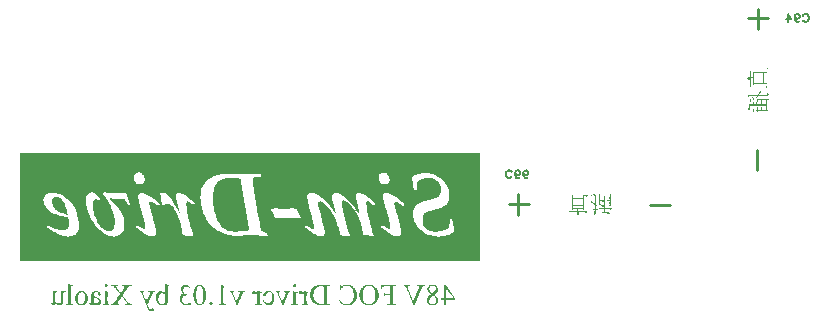
<source format=gbo>
G04 Layer: BottomSilkscreenLayer*
G04 EasyEDA Pro v3.2.69, 2026-02-19 03:55:46*
G04 Gerber Generator version 0.3*
G04 Scale: 100 percent, Rotated: No, Reflected: No*
G04 Dimensions in millimeters*
G04 Leading zeros omitted, absolute positions, 4 integers and 5 decimals*
G04 Generated by one-click*
%FSLAX45Y45*%
%MOMM*%
%ADD10C,0.1524*%
%ADD11C,0.254*%
%ADD12C,0.5243*%
G75*


G04 Text Start*
G36*
G01X-3053992Y-1591285D02*
G01X-3053992Y-1072894D01*
G01X-2853101Y-1072894D01*
G01X-2851946Y-1086749D01*
G01X-2849637Y-1098294D01*
G01X-2846173Y-1110994D01*
G01X-2841555Y-1121385D01*
G01X-2835782Y-1132931D01*
G01X-2830010Y-1141013D01*
G01X-2825392Y-1146785D01*
G01X-2808073Y-1164104D01*
G01X-2798837Y-1169876D01*
G01X-2788446Y-1176804D01*
G01X-2778055Y-1182576D01*
G01X-2759582Y-1191813D01*
G01X-2749192Y-1196431D01*
G01X-2723792Y-1205667D01*
G01X-2713401Y-1209131D01*
G01X-2699546Y-1212594D01*
G01X-2688001Y-1216058D01*
G01X-2667219Y-1220676D01*
G01X-2653364Y-1222985D01*
G01X-2642973Y-1224140D01*
G01X-2641819Y-1231067D01*
G01X-2639510Y-1241458D01*
G01X-2637201Y-1257622D01*
G01X-2636046Y-1268013D01*
G01X-2637201Y-1280713D01*
G01X-2639510Y-1294567D01*
G01X-2642973Y-1306113D01*
G01X-2648746Y-1315349D01*
G01X-2657982Y-1324585D01*
G01X-2668373Y-1330358D01*
G01X-2678764Y-1332667D01*
G01X-2688001Y-1333822D01*
G01X-2693773Y-1333822D01*
G01X-2703010Y-1332667D01*
G01X-2713401Y-1331513D01*
G01X-2723792Y-1329204D01*
G01X-2736492Y-1325740D01*
G01X-2745728Y-1322276D01*
G01X-2756119Y-1318813D01*
G01X-2766510Y-1314194D01*
G01X-2775746Y-1309576D01*
G01X-2786137Y-1304958D01*
G01X-2802301Y-1295722D01*
G01X-2811537Y-1289949D01*
G01X-2818464Y-1287640D01*
G01X-2823082Y-1293413D01*
G01X-2825392Y-1302649D01*
G01X-2823948Y-1306979D01*
G01X-2819619Y-1310731D01*
G01X-2808073Y-1317658D01*
G01X-2787292Y-1331513D01*
G01X-2775746Y-1338440D01*
G01X-2767664Y-1344213D01*
G01X-2759582Y-1348831D01*
G01X-2727255Y-1364994D01*
G01X-2716864Y-1369613D01*
G01X-2698392Y-1376540D01*
G01X-2686846Y-1380004D01*
G01X-2676455Y-1382313D01*
G01X-2676455Y-1382313D01*
G01X-2660292Y-1384622D01*
G01X-2647592Y-1385776D01*
G01X-2636046Y-1384622D01*
G01X-2623346Y-1382313D01*
G01X-2608337Y-1378849D01*
G01X-2599101Y-1375385D01*
G01X-2588710Y-1369613D01*
G01X-2579473Y-1362685D01*
G01X-2573701Y-1356913D01*
G01X-2569082Y-1351140D01*
G01X-2564464Y-1343058D01*
G01X-2559846Y-1333822D01*
G01X-2556382Y-1322276D01*
G01X-2554073Y-1310731D01*
G01X-2552919Y-1291104D01*
G01X-2554073Y-1271476D01*
G01X-2556382Y-1255313D01*
G01X-2557537Y-1246076D01*
G01X-2559846Y-1232222D01*
G01X-2565619Y-1209131D01*
G01X-2567928Y-1198740D01*
G01X-2571392Y-1184885D01*
G01X-2580628Y-1157176D01*
G01X-2585246Y-1145631D01*
G01X-2588710Y-1137549D01*
G01X-2593328Y-1128313D01*
G01X-2600255Y-1116767D01*
G01X-2611801Y-1100604D01*
G01X-2618728Y-1092522D01*
G01X-2626810Y-1084440D01*
G01X-2492882Y-1084440D01*
G01X-2491728Y-1112149D01*
G01X-2490573Y-1120231D01*
G01X-2488264Y-1132931D01*
G01X-2484801Y-1144476D01*
G01X-2482492Y-1154867D01*
G01X-2479028Y-1166413D01*
G01X-2474410Y-1177958D01*
G01X-2469792Y-1190658D01*
G01X-2446701Y-1236840D01*
G01X-2442082Y-1244922D01*
G01X-2424764Y-1272631D01*
G01X-2418992Y-1280713D01*
G01X-2414373Y-1286485D01*
G01X-2408601Y-1294567D01*
G01X-2401673Y-1302649D01*
G01X-2391282Y-1313040D01*
G01X-2385510Y-1319967D01*
G01X-2377428Y-1328049D01*
G01X-2370501Y-1333822D01*
G01X-2358955Y-1343058D01*
G01X-2350873Y-1349985D01*
G01X-2339328Y-1356913D01*
G01X-2331246Y-1362685D01*
G01X-2323164Y-1367304D01*
G01X-2313928Y-1371922D01*
G01X-2305846Y-1375385D01*
G01X-2295455Y-1378849D01*
G01X-2286219Y-1382313D01*
G01X-2286219Y-1382313D01*
G01X-2270055Y-1384622D01*
G01X-2255046Y-1385776D01*
G01X-2238882Y-1383467D01*
G01X-2228492Y-1380004D01*
G01X-2219255Y-1376540D01*
G01X-2211173Y-1373076D01*
G01X-2204246Y-1368458D01*
G01X-2185773Y-1349985D01*
G01X-2178846Y-1338440D01*
G01X-2174228Y-1328049D01*
G01X-2170764Y-1316504D01*
G01X-2168455Y-1306113D01*
G01X-2168109Y-1299185D01*
G01X-2070319Y-1299185D01*
G01X-2070319Y-1306113D01*
G01X-2062237Y-1313040D01*
G01X-1989501Y-1361531D01*
G01X-1968719Y-1373076D01*
G01X-1959482Y-1377694D01*
G01X-1950246Y-1381158D01*
G01X-1950246Y-1381158D01*
G01X-1935237Y-1384622D01*
G01X-1925712Y-1384622D01*
G01X-1917919Y-1382313D01*
G01X-1908682Y-1375385D01*
G01X-1904064Y-1368458D01*
G01X-1901755Y-1346522D01*
G01X-1902910Y-1322276D01*
G01X-1905219Y-1308422D01*
G01X-1907528Y-1296876D01*
G01X-1909837Y-1286485D01*
G01X-1913301Y-1272631D01*
G01X-1916764Y-1262240D01*
G01X-1922537Y-1239149D01*
G01X-1936392Y-1190658D01*
G01X-1939855Y-1179113D01*
G01X-1945628Y-1156022D01*
G01X-1949092Y-1144476D01*
G01X-1953710Y-1123694D01*
G01X-1956019Y-1105222D01*
G01X-1956019Y-1095985D01*
G01X-1953710Y-1091656D01*
G01X-1949092Y-1090213D01*
G01X-1939855Y-1091367D01*
G01X-1930619Y-1094831D01*
G01X-1914455Y-1104067D01*
G01X-1902910Y-1109840D01*
G01X-1892519Y-1116767D01*
G01X-1883282Y-1122540D01*
G01X-1877510Y-1123694D01*
G01X-1874046Y-1119076D01*
G01X-1870582Y-1110994D01*
G01X-1870582Y-1106954D01*
G01X-1872892Y-1104067D01*
G01X-1889055Y-1092522D01*
G01X-1894828Y-1087904D01*
G01X-1919073Y-1070585D01*
G01X-1929464Y-1063658D01*
G01X-1945628Y-1052113D01*
G01X-1973337Y-1034794D01*
G01X-1983728Y-1029022D01*
G01X-1995273Y-1023249D01*
G01X-2006819Y-1018631D01*
G01X-1867119Y-1018631D01*
G01X-1865964Y-1024404D01*
G01X-1861346Y-1042876D01*
G01X-1856728Y-1065967D01*
G01X-1854419Y-1082131D01*
G01X-1853264Y-1093676D01*
G01X-1852110Y-1109840D01*
G01X-1847492Y-1121385D01*
G01X-1844317Y-1123406D01*
G01X-1841719Y-1122540D01*
G01X-1834792Y-1117922D01*
G01X-1825555Y-1113304D01*
G01X-1814010Y-1109840D01*
G01X-1799001Y-1109840D01*
G01X-1785146Y-1113304D01*
G01X-1773601Y-1119076D01*
G01X-1765519Y-1126004D01*
G01X-1751664Y-1139858D01*
G01X-1744737Y-1150249D01*
G01X-1738964Y-1159485D01*
G01X-1733192Y-1169876D01*
G01X-1721646Y-1192967D01*
G01X-1717028Y-1203358D01*
G01X-1712410Y-1214904D01*
G01X-1705482Y-1235685D01*
G01X-1700864Y-1248385D01*
G01X-1696246Y-1264549D01*
G01X-1692782Y-1276094D01*
G01X-1690473Y-1286485D01*
G01X-1687010Y-1301494D01*
G01X-1683546Y-1317658D01*
G01X-1681237Y-1329204D01*
G01X-1676619Y-1356913D01*
G01X-1675464Y-1364994D01*
G01X-1674598Y-1368747D01*
G01X-1672001Y-1370767D01*
G01X-1630437Y-1377694D01*
G01X-1611964Y-1381158D01*
G01X-1611964Y-1381158D01*
G01X-1598110Y-1384622D01*
G01X-1592914Y-1384622D01*
G01X-1588873Y-1382313D01*
G01X-1586564Y-1378560D01*
G01X-1586564Y-1374231D01*
G01X-1590028Y-1361531D01*
G01X-1599264Y-1329204D01*
G01X-1603882Y-1314194D01*
G01X-1607346Y-1303804D01*
G01X-1609655Y-1293413D01*
G01X-1613119Y-1278404D01*
G01X-1616582Y-1266858D01*
G01X-1618892Y-1256467D01*
G01X-1622355Y-1241458D01*
G01X-1625819Y-1229913D01*
G01X-1630437Y-1206822D01*
G01X-1635055Y-1181422D01*
G01X-1639673Y-1153713D01*
G01X-1641982Y-1135240D01*
G01X-1643137Y-1115613D01*
G01X-1641982Y-1093676D01*
G01X-1638519Y-1086749D01*
G01X-1630437Y-1086749D01*
G01X-1621201Y-1090213D01*
G01X-1613119Y-1094831D01*
G01X-1603882Y-1100604D01*
G01X-1595801Y-1106376D01*
G01X-1590028Y-1110994D01*
G01X-1583101Y-1115613D01*
G01X-1579060Y-1116479D01*
G01X-1576173Y-1114458D01*
G01X-1571555Y-1105222D01*
G01X-1571267Y-1099738D01*
G01X-1575019Y-1094831D01*
G01X-1584255Y-1087904D01*
G01X-1601573Y-1074049D01*
G01X-1633901Y-1050958D01*
G01X-1635632Y-1049804D01*
G01X-1524219Y-1049804D01*
G01X-1524219Y-1061349D01*
G01X-1523064Y-1076358D01*
G01X-1521910Y-1095985D01*
G01X-1519601Y-1112149D01*
G01X-1514982Y-1135240D01*
G01X-1511519Y-1150249D01*
G01X-1504592Y-1171031D01*
G01X-1499973Y-1183731D01*
G01X-1495355Y-1195276D01*
G01X-1480346Y-1225294D01*
G01X-1473419Y-1236840D01*
G01X-1466492Y-1247231D01*
G01X-1461873Y-1255313D01*
G01X-1457255Y-1261085D01*
G01X-1443401Y-1277249D01*
G01X-1434164Y-1288794D01*
G01X-1428392Y-1294567D01*
G01X-1416846Y-1303804D01*
G01X-1411073Y-1309576D01*
G01X-1393755Y-1323431D01*
G01X-1379901Y-1332667D01*
G01X-1371819Y-1337285D01*
G01X-1360273Y-1343058D01*
G01X-1349882Y-1348831D01*
G01X-1329101Y-1358067D01*
G01X-1316401Y-1362685D01*
G01X-1301392Y-1367304D01*
G01X-1288692Y-1370767D01*
G01X-1279455Y-1373076D01*
G01X-1263292Y-1375385D01*
G01X-1237892Y-1377694D01*
G01X-1217110Y-1378849D01*
G01X-1196328Y-1377694D01*
G01X-1139755Y-1376540D01*
G01X-1080873Y-1375385D01*
G01X-1071637Y-1375385D01*
G01X-1071637Y-1375385D01*
G01X-986201Y-1377694D01*
G01X-968882Y-1378849D01*
G01X-956182Y-1377694D01*
G01X-958492Y-1366149D01*
G01X-961955Y-1354604D01*
G01X-972346Y-1352294D01*
G01X-988510Y-1348831D01*
G01X-1002364Y-1343058D01*
G01X-1010446Y-1333822D01*
G01X-1013910Y-1324585D01*
G01X-1018400Y-1304381D01*
G01X-639548Y-1304381D01*
G01X-638682Y-1307267D01*
G01X-634064Y-1311885D01*
G01X-593655Y-1340749D01*
G01X-583264Y-1347676D01*
G01X-575182Y-1353449D01*
G01X-568255Y-1358067D01*
G01X-560173Y-1362685D01*
G01X-549782Y-1368458D01*
G01X-538237Y-1374231D01*
G01X-527846Y-1378849D01*
G01X-516301Y-1382313D01*
G01X-505910Y-1384622D01*
G01X-497828Y-1384622D01*
G01X-487437Y-1381158D01*
G01X-479355Y-1375385D01*
G01X-474737Y-1368458D01*
G01X-472428Y-1354604D01*
G01X-473582Y-1336131D01*
G01X-475892Y-1324585D01*
G01X-478201Y-1311885D01*
G01X-481664Y-1298031D01*
G01X-485128Y-1285331D01*
G01X-488592Y-1270322D01*
G01X-492055Y-1259931D01*
G01X-494364Y-1249540D01*
G01X-497828Y-1234531D01*
G01X-501292Y-1222985D01*
G01X-503601Y-1211440D01*
G01X-507064Y-1198740D01*
G01X-511682Y-1180267D01*
G01X-515146Y-1168722D01*
G01X-518610Y-1153713D01*
G01X-522073Y-1142167D01*
G01X-526692Y-1116767D01*
G01X-527846Y-1106376D01*
G01X-525537Y-1093676D01*
G01X-521496Y-1089347D01*
G01X-513992Y-1087904D01*
G01X-498982Y-1091367D01*
G01X-489746Y-1097140D01*
G01X-482819Y-1100604D01*
G01X-477046Y-1105222D01*
G01X-468964Y-1113304D01*
G01X-459728Y-1120231D01*
G01X-448182Y-1131776D01*
G01X-436637Y-1145631D01*
G01X-427401Y-1157176D01*
G01X-420473Y-1165258D01*
G01X-406619Y-1186040D01*
G01X-400846Y-1195276D01*
G01X-384682Y-1227604D01*
G01X-377755Y-1243767D01*
G01X-367364Y-1271476D01*
G01X-363901Y-1284176D01*
G01X-359282Y-1299185D01*
G01X-354664Y-1315349D01*
G01X-351201Y-1326894D01*
G01X-346582Y-1349985D01*
G01X-345428Y-1359222D01*
G01X-343119Y-1370767D01*
G01X-338501Y-1375097D01*
G01X-329264Y-1376540D01*
G01X-314255Y-1377694D01*
G01X-298092Y-1380004D01*
G01X-270382Y-1384622D01*
G01X-264610Y-1383467D01*
G01X-258837Y-1378849D01*
G01X-256817Y-1375674D01*
G01X-257682Y-1370767D01*
G01X-262301Y-1358067D01*
G01X-279619Y-1306113D01*
G01X-281928Y-1296876D01*
G01X-288855Y-1276094D01*
G01X-292319Y-1263394D01*
G01X-296937Y-1248385D01*
G01X-300401Y-1236840D01*
G01X-302710Y-1226449D01*
G01X-306173Y-1211440D01*
G01X-309637Y-1199894D01*
G01X-323492Y-1130622D01*
G01X-325801Y-1114458D01*
G01X-326955Y-1098294D01*
G01X-326089Y-1087615D01*
G01X-323492Y-1080976D01*
G01X-315410Y-1076358D01*
G01X-307328Y-1077513D01*
G01X-298092Y-1080976D01*
G01X-287701Y-1086749D01*
G01X-279619Y-1092522D01*
G01X-268073Y-1101758D01*
G01X-256528Y-1113304D01*
G01X-244982Y-1127158D01*
G01X-238055Y-1135240D01*
G01X-226510Y-1151404D01*
G01X-212655Y-1172185D01*
G01X-206882Y-1181422D01*
G01X-197646Y-1197585D01*
G01X-183792Y-1225294D01*
G01X-179173Y-1235685D01*
G01X-172246Y-1254158D01*
G01X-165319Y-1274940D01*
G01X-161855Y-1286485D01*
G01X-158392Y-1300340D01*
G01X-154928Y-1313040D01*
G01X-152619Y-1322276D01*
G01X-148001Y-1345367D01*
G01X-146846Y-1353449D01*
G01X-145692Y-1363840D01*
G01X-141073Y-1370767D01*
G01X-127219Y-1373076D01*
G01X-108746Y-1375385D01*
G01X-108746Y-1375385D01*
G01X-85655Y-1380004D01*
G01X-69492Y-1383467D01*
G01X-61410Y-1384622D01*
G01X-59101Y-1381158D01*
G01X-56792Y-1374231D01*
G01X-59101Y-1362685D01*
G01X-68337Y-1334976D01*
G01X-72955Y-1319967D01*
G01X-76419Y-1308422D01*
G01X-77766Y-1302360D01*
G01X2379Y-1302360D01*
G01X3245Y-1306113D01*
G01X10172Y-1311885D01*
G01X19408Y-1317658D01*
G01X35572Y-1329204D01*
G01X66745Y-1349985D01*
G01X74827Y-1355758D01*
G01X99072Y-1369613D01*
G01X117545Y-1378849D01*
G01X117545Y-1378849D01*
G01X126781Y-1382313D01*
G01X139481Y-1384622D01*
G01X153336Y-1383467D01*
G01X163727Y-1376540D01*
G01X170654Y-1367304D01*
G01X172963Y-1359222D01*
G01X174118Y-1347676D01*
G01X172963Y-1336131D01*
G01X170654Y-1317658D01*
G01X168345Y-1304958D01*
G01X164881Y-1287640D01*
G01X161418Y-1276094D01*
G01X155645Y-1253004D01*
G01X137172Y-1188349D01*
G01X133708Y-1176804D01*
G01X127936Y-1153713D01*
G01X124472Y-1142167D01*
G01X119854Y-1119076D01*
G01X118699Y-1108685D01*
G01X119854Y-1095985D01*
G01X122163Y-1091656D01*
G01X126781Y-1090213D01*
G01X138327Y-1092522D01*
G01X156799Y-1101758D01*
G01X167190Y-1107531D01*
G01X177581Y-1114458D01*
G01X185663Y-1120231D01*
G01X192590Y-1123694D01*
G01X196343Y-1123694D01*
G01X198363Y-1121385D01*
G01X201827Y-1114458D01*
G01X202981Y-1107531D01*
G01X198363Y-1101758D01*
G01X182199Y-1090213D01*
G01X172963Y-1083285D01*
G01X161418Y-1075204D01*
G01X145254Y-1063658D01*
G01X114081Y-1042876D01*
G01X104845Y-1037104D01*
G01X97918Y-1032485D01*
G01X90990Y-1029022D01*
G01X80599Y-1024404D01*
G01X67899Y-1018631D01*
G01X57508Y-1015167D01*
G01X47118Y-1014013D01*
G01X34418Y-1016322D01*
G01X25181Y-1024404D01*
G01X22583Y-1031908D01*
G01X21718Y-1042876D01*
G01X22872Y-1059040D01*
G01X25181Y-1071740D01*
G01X28645Y-1089058D01*
G01X32108Y-1100604D01*
G01X34418Y-1110994D01*
G01X37881Y-1124849D01*
G01X41345Y-1135240D01*
G01X43654Y-1145631D01*
G01X71363Y-1237994D01*
G01X74827Y-1253004D01*
G01X78290Y-1264549D01*
G01X82908Y-1285331D01*
G01X84063Y-1303804D01*
G01X82908Y-1315349D01*
G01X79445Y-1319967D01*
G01X71363Y-1319967D01*
G01X62127Y-1316504D01*
G01X52890Y-1311885D01*
G01X44808Y-1307267D01*
G01X17099Y-1289949D01*
G01X13058Y-1288217D01*
G01X10172Y-1289949D01*
G01X4399Y-1298031D01*
G01X2379Y-1302360D01*
G01X-77766Y-1302360D01*
G01X-78728Y-1298031D01*
G01X-85655Y-1274940D01*
G01X-89119Y-1259931D01*
G01X-92582Y-1248385D01*
G01X-94892Y-1237994D01*
G01X-98355Y-1222985D01*
G01X-101819Y-1211440D01*
G01X-111055Y-1165258D01*
G01X-115673Y-1139858D01*
G01X-117982Y-1123694D01*
G01X-119137Y-1107531D01*
G01X-116828Y-1089058D01*
G01X-113364Y-1085017D01*
G01X-107592Y-1084440D01*
G01X-94892Y-1089058D01*
G01X-84501Y-1095985D01*
G01X-76419Y-1101758D01*
G01X-59101Y-1115613D01*
G01X-53328Y-1117922D01*
G01X-47555Y-1113304D01*
G01X-42937Y-1106376D01*
G01X-42937Y-1101758D01*
G01X-51019Y-1094831D01*
G01X-69492Y-1080976D01*
G01X-81037Y-1071740D01*
G01X-99510Y-1057885D01*
G01X-134146Y-1033640D01*
G01X-143382Y-1027867D01*
G01X-152619Y-1023249D01*
G01X-164164Y-1018631D01*
G01X-173401Y-1015167D01*
G01X-182637Y-1014013D01*
G01X-194182Y-1016322D01*
G01X-203419Y-1023249D01*
G01X-208037Y-1031331D01*
G01X-208037Y-1040567D01*
G01X-205728Y-1054422D01*
G01X-196492Y-1100604D01*
G01X-193028Y-1116767D01*
G01X-189564Y-1128313D01*
G01X-178019Y-1174494D01*
G01X-176864Y-1182576D01*
G01X-179173Y-1189504D01*
G01X-181482Y-1190081D01*
G01X-183792Y-1187194D01*
G01X-189564Y-1177958D01*
G01X-203419Y-1157176D01*
G01X-208037Y-1149094D01*
G01X-212655Y-1143322D01*
G01X-219582Y-1135240D01*
G01X-225355Y-1127158D01*
G01X-232282Y-1119076D01*
G01X-239210Y-1109840D01*
G01X-279619Y-1069431D01*
G01X-285392Y-1064813D01*
G01X-293473Y-1057885D01*
G01X-302710Y-1050958D01*
G01X-318873Y-1039413D01*
G01X-337346Y-1027867D01*
G01X-346582Y-1023249D01*
G01X-359282Y-1018631D01*
G01X-369673Y-1015167D01*
G01X-381219Y-1014013D01*
G01X-395073Y-1016322D01*
G01X-405464Y-1024404D01*
G01X-408928Y-1031331D01*
G01X-410082Y-1040567D01*
G01X-408928Y-1061349D01*
G01X-406619Y-1075204D01*
G01X-404310Y-1085594D01*
G01X-400846Y-1100604D01*
G01X-396228Y-1116767D01*
G01X-392764Y-1128313D01*
G01X-386992Y-1151404D01*
G01X-382373Y-1167567D01*
G01X-378910Y-1179113D01*
G01X-378910Y-1187194D01*
G01X-380353Y-1190081D01*
G01X-382373Y-1189504D01*
G01X-386992Y-1181422D01*
G01X-392764Y-1171031D01*
G01X-398537Y-1162949D01*
G01X-404310Y-1153713D01*
G01X-412392Y-1142167D01*
G01X-419319Y-1132931D01*
G01X-423937Y-1127158D01*
G01X-428555Y-1120231D01*
G01X-434328Y-1113304D01*
G01X-442410Y-1105222D01*
G01X-449337Y-1095985D01*
G01X-460882Y-1084440D01*
G01X-474737Y-1072894D01*
G01X-480510Y-1067122D01*
G01X-492055Y-1057885D01*
G01X-501292Y-1050958D01*
G01X-511682Y-1044031D01*
G01X-522073Y-1038258D01*
G01X-531310Y-1032485D01*
G01X-541701Y-1027867D01*
G01X-564792Y-1018631D01*
G01X-575182Y-1015167D01*
G01X-586728Y-1014013D01*
G01X-598273Y-1015167D01*
G01X-606355Y-1017476D01*
G01X-614437Y-1024404D01*
G01X-619055Y-1033640D01*
G01X-620210Y-1046340D01*
G01X-619055Y-1063658D01*
G01X-616746Y-1077513D01*
G01X-614437Y-1086749D01*
G01X-612128Y-1098294D01*
G01X-608664Y-1113304D01*
G01X-605201Y-1123694D01*
G01X-602892Y-1135240D01*
G01X-592501Y-1173340D01*
G01X-589037Y-1184885D01*
G01X-585573Y-1198740D01*
G01X-582110Y-1211440D01*
G01X-579801Y-1220676D01*
G01X-570564Y-1266858D01*
G01X-565946Y-1294567D01*
G01X-564792Y-1302649D01*
G01X-565946Y-1315349D01*
G01X-568255Y-1321410D01*
G01X-572873Y-1323431D01*
G01X-582110Y-1321122D01*
G01X-591346Y-1315349D01*
G01X-602892Y-1308422D01*
G01X-627137Y-1291104D01*
G01X-629446Y-1290238D01*
G01X-631755Y-1292258D01*
G01X-637528Y-1300340D01*
G01X-639548Y-1304381D01*
G01X-1018400Y-1304381D01*
G01X-1018528Y-1303804D01*
G01X-1023146Y-1278404D01*
G01X-1032382Y-1222985D01*
G01X-1034692Y-1211440D01*
G01X-1044505Y-1152558D01*
G01X-927319Y-1152558D01*
G01X-925010Y-1160640D01*
G01X-919237Y-1172185D01*
G01X-913464Y-1181422D01*
G01X-904228Y-1199894D01*
G01X-897301Y-1216058D01*
G01X-892682Y-1225294D01*
G01X-890373Y-1231067D01*
G01X-846501Y-1231067D01*
G01X-792237Y-1229913D01*
G01X-792237Y-1229913D01*
G01X-778382Y-1229913D01*
G01X-724119Y-1231067D01*
G01X-672164Y-1228758D01*
G01X-673319Y-1221831D01*
G01X-679092Y-1211440D01*
G01X-684864Y-1202204D01*
G01X-689482Y-1192967D01*
G01X-703337Y-1161794D01*
G01X-706801Y-1152558D01*
G01X-717480Y-1149094D01*
G01X-747210Y-1147940D01*
G01X-789928Y-1149094D01*
G01X-816482Y-1150249D01*
G01X-843037Y-1149094D01*
G01X-881137Y-1147940D01*
G01X-921546Y-1149094D01*
G01X-927319Y-1152558D01*
G01X-1044505Y-1152558D01*
G01X-1069328Y-1003622D01*
G01X-1071637Y-987458D01*
G01X-1073946Y-973604D01*
G01X-1076255Y-957440D01*
G01X-1078564Y-936658D01*
G01X-1079719Y-917031D01*
G01X-1078564Y-897404D01*
G01X-1075101Y-890476D01*
G01X-1064710Y-885858D01*
G01X-1053164Y-883549D01*
G01X-1028919Y-882394D01*
G01X-1013332Y-881240D01*
G01X-1009869Y-878931D01*
G01X-15228Y-878931D01*
G01X-14073Y-895094D01*
G01X-10610Y-908949D01*
G01X-4837Y-920494D01*
G01X4399Y-930885D01*
G01X14790Y-937813D01*
G01X14790Y-937813D01*
G01X22872Y-941276D01*
G01X36727Y-942431D01*
G01X49427Y-941276D01*
G01X55199Y-937813D01*
G01X62127Y-934349D01*
G01X69054Y-927422D01*
G01X74827Y-917031D01*
G01X77136Y-903176D01*
G01X74827Y-885858D01*
G01X73287Y-881240D01*
G01X263883Y-881240D01*
G01X264172Y-887013D01*
G01X267636Y-899713D01*
G01X269945Y-911258D01*
G01X272254Y-925113D01*
G01X274563Y-936658D01*
G01X279181Y-968985D01*
G01X280336Y-981685D01*
G01X280336Y-990922D01*
G01X305736Y-990922D01*
G01X305736Y-963213D01*
G01X306890Y-932040D01*
G01X310354Y-925113D01*
G01X316127Y-919340D01*
G01X321899Y-914722D01*
G01X329981Y-908949D01*
G01X339218Y-903176D01*
G01X347299Y-899713D01*
G01X356536Y-896249D01*
G01X369236Y-892785D01*
G01X380781Y-890476D01*
G01X401563Y-889322D01*
G01X422345Y-890476D01*
G01X432736Y-891631D01*
G01X444281Y-893940D01*
G01X455827Y-898558D01*
G01X466218Y-903176D01*
G01X474299Y-907794D01*
G01X481227Y-913567D01*
G01X492772Y-925113D01*
G01X497390Y-930885D01*
G01X502008Y-938967D01*
G01X506627Y-951667D01*
G01X510090Y-962058D01*
G01X511245Y-983994D01*
G01X508936Y-1010549D01*
G01X504318Y-1024404D01*
G01X498545Y-1034794D01*
G01X492772Y-1042876D01*
G01X486999Y-1048649D01*
G01X481227Y-1053267D01*
G01X471990Y-1057885D01*
G01X433890Y-1070585D01*
G01X423499Y-1072894D01*
G01X408490Y-1076358D01*
G01X396945Y-1079822D01*
G01X388863Y-1080976D01*
G01X379627Y-1083285D01*
G01X368081Y-1086749D01*
G01X355381Y-1090213D01*
G01X342681Y-1094831D01*
G01X332290Y-1099449D01*
G01X323054Y-1104067D01*
G01X314972Y-1108685D01*
G01X306890Y-1114458D01*
G01X298808Y-1121385D01*
G01X293036Y-1129467D01*
G01X288418Y-1137549D01*
G01X284954Y-1144476D01*
G01X281490Y-1153713D01*
G01X279181Y-1162949D01*
G01X276872Y-1179113D01*
G01X275718Y-1191813D01*
G01X276872Y-1206822D01*
G01X279181Y-1220676D01*
G01X281490Y-1232222D01*
G01X283799Y-1241458D01*
G01X287263Y-1251849D01*
G01X291881Y-1262240D01*
G01X297654Y-1273785D01*
G01X303427Y-1283022D01*
G01X308045Y-1289949D01*
G01X312663Y-1295722D01*
G01X317281Y-1302649D01*
G01X323054Y-1309576D01*
G01X346145Y-1332667D01*
G01X364618Y-1346522D01*
G01X370390Y-1351140D01*
G01X378472Y-1355758D01*
G01X388863Y-1361531D01*
G01X398099Y-1366149D01*
G01X406181Y-1369613D01*
G01X415418Y-1373076D01*
G01X426963Y-1376540D01*
G01X440818Y-1380004D01*
G01X452363Y-1382313D01*
G01X452363Y-1382313D01*
G01X470836Y-1384622D01*
G01X491618Y-1385776D01*
G01X510090Y-1384622D01*
G01X519327Y-1383467D01*
G01X530872Y-1382313D01*
G01X544727Y-1380004D01*
G01X563199Y-1376540D01*
G01X578208Y-1371922D01*
G01X590908Y-1367304D01*
G01X625545Y-1349985D01*
G01X627854Y-1346522D01*
G01X625545Y-1336131D01*
G01X620927Y-1313040D01*
G01X613999Y-1271476D01*
G01X609381Y-1239149D01*
G01X608227Y-1233376D01*
G01X585136Y-1233376D01*
G01X585136Y-1262240D01*
G01X583981Y-1296876D01*
G01X577054Y-1307267D01*
G01X567818Y-1314194D01*
G01X562045Y-1318813D01*
G01X553963Y-1323431D01*
G01X544727Y-1328049D01*
G01X534336Y-1332667D01*
G01X522790Y-1337285D01*
G01X510090Y-1340749D01*
G01X498545Y-1343058D01*
G01X473145Y-1345367D01*
G01X467372Y-1345367D01*
G01X456981Y-1344213D01*
G01X445436Y-1343058D01*
G01X433890Y-1340749D01*
G01X420036Y-1337285D01*
G01X408490Y-1332667D01*
G01X400408Y-1328049D01*
G01X394636Y-1324585D01*
G01X388863Y-1319967D01*
G01X377318Y-1308422D01*
G01X372699Y-1302649D01*
G01X368081Y-1294567D01*
G01X363463Y-1284176D01*
G01X359999Y-1272631D01*
G01X357690Y-1262240D01*
G01X356536Y-1242613D01*
G01X358845Y-1218367D01*
G01X363463Y-1204513D01*
G01X368081Y-1196431D01*
G01X372699Y-1190658D01*
G01X379627Y-1184885D01*
G01X387708Y-1180267D01*
G01X396945Y-1175649D01*
G01X406181Y-1172185D01*
G01X414263Y-1169876D01*
G01X426963Y-1166413D01*
G01X443127Y-1161794D01*
G01X475454Y-1153713D01*
G01X488154Y-1150249D01*
G01X502008Y-1145631D01*
G01X513554Y-1141013D01*
G01X523945Y-1136394D01*
G01X535490Y-1130622D01*
G01X551654Y-1119076D01*
G01X560890Y-1109840D01*
G01X566663Y-1101758D01*
G01X571281Y-1093676D01*
G01X575899Y-1083285D01*
G01X579363Y-1072894D01*
G01X581672Y-1063658D01*
G01X582827Y-1054422D01*
G01X583981Y-1040567D01*
G01X583981Y-1029022D01*
G01X582827Y-1020940D01*
G01X581672Y-1005931D01*
G01X578208Y-988613D01*
G01X571281Y-967831D01*
G01X566663Y-958594D01*
G01X562045Y-950513D01*
G01X556272Y-940122D01*
G01X549345Y-929731D01*
G01X542418Y-921649D01*
G01X517018Y-896249D01*
G01X507781Y-889322D01*
G01X499699Y-883549D01*
G01X490463Y-877776D01*
G01X482381Y-873158D01*
G01X473145Y-868540D01*
G01X462754Y-863922D01*
G01X441972Y-856994D01*
G01X428118Y-853531D01*
G01X415418Y-851222D01*
G01X381936Y-850067D01*
G01X348454Y-851222D01*
G01X335754Y-853531D01*
G01X319590Y-856994D01*
G01X298808Y-863922D01*
G01X286108Y-868540D01*
G01X267636Y-877776D01*
G01X263883Y-881240D01*
G01X73287Y-881240D01*
G01X70208Y-872004D01*
G01X64436Y-861613D01*
G01X58663Y-854685D01*
G01X51736Y-850067D01*
G01X42499Y-845449D01*
G01X28645Y-843140D01*
G01X13636Y-844294D01*
G01X4399Y-847758D01*
G01X-2528Y-852376D01*
G01X-8301Y-858149D01*
G01X-12919Y-866231D01*
G01X-15228Y-878931D01*
G01X-1009869Y-878931D01*
G01X-1008137Y-877776D01*
G01X-1010446Y-861613D01*
G01X-1014776Y-858149D01*
G01X-1027764Y-856994D01*
G01X-1048546Y-858149D01*
G01X-1107428Y-859304D01*
G01X-1166310Y-858149D01*
G01X-1249437Y-856994D01*
G01X-1332564Y-858149D01*
G01X-1340646Y-859304D01*
G01X-1351037Y-860458D01*
G01X-1367201Y-862767D01*
G01X-1381055Y-865076D01*
G01X-1390292Y-867385D01*
G01X-1402992Y-870849D01*
G01X-1415692Y-875467D01*
G01X-1427237Y-881240D01*
G01X-1438782Y-888167D01*
G01X-1449173Y-895094D01*
G01X-1457255Y-900867D01*
G01X-1468801Y-910104D01*
G01X-1476882Y-918185D01*
G01X-1486119Y-929731D01*
G01X-1494201Y-941276D01*
G01X-1499973Y-950513D01*
G01X-1504592Y-959749D01*
G01X-1509210Y-970140D01*
G01X-1516137Y-990922D01*
G01X-1519601Y-1004776D01*
G01X-1521910Y-1017476D01*
G01X-1523064Y-1031331D01*
G01X-1524219Y-1049804D01*
G01X-1635632Y-1049804D01*
G01X-1640828Y-1046340D01*
G01X-1668537Y-1029022D01*
G01X-1678928Y-1023249D01*
G01X-1689319Y-1018631D01*
G01X-1699710Y-1015167D01*
G01X-1713564Y-1015167D01*
G01X-1723955Y-1019785D01*
G01X-1728573Y-1026713D01*
G01X-1730882Y-1037104D01*
G01X-1729728Y-1052113D01*
G01X-1727419Y-1065967D01*
G01X-1725110Y-1075204D01*
G01X-1720492Y-1098294D01*
G01X-1718182Y-1108685D01*
G01X-1714719Y-1123694D01*
G01X-1711255Y-1135240D01*
G01X-1708946Y-1145631D01*
G01X-1705482Y-1160640D01*
G01X-1702019Y-1172185D01*
G01X-1700864Y-1181422D01*
G01X-1701442Y-1185463D01*
G01X-1703173Y-1186040D01*
G01X-1707792Y-1181422D01*
G01X-1714719Y-1165258D01*
G01X-1728573Y-1137549D01*
G01X-1740119Y-1116767D01*
G01X-1744737Y-1107531D01*
G01X-1749355Y-1099449D01*
G01X-1755128Y-1090213D01*
G01X-1768982Y-1069431D01*
G01X-1774755Y-1061349D01*
G01X-1783992Y-1049804D01*
G01X-1795537Y-1035949D01*
G01X-1803619Y-1029022D01*
G01X-1811701Y-1023249D01*
G01X-1819782Y-1018631D01*
G01X-1829019Y-1015167D01*
G01X-1841719Y-1014013D01*
G01X-1859037Y-1015167D01*
G01X-1867119Y-1018631D01*
G01X-2006819Y-1018631D01*
G01X-2016055Y-1015167D01*
G01X-2026446Y-1014013D01*
G01X-2039146Y-1016322D01*
G01X-2047228Y-1022094D01*
G01X-2051846Y-1030176D01*
G01X-2054155Y-1039413D01*
G01X-2050692Y-1063658D01*
G01X-2048382Y-1075204D01*
G01X-2044919Y-1091367D01*
G01X-2041455Y-1102913D01*
G01X-2039146Y-1113304D01*
G01X-2035682Y-1127158D01*
G01X-2032219Y-1137549D01*
G01X-2029910Y-1147940D01*
G01X-2019519Y-1182576D01*
G01X-2016055Y-1192967D01*
G01X-2012592Y-1205667D01*
G01X-2007973Y-1220676D01*
G01X-2004510Y-1232222D01*
G01X-1998737Y-1255313D01*
G01X-1995273Y-1266858D01*
G01X-1990655Y-1289949D01*
G01X-1989501Y-1300340D01*
G01X-1990655Y-1313040D01*
G01X-1995273Y-1319967D01*
G01X-2004510Y-1319967D01*
G01X-2012592Y-1316504D01*
G01X-2020673Y-1311885D01*
G01X-2029910Y-1307267D01*
G01X-2039146Y-1301494D01*
G01X-2049537Y-1294567D01*
G01X-2058773Y-1288794D01*
G01X-2062814Y-1288217D01*
G01X-2065701Y-1291104D01*
G01X-2070319Y-1299185D01*
G01X-2168109Y-1299185D01*
G01X-2167301Y-1283022D01*
G01X-2168455Y-1259931D01*
G01X-2170764Y-1246076D01*
G01X-2174228Y-1228758D01*
G01X-2181155Y-1207976D01*
G01X-2185773Y-1197585D01*
G01X-2195010Y-1179113D01*
G01X-2199628Y-1171031D01*
G01X-2205401Y-1161794D01*
G01X-2211173Y-1153713D01*
G01X-2215792Y-1147940D01*
G01X-2221564Y-1139858D01*
G01X-2228492Y-1131776D01*
G01X-2237728Y-1120231D01*
G01X-2257355Y-1100604D01*
G01X-2264282Y-1091367D01*
G01X-2287373Y-1068276D01*
G01X-2287373Y-1063658D01*
G01X-2281601Y-1063658D01*
G01X-2265437Y-1065967D01*
G01X-2214637Y-1067122D01*
G01X-2164992Y-1069431D01*
G01X-2159219Y-1077513D01*
G01X-2153446Y-1086749D01*
G01X-2144210Y-1105222D01*
G01X-2140746Y-1114458D01*
G01X-2138726Y-1118788D01*
G01X-2134973Y-1120231D01*
G01X-2124582Y-1119076D01*
G01X-2118810Y-1115613D01*
G01X-2121119Y-1106376D01*
G01X-2134973Y-1064813D01*
G01X-2144210Y-1034794D01*
G01X-2148828Y-1023249D01*
G01X-2154601Y-1017476D01*
G01X-2170764Y-1015167D01*
G01X-2199628Y-1014013D01*
G01X-2228492Y-1015167D01*
G01X-2249273Y-1017476D01*
G01X-2278137Y-1018631D01*
G01X-2307001Y-1017476D01*
G01X-2318546Y-1015167D01*
G01X-2332401Y-1011704D01*
G01X-2341637Y-1011704D01*
G01X-2347410Y-1018631D01*
G01X-2348276Y-1023249D01*
G01X-2346255Y-1027867D01*
G01X-2338173Y-1038258D01*
G01X-2331246Y-1047494D01*
G01X-2326628Y-1053267D01*
G01X-2320855Y-1061349D01*
G01X-2313928Y-1071740D01*
G01X-2308155Y-1080976D01*
G01X-2294301Y-1105222D01*
G01X-2285064Y-1123694D01*
G01X-2280446Y-1134085D01*
G01X-2271210Y-1157176D01*
G01X-2266592Y-1171031D01*
G01X-2261973Y-1186040D01*
G01X-2258510Y-1197585D01*
G01X-2253892Y-1220676D01*
G01X-2251582Y-1241458D01*
G01X-2250428Y-1259931D01*
G01X-2251582Y-1278404D01*
G01X-2252737Y-1286485D01*
G01X-2255046Y-1298031D01*
G01X-2259664Y-1309576D01*
G01X-2265437Y-1319967D01*
G01X-2274673Y-1329204D01*
G01X-2283910Y-1334976D01*
G01X-2295455Y-1337285D01*
G01X-2311619Y-1336131D01*
G01X-2324319Y-1332667D01*
G01X-2334710Y-1328049D01*
G01X-2342792Y-1323431D01*
G01X-2350873Y-1317658D01*
G01X-2358955Y-1310731D01*
G01X-2370501Y-1299185D01*
G01X-2375119Y-1293413D01*
G01X-2386664Y-1277249D01*
G01X-2391282Y-1269167D01*
G01X-2397055Y-1258776D01*
G01X-2402828Y-1247231D01*
G01X-2412064Y-1226449D01*
G01X-2421301Y-1201049D01*
G01X-2425919Y-1186040D01*
G01X-2429382Y-1174494D01*
G01X-2434001Y-1151404D01*
G01X-2436310Y-1126004D01*
G01X-2437464Y-1116767D01*
G01X-2436310Y-1107531D01*
G01X-2435155Y-1099449D01*
G01X-2432846Y-1090213D01*
G01X-2427073Y-1079822D01*
G01X-2422744Y-1074915D01*
G01X-2416682Y-1071740D01*
G01X-2401673Y-1070585D01*
G01X-2390128Y-1074049D01*
G01X-2383201Y-1077513D01*
G01X-2377428Y-1076358D01*
G01X-2373964Y-1069431D01*
G01X-2375119Y-1063658D01*
G01X-2424764Y-1014013D01*
G01X-2434001Y-1011704D01*
G01X-2447855Y-1012858D01*
G01X-2461710Y-1016322D01*
G01X-2472101Y-1022094D01*
G01X-2479028Y-1029022D01*
G01X-2484801Y-1038258D01*
G01X-2489419Y-1048649D01*
G01X-2491728Y-1056731D01*
G01X-2492882Y-1084440D01*
G01X-2626810Y-1084440D01*
G01X-2630273Y-1080976D01*
G01X-2641819Y-1071740D01*
G01X-2649901Y-1065967D01*
G01X-2660292Y-1059040D01*
G01X-2671837Y-1052113D01*
G01X-2681073Y-1046340D01*
G01X-2697237Y-1037104D01*
G01X-2715710Y-1027867D01*
G01X-2726101Y-1023249D01*
G01X-2736492Y-1019785D01*
G01X-2757273Y-1015167D01*
G01X-2772282Y-1014013D01*
G01X-2794219Y-1015167D01*
G01X-2811537Y-1018631D01*
G01X-2821928Y-1023249D01*
G01X-2831164Y-1029022D01*
G01X-2839246Y-1035949D01*
G01X-2843864Y-1041722D01*
G01X-2847328Y-1048649D01*
G01X-2850792Y-1057885D01*
G01X-2853101Y-1072894D01*
G01X-3053992Y-1072894D01*
G01X-3053992Y-874313D01*
G01X-2089946Y-874313D01*
G01X-2089946Y-887013D01*
G01X-2086482Y-904331D01*
G01X-2080710Y-918185D01*
G01X-2073782Y-926267D01*
G01X-2068010Y-932040D01*
G01X-2059928Y-937813D01*
G01X-2059928Y-937813D01*
G01X-2050692Y-941276D01*
G01X-2037992Y-942431D01*
G01X-2021828Y-940122D01*
G01X-2012592Y-934349D01*
G01X-2006819Y-928576D01*
G01X-2001046Y-920494D01*
G01X-1997582Y-911258D01*
G01X-1997582Y-897404D01*
G01X-2001046Y-880085D01*
G01X-2005664Y-868540D01*
G01X-2010282Y-861613D01*
G01X-2014901Y-855840D01*
G01X-2021828Y-850067D01*
G01X-2031064Y-845449D01*
G01X-2047228Y-843140D01*
G01X-2064546Y-845449D01*
G01X-2073782Y-850067D01*
G01X-2080710Y-854685D01*
G01X-2086482Y-863922D01*
G01X-2089946Y-874313D01*
G01X-3053992Y-874313D01*
G01X-3053992Y-674576D01*
G01X841445Y-674576D01*
G01X841445Y-1591285D01*
G01X-3053992Y-1591285D01*
G37*
G36*
G01X-2655673Y-1168722D02*
G01X-2652210Y-1182576D01*
G01X-2648746Y-1195276D01*
G01X-2648746Y-1202204D01*
G01X-2653364Y-1202204D01*
G01X-2691464Y-1189504D01*
G01X-2704164Y-1184885D01*
G01X-2722637Y-1175649D01*
G01X-2734182Y-1168722D01*
G01X-2743419Y-1161794D01*
G01X-2751501Y-1153713D01*
G01X-2758428Y-1144476D01*
G01X-2764201Y-1136394D01*
G01X-2769973Y-1126004D01*
G01X-2774592Y-1115613D01*
G01X-2778055Y-1105222D01*
G01X-2780364Y-1095985D01*
G01X-2781519Y-1086749D01*
G01X-2779210Y-1074049D01*
G01X-2773437Y-1062504D01*
G01X-2765355Y-1054422D01*
G01X-2753810Y-1049804D01*
G01X-2738801Y-1049804D01*
G01X-2724946Y-1053267D01*
G01X-2715710Y-1057885D01*
G01X-2706473Y-1063658D01*
G01X-2698392Y-1070585D01*
G01X-2693773Y-1076358D01*
G01X-2688001Y-1084440D01*
G01X-2682228Y-1093676D01*
G01X-2672992Y-1114458D01*
G01X-2669528Y-1123694D01*
G01X-2666064Y-1134085D01*
G01X-2655673Y-1168722D01*
G37*
G36*
G01X-1140910Y-1336131D02*
G01X-1168619Y-1340749D01*
G01X-1187092Y-1343058D01*
G01X-1228655Y-1345367D01*
G01X-1242510Y-1345367D01*
G01X-1260982Y-1343058D01*
G01X-1272528Y-1340749D01*
G01X-1281764Y-1338440D01*
G01X-1292155Y-1334976D01*
G01X-1302546Y-1330358D01*
G01X-1311782Y-1325740D01*
G01X-1318710Y-1321122D01*
G01X-1330255Y-1311885D01*
G01X-1347573Y-1294567D01*
G01X-1356810Y-1283022D01*
G01X-1362582Y-1273785D01*
G01X-1369510Y-1263394D01*
G01X-1375282Y-1253004D01*
G01X-1379901Y-1243767D01*
G01X-1384519Y-1233376D01*
G01X-1389137Y-1221831D01*
G01X-1396064Y-1201049D01*
G01X-1406455Y-1166413D01*
G01X-1408764Y-1156022D01*
G01X-1413382Y-1132931D01*
G01X-1415692Y-1116767D01*
G01X-1418001Y-1098294D01*
G01X-1419155Y-1061349D01*
G01X-1418001Y-1024404D01*
G01X-1415692Y-1008240D01*
G01X-1413382Y-996694D01*
G01X-1409919Y-981685D01*
G01X-1405301Y-970140D01*
G01X-1400682Y-959749D01*
G01X-1392601Y-943585D01*
G01X-1387982Y-937813D01*
G01X-1381055Y-929731D01*
G01X-1371819Y-919340D01*
G01X-1362582Y-912413D01*
G01X-1355655Y-907794D01*
G01X-1346419Y-903176D01*
G01X-1336028Y-898558D01*
G01X-1323328Y-895094D01*
G01X-1311782Y-892785D01*
G01X-1288692Y-890476D01*
G01X-1258673Y-889322D01*
G01X-1228655Y-890476D01*
G01X-1220573Y-891631D01*
G01X-1205564Y-892785D01*
G01X-1189401Y-895094D01*
G01X-1184782Y-897115D01*
G01X-1182473Y-900867D01*
G01X-1180164Y-911258D01*
G01X-1177855Y-922804D01*
G01X-1120128Y-1269167D01*
G01X-1117819Y-1285331D01*
G01X-1115510Y-1296876D01*
G01X-1113201Y-1313040D01*
G01X-1112046Y-1324585D01*
G01X-1113201Y-1330647D01*
G01X-1116664Y-1332667D01*
G01X-1140910Y-1336131D01*
G37*
G36*
G01X-178019Y-1192967D02*
G01X-176864Y-1190947D01*
G01X-175710Y-1191813D01*
G01X-176864Y-1195276D01*
G01X-178307Y-1195276D01*
G01X-178019Y-1192967D01*
G37*
G36*
G01X-70519Y-1964328D02*
G01X-75522Y-1965867D01*
G01X-80910Y-1967022D01*
G01X-84758Y-1967792D01*
G01X-95919Y-1968176D01*
G01X-107080Y-1967792D01*
G01X-110543Y-1967407D01*
G01X-114392Y-1966637D01*
G01X-122858Y-1964328D01*
G01X-125937Y-1963173D01*
G01X-128631Y-1962019D01*
G01X-134789Y-1958940D01*
G01X-137483Y-1957401D01*
G01X-140561Y-1955476D01*
G01X-143255Y-1953552D01*
G01X-149413Y-1948934D01*
G01X-155186Y-1943161D01*
G01X-159034Y-1938543D01*
G01X-160958Y-1936619D01*
G01X-162498Y-1934695D01*
G01X-164422Y-1931616D01*
G01X-166731Y-1927767D01*
G01X-168655Y-1924304D01*
G01X-170580Y-1920455D01*
G01X-173658Y-1913528D01*
G01X-174813Y-1909295D01*
G01X-175967Y-1905831D01*
G01X-176737Y-1902752D01*
G01X-177122Y-1900058D01*
G01X-177892Y-1896210D01*
G01X-178661Y-1890822D01*
G01X-178860Y-1884279D01*
G01X-151337Y-1884279D01*
G01X-150952Y-1886973D01*
G01X-150183Y-1900828D01*
G01X-149413Y-1906986D01*
G01X-148643Y-1912373D01*
G01X-147873Y-1915452D01*
G01X-146719Y-1919686D01*
G01X-145180Y-1924304D01*
G01X-143640Y-1928152D01*
G01X-142101Y-1931616D01*
G01X-140561Y-1934310D01*
G01X-137483Y-1938928D01*
G01X-135943Y-1940852D01*
G01X-128246Y-1948549D01*
G01X-125937Y-1950473D01*
G01X-123243Y-1952013D01*
G01X-120164Y-1953937D01*
G01X-115931Y-1955861D01*
G01X-109004Y-1958170D01*
G01X-105155Y-1958940D01*
G01X-105155Y-1958940D01*
G01X-102461Y-1959325D01*
G01X-95534Y-1959710D01*
G01X-89377Y-1959325D01*
G01X-87067Y-1958940D01*
G01X-83989Y-1958555D01*
G01X-81295Y-1957786D01*
G01X-75907Y-1955476D01*
G01X-73598Y-1954322D01*
G01X-68980Y-1951243D01*
G01X-67055Y-1949704D01*
G01X-63207Y-1945855D01*
G01X-60898Y-1943161D01*
G01X-58204Y-1939313D01*
G01X-55895Y-1935464D01*
G01X-52816Y-1930076D01*
G01X-49737Y-1922379D01*
G01X-48198Y-1918146D01*
G01X-47043Y-1913528D01*
G01X-46273Y-1910064D01*
G01X-45504Y-1906216D01*
G01X-44734Y-1901598D01*
G01X-44349Y-1898134D01*
G01X-43964Y-1895440D01*
G01X-43195Y-1882355D01*
G01X-42810Y-1878122D01*
G01X-43195Y-1873889D01*
G01X-43964Y-1861573D01*
G01X-44734Y-1855416D01*
G01X-46273Y-1847719D01*
G01X-47043Y-1844640D01*
G01X-49352Y-1837713D01*
G01X-50507Y-1834634D01*
G01X-52816Y-1829246D01*
G01X-54740Y-1826167D01*
G01X-57049Y-1822319D01*
G01X-58973Y-1819625D01*
G01X-60513Y-1817701D01*
G01X-64361Y-1813852D01*
G01X-67055Y-1811543D01*
G01X-69749Y-1809619D01*
G01X-72058Y-1808079D01*
G01X-74752Y-1806540D01*
G01X-77446Y-1805386D01*
G01X-80525Y-1804231D01*
G01X-84758Y-1803076D01*
G01X-88607Y-1802307D01*
G01X-97458Y-1801922D01*
G01X-106310Y-1802307D01*
G01X-110158Y-1803076D01*
G01X-114007Y-1804231D01*
G01X-119395Y-1806540D01*
G01X-122089Y-1808079D01*
G01X-125552Y-1810389D01*
G01X-128631Y-1812698D01*
G01X-130555Y-1814622D01*
G01X-135173Y-1820395D01*
G01X-137098Y-1823089D01*
G01X-139022Y-1826167D01*
G01X-142101Y-1832325D01*
G01X-143255Y-1835019D01*
G01X-144410Y-1838098D01*
G01X-145564Y-1841561D01*
G01X-148258Y-1852337D01*
G01X-149028Y-1856955D01*
G01X-150183Y-1866192D01*
G01X-150952Y-1881586D01*
G01X-151337Y-1884279D01*
G01X-178860Y-1884279D01*
G01X-179046Y-1878122D01*
G01X-178661Y-1866961D01*
G01X-177892Y-1860804D01*
G01X-175967Y-1853107D01*
G01X-174428Y-1848104D01*
G01X-172889Y-1843870D01*
G01X-169040Y-1836173D01*
G01X-167501Y-1833479D01*
G01X-165577Y-1830401D01*
G01X-163267Y-1826937D01*
G01X-161343Y-1824243D01*
G01X-159804Y-1822319D01*
G01X-150183Y-1812698D01*
G01X-144410Y-1808079D01*
G01X-141716Y-1806155D01*
G01X-137867Y-1803846D01*
G01X-134789Y-1801922D01*
G01X-128631Y-1798843D01*
G01X-122473Y-1796534D01*
G01X-118625Y-1795379D01*
G01X-110928Y-1793840D01*
G01X-104770Y-1793070D01*
G01X-96304Y-1792686D01*
G01X-90146Y-1793070D01*
G01X-83219Y-1793840D01*
G01X-76292Y-1795379D01*
G01X-73213Y-1796149D01*
G01X-70134Y-1797304D01*
G01X-67440Y-1798458D01*
G01X-64361Y-1799613D01*
G01X-61283Y-1801152D01*
G01X-58589Y-1802692D01*
G01X-55510Y-1804231D01*
G01X-52816Y-1806155D01*
G01X-50892Y-1807695D01*
G01X-47813Y-1809619D01*
G01X-45119Y-1811928D01*
G01X-43195Y-1813467D01*
G01X-35498Y-1821164D01*
G01X-33958Y-1823089D01*
G01X-32804Y-1825013D01*
G01X-31264Y-1826937D01*
G01X-29340Y-1829631D01*
G01X-27031Y-1833095D01*
G01X-22028Y-1843101D01*
G01X-20489Y-1846949D01*
G01X-18949Y-1851182D01*
G01X-17795Y-1855801D01*
G01X-17025Y-1859264D01*
G01X-16255Y-1863113D01*
G01X-15486Y-1869270D01*
G01X-15101Y-1882740D01*
G01X-15486Y-1893901D01*
G01X-16255Y-1900058D01*
G01X-17795Y-1906986D01*
G01X-20489Y-1915067D01*
G01X-22028Y-1919301D01*
G01X-25877Y-1926998D01*
G01X-27801Y-1930461D01*
G01X-30110Y-1933925D01*
G01X-32034Y-1936619D01*
G01X-33573Y-1938543D01*
G01X-35498Y-1940467D01*
G01X-39346Y-1945086D01*
G01X-43195Y-1948164D01*
G01X-45119Y-1950089D01*
G01X-47428Y-1952013D01*
G01X-49737Y-1953552D01*
G01X-52431Y-1955476D01*
G01X-58589Y-1959325D01*
G01X-62437Y-1961249D01*
G01X-66286Y-1962789D01*
G01X-70519Y-1964328D01*
G37*
G36*
G01X125369Y-1960095D02*
G01X128833Y-1960479D01*
G01X130564Y-1960961D01*
G01X131142Y-1962404D01*
G01X131142Y-1964328D01*
G01X59560Y-1964328D01*
G01X59560Y-1960479D01*
G01X64178Y-1960479D01*
G01X69951Y-1960095D01*
G01X73414Y-1958940D01*
G01X76878Y-1957401D01*
G01X79187Y-1955861D01*
G01X81111Y-1953167D01*
G01X82266Y-1949319D01*
G01X83036Y-1945470D01*
G01X83420Y-1912758D01*
G01X83420Y-1881970D01*
G01X65717Y-1881970D01*
G01X46860Y-1882355D01*
G01X43396Y-1883125D01*
G01X39548Y-1884664D01*
G01X36854Y-1886589D01*
G01X35314Y-1888513D01*
G01X34160Y-1890437D01*
G01X32620Y-1893516D01*
G01X31466Y-1899289D01*
G01X31081Y-1904292D01*
G01X30504Y-1905446D01*
G01X28772Y-1905831D01*
G01X26463Y-1905831D01*
G01X26463Y-1848873D01*
G01X28772Y-1848873D01*
G01X30504Y-1849258D01*
G01X31081Y-1850413D01*
G01X31466Y-1853107D01*
G01X32236Y-1856570D01*
G01X33390Y-1860419D01*
G01X34930Y-1863498D01*
G01X37239Y-1866576D01*
G01X40702Y-1869270D01*
G01X45320Y-1870810D01*
G01X49169Y-1871579D01*
G01X66872Y-1871964D01*
G01X83420Y-1871964D01*
G01X83420Y-1805770D01*
G01X60330Y-1805770D01*
G01X36084Y-1806155D01*
G01X33005Y-1806540D01*
G01X29542Y-1807310D01*
G01X26463Y-1808464D01*
G01X23384Y-1810004D01*
G01X20690Y-1811928D01*
G01X16842Y-1815776D01*
G01X15302Y-1817701D01*
G01X12608Y-1823089D01*
G01X9530Y-1831555D01*
G01X8471Y-1832998D01*
G01X6836Y-1833479D01*
G01X4911Y-1833479D01*
G01X4911Y-1826167D01*
G01X6066Y-1800767D01*
G01X6451Y-1798073D01*
G01X22037Y-1796919D01*
G01X68796Y-1796534D01*
G01X131142Y-1796534D01*
G01X131142Y-1801152D01*
G01X126139Y-1801152D01*
G01X119981Y-1801537D01*
G01X116902Y-1802692D01*
G01X113439Y-1804231D01*
G01X111130Y-1806155D01*
G01X109590Y-1808464D01*
G01X108436Y-1812313D01*
G01X107666Y-1817701D01*
G01X107281Y-1881970D01*
G01X107666Y-1944701D01*
G01X108436Y-1950089D01*
G01X109590Y-1953167D01*
G01X111130Y-1955476D01*
G01X113439Y-1957016D01*
G01X116902Y-1958555D01*
G01X119981Y-1959325D01*
G01X125369Y-1960095D01*
G37*
G36*
G01X295087Y-1947779D02*
G01X292008Y-1954707D01*
G01X287390Y-1965482D01*
G01X286236Y-1967407D01*
G01X283542Y-1968176D01*
G01X281617Y-1967599D01*
G01X280463Y-1965867D01*
G01X278923Y-1962019D01*
G01X277384Y-1958555D01*
G01X271227Y-1943161D01*
G01X269687Y-1939698D01*
G01X266608Y-1932001D01*
G01X265069Y-1928537D01*
G01X258911Y-1913143D01*
G01X257372Y-1909679D01*
G01X252754Y-1898134D01*
G01X251214Y-1894670D01*
G01X250060Y-1891976D01*
G01X248905Y-1888898D01*
G01X247366Y-1885049D01*
G01X245827Y-1881586D01*
G01X244672Y-1878892D01*
G01X243517Y-1875813D01*
G01X240439Y-1868116D01*
G01X238899Y-1864652D01*
G01X232742Y-1849258D01*
G01X231202Y-1845795D01*
G01X228123Y-1838098D01*
G01X226584Y-1834634D01*
G01X221966Y-1823089D01*
G01X218887Y-1816931D01*
G01X216963Y-1814237D01*
G01X215423Y-1812313D01*
G01X213499Y-1809234D01*
G01X210036Y-1806155D01*
G01X206957Y-1804231D01*
G01X204263Y-1803076D01*
G01X201569Y-1802307D01*
G01X198875Y-1801152D01*
G01X197720Y-1800094D01*
G01X197336Y-1798458D01*
G01X197336Y-1796534D01*
G01X249675Y-1796534D01*
G01X249675Y-1798843D01*
G01X249290Y-1800575D01*
G01X248136Y-1801152D01*
G01X245442Y-1801537D01*
G01X242363Y-1802307D01*
G01X239284Y-1803461D01*
G01X236975Y-1804616D01*
G01X235051Y-1806155D01*
G01X233511Y-1808079D01*
G01X231972Y-1810773D01*
G01X231587Y-1815392D01*
G01X232742Y-1820395D01*
G01X233896Y-1824628D01*
G01X237360Y-1833864D01*
G01X238899Y-1837328D01*
G01X245057Y-1852722D01*
G01X246596Y-1856186D01*
G01X247751Y-1858879D01*
G01X248905Y-1861958D01*
G01X251984Y-1869655D01*
G01X253523Y-1873119D01*
G01X259681Y-1888513D01*
G01X261220Y-1891976D01*
G01X267378Y-1907370D01*
G01X268917Y-1910834D01*
G01X275075Y-1926228D01*
G01X276999Y-1928537D01*
G01X277961Y-1928345D01*
G01X278539Y-1926998D01*
G01X279693Y-1923919D01*
G01X284311Y-1913143D01*
G01X287390Y-1906216D01*
G01X292008Y-1895440D01*
G01X295087Y-1888513D01*
G01X299705Y-1877737D01*
G01X302784Y-1870810D01*
G01X309711Y-1854646D01*
G01X312790Y-1847719D01*
G01X317408Y-1836943D01*
G01X318948Y-1833479D01*
G01X320487Y-1829631D01*
G01X322027Y-1826167D01*
G01X323566Y-1821934D01*
G01X324720Y-1816931D01*
G01X325490Y-1813082D01*
G01X325490Y-1810773D01*
G01X324720Y-1808464D01*
G01X323181Y-1806155D01*
G01X320102Y-1804231D01*
G01X317023Y-1803076D01*
G01X313945Y-1802307D01*
G01X310096Y-1801537D01*
G01X307402Y-1800767D01*
G01X306633Y-1798458D01*
G01X306633Y-1796534D01*
G01X375905Y-1796534D01*
G01X375905Y-1801152D01*
G01X373596Y-1801152D01*
G01X370133Y-1801537D01*
G01X367054Y-1802307D01*
G01X363975Y-1803461D01*
G01X361281Y-1805001D01*
G01X358972Y-1806925D01*
G01X357048Y-1808849D01*
G01X354739Y-1811543D01*
G01X351275Y-1818470D01*
G01X348966Y-1823858D01*
G01X345887Y-1830786D01*
G01X341269Y-1841561D01*
G01X338190Y-1848489D01*
G01X333572Y-1859264D01*
G01X330493Y-1866192D01*
G01X325875Y-1876967D01*
G01X322796Y-1883895D01*
G01X318178Y-1894670D01*
G01X315099Y-1901598D01*
G01X310481Y-1912373D01*
G01X307402Y-1919301D01*
G01X302784Y-1930076D01*
G01X299705Y-1937004D01*
G01X295087Y-1947779D01*
G37*
G36*
G01X627211Y-1904676D02*
G01X627596Y-1913143D01*
G01X627596Y-1920455D01*
G01X556784Y-1920455D01*
G01X556784Y-1964328D01*
G01X536002Y-1964328D01*
G01X536002Y-1920455D01*
G01X513681Y-1920455D01*
G01X513681Y-1902752D01*
G01X536002Y-1902752D01*
G01X536002Y-1863113D01*
G01X556784Y-1863113D01*
G01X556784Y-1902752D01*
G01X585648Y-1902752D01*
G01X614896Y-1902367D01*
G01X614511Y-1900828D01*
G01X612587Y-1898134D01*
G01X610278Y-1894670D01*
G01X602581Y-1883895D01*
G01X597193Y-1876198D01*
G01X589496Y-1865422D01*
G01X584108Y-1857725D01*
G01X580260Y-1852337D01*
G01X574872Y-1844640D01*
G01X571023Y-1839252D01*
G01X565636Y-1831555D01*
G01X559863Y-1823473D01*
G01X558323Y-1821934D01*
G01X557650Y-1821645D01*
G01X557169Y-1822319D01*
G01X556784Y-1863113D01*
G01X556784Y-1863113D01*
G01X536002Y-1863113D01*
G01X536002Y-1793455D01*
G01X543314Y-1793455D01*
G01X548895Y-1793744D01*
G01X551011Y-1794610D01*
G01X552936Y-1797689D01*
G01X625672Y-1901598D01*
G01X627211Y-1904676D01*
G37*
G36*
G01X467114Y-1961634D02*
G01X462881Y-1963558D01*
G01X458263Y-1965098D01*
G01X452875Y-1966637D01*
G01X441714Y-1967407D01*
G01X432478Y-1967022D01*
G01X427090Y-1966252D01*
G01X423242Y-1965098D01*
G01X419008Y-1963558D01*
G01X415545Y-1962019D01*
G01X412851Y-1960479D01*
G01X410157Y-1958555D01*
G01X407463Y-1956246D01*
G01X401690Y-1950473D01*
G01X400151Y-1948549D01*
G01X398611Y-1945855D01*
G01X396687Y-1942392D01*
G01X395148Y-1938928D01*
G01X394203Y-1935464D01*
G01X409772Y-1935464D01*
G01X410157Y-1938543D01*
G01X410927Y-1942007D01*
G01X412081Y-1945470D01*
G01X413620Y-1948164D01*
G01X415160Y-1950473D01*
G01X417469Y-1952782D01*
G01X420933Y-1955476D01*
G01X424011Y-1957401D01*
G01X427475Y-1958940D01*
G01X427475Y-1958940D01*
G01X432478Y-1960095D01*
G01X437866Y-1960864D01*
G01X440945Y-1960864D01*
G01X444408Y-1960479D01*
G01X449027Y-1959710D01*
G01X452105Y-1958555D01*
G01X454414Y-1957401D01*
G01X456723Y-1955861D01*
G01X459033Y-1953937D01*
G01X460957Y-1952013D01*
G01X463266Y-1949319D01*
G01X465190Y-1946625D01*
G01X466345Y-1944316D01*
G01X467499Y-1941622D01*
G01X468654Y-1938158D01*
G01X469423Y-1934695D01*
G01X470193Y-1929307D01*
G01X470578Y-1923919D01*
G01X470193Y-1918531D01*
G01X468654Y-1910834D01*
G01X467499Y-1907755D01*
G01X465960Y-1904292D01*
G01X464036Y-1900828D01*
G01X461727Y-1896979D01*
G01X459033Y-1893131D01*
G01X452490Y-1886589D01*
G01X450181Y-1885434D01*
G01X449123Y-1885434D01*
G01X448257Y-1886204D01*
G01X443639Y-1890052D01*
G01X439790Y-1893131D01*
G01X434402Y-1897749D01*
G01X430554Y-1901598D01*
G01X426705Y-1904676D01*
G01X424781Y-1906601D01*
G01X421702Y-1910449D01*
G01X419778Y-1912373D01*
G01X418239Y-1914298D01*
G01X416314Y-1916992D01*
G01X414005Y-1920455D01*
G01X412466Y-1923534D01*
G01X411311Y-1926613D01*
G01X410542Y-1929692D01*
G01X410157Y-1932386D01*
G01X409772Y-1935464D01*
G01X394203Y-1935464D01*
G01X393993Y-1934695D01*
G01X393223Y-1930846D01*
G01X392839Y-1923534D01*
G01X393223Y-1916222D01*
G01X394378Y-1912758D01*
G01X395917Y-1908525D01*
G01X397842Y-1904676D01*
G01X400151Y-1900828D01*
G01X402845Y-1896979D01*
G01X405923Y-1893131D01*
G01X410542Y-1888513D01*
G01X415160Y-1884664D01*
G01X417084Y-1882740D01*
G01X420163Y-1880431D01*
G01X422857Y-1878122D01*
G01X428630Y-1873504D01*
G01X429399Y-1872638D01*
G01X429399Y-1871579D01*
G01X427090Y-1869270D01*
G01X423627Y-1866961D01*
G01X420933Y-1865037D01*
G01X414775Y-1860419D01*
G01X410927Y-1857340D01*
G01X407078Y-1853492D01*
G01X404769Y-1850798D01*
G01X402460Y-1847334D01*
G01X400536Y-1843870D01*
G01X398996Y-1840792D01*
G01X397842Y-1837713D01*
G01X397072Y-1834634D01*
G01X396357Y-1829631D01*
G01X413620Y-1829631D01*
G01X414005Y-1833864D01*
G01X414390Y-1836558D01*
G01X415160Y-1839637D01*
G01X416314Y-1842716D01*
G01X417469Y-1845410D01*
G01X419393Y-1848489D01*
G01X421317Y-1851182D01*
G01X421317Y-1851182D01*
G01X422857Y-1853107D01*
G01X434402Y-1864652D01*
G01X436327Y-1865807D01*
G01X439405Y-1864652D01*
G01X442099Y-1862343D01*
G01X455954Y-1850798D01*
G01X459802Y-1846949D01*
G01X461342Y-1845025D01*
G01X463266Y-1842331D01*
G01X465575Y-1838867D01*
G01X467114Y-1835789D01*
G01X467884Y-1833095D01*
G01X469039Y-1829246D01*
G01X469808Y-1824628D01*
G01X469423Y-1821549D01*
G01X468654Y-1818086D01*
G01X467114Y-1814237D01*
G01X465190Y-1811543D01*
G01X462881Y-1808464D01*
G01X460187Y-1806155D01*
G01X458263Y-1805001D01*
G01X455569Y-1803461D01*
G01X451336Y-1801922D01*
G01X447102Y-1800767D01*
G01X439790Y-1800382D01*
G01X433248Y-1800767D01*
G01X429784Y-1801922D01*
G01X426320Y-1803461D01*
G01X424011Y-1805001D01*
G01X420163Y-1808849D01*
G01X418239Y-1811543D01*
G01X416699Y-1814622D01*
G01X415160Y-1818470D01*
G01X414390Y-1822704D01*
G01X414005Y-1825398D01*
G01X413620Y-1829631D01*
G01X396357Y-1829631D01*
G01X396302Y-1829246D01*
G01X396302Y-1826937D01*
G01X396687Y-1823858D01*
G01X397457Y-1820395D01*
G01X398611Y-1817316D01*
G01X399766Y-1814622D01*
G01X401305Y-1812313D01*
G01X403614Y-1809234D01*
G01X408233Y-1804616D01*
G01X410542Y-1802692D01*
G01X414005Y-1800382D01*
G01X417854Y-1798073D01*
G01X421702Y-1796534D01*
G01X426320Y-1794995D01*
G01X430554Y-1794225D01*
G01X433248Y-1793840D01*
G01X442484Y-1793455D01*
G01X451720Y-1793840D01*
G01X458648Y-1795379D01*
G01X461727Y-1796534D01*
G01X465190Y-1798073D01*
G01X467884Y-1799613D01*
G01X470193Y-1801152D01*
G01X473272Y-1803461D01*
G01X477890Y-1808079D01*
G01X479430Y-1810004D01*
G01X480584Y-1811928D01*
G01X482508Y-1814622D01*
G01X484433Y-1818470D01*
G01X485972Y-1822704D01*
G01X487127Y-1828476D01*
G01X487511Y-1835404D01*
G01X487127Y-1840022D01*
G01X486357Y-1843101D01*
G01X485202Y-1846564D01*
G01X483663Y-1850028D01*
G01X482123Y-1853107D01*
G01X480199Y-1856186D01*
G01X478275Y-1858879D01*
G01X476736Y-1860804D01*
G01X465190Y-1872349D01*
G01X461342Y-1875428D01*
G01X457301Y-1878892D01*
G01X457108Y-1880046D01*
G01X458648Y-1881970D01*
G01X464805Y-1886589D01*
G01X466730Y-1888513D01*
G01X471348Y-1892361D01*
G01X477120Y-1898134D01*
G01X481739Y-1903907D01*
G01X482893Y-1906216D01*
G01X484817Y-1909295D01*
G01X486357Y-1912758D01*
G01X487511Y-1915837D01*
G01X488666Y-1920840D01*
G01X489051Y-1928922D01*
G01X488281Y-1935079D01*
G01X487127Y-1938543D01*
G01X485972Y-1941622D01*
G01X484433Y-1944701D01*
G01X482893Y-1947395D01*
G01X481354Y-1949319D01*
G01X479045Y-1952398D01*
G01X476351Y-1955092D01*
G01X472502Y-1958170D01*
G01X470193Y-1959710D01*
G01X467114Y-1961634D01*
G37*
G36*
G01X-2696340Y-1961634D02*
G01X-2699804Y-1963943D01*
G01X-2703267Y-1965867D01*
G01X-2707501Y-1967407D01*
G01X-2714043Y-1968176D01*
G01X-2719431Y-1967792D01*
G01X-2722895Y-1967022D01*
G01X-2726358Y-1965867D01*
G01X-2730977Y-1963558D01*
G01X-2733286Y-1962019D01*
G01X-2736364Y-1959710D01*
G01X-2739058Y-1957401D01*
G01X-2740983Y-1955861D01*
G01X-2748680Y-1948164D01*
G01X-2750604Y-1946625D01*
G01X-2751277Y-1946336D01*
G01X-2751758Y-1947010D01*
G01X-2752143Y-1958170D01*
G01X-2752143Y-1968176D01*
G01X-2755222Y-1968176D01*
G01X-2759840Y-1967407D01*
G01X-2763689Y-1965867D01*
G01X-2767152Y-1964328D01*
G01X-2769846Y-1963173D01*
G01X-2772925Y-1962019D01*
G01X-2784470Y-1957401D01*
G01X-2787934Y-1955861D01*
G01X-2790243Y-1954707D01*
G01X-2791013Y-1953937D01*
G01X-2791013Y-1952398D01*
G01X-2790339Y-1950954D01*
G01X-2789089Y-1950473D01*
G01X-2786010Y-1951243D01*
G01X-2781777Y-1952013D01*
G01X-2777928Y-1951243D01*
G01X-2776004Y-1949319D01*
G01X-2774464Y-1946240D01*
G01X-2773695Y-1942392D01*
G01X-2773310Y-1939313D01*
G01X-2772925Y-1894670D01*
G01X-2772925Y-1851182D01*
G01X-2734440Y-1851182D01*
G01X-2734440Y-1855801D01*
G01X-2737904Y-1855801D01*
G01X-2742522Y-1856186D01*
G01X-2745601Y-1857340D01*
G01X-2748680Y-1859264D01*
G01X-2750604Y-1862343D01*
G01X-2751758Y-1866961D01*
G01X-2752143Y-1903522D01*
G01X-2751855Y-1929114D01*
G01X-2750989Y-1938158D01*
G01X-2747140Y-1942007D01*
G01X-2740983Y-1946625D01*
G01X-2738673Y-1948164D01*
G01X-2735595Y-1949704D01*
G01X-2732131Y-1951243D01*
G01X-2727128Y-1952398D01*
G01X-2721355Y-1952782D01*
G01X-2717507Y-1952013D01*
G01X-2714428Y-1950473D01*
G01X-2710964Y-1948164D01*
G01X-2708655Y-1945086D01*
G01X-2707501Y-1942007D01*
G01X-2706346Y-1937773D01*
G01X-2705577Y-1931616D01*
G01X-2705192Y-1889667D01*
G01X-2705192Y-1851182D01*
G01X-2665937Y-1851182D01*
G01X-2665937Y-1855801D01*
G01X-2670555Y-1855801D01*
G01X-2674500Y-1856089D01*
G01X-2677098Y-1856955D01*
G01X-2680177Y-1858879D01*
G01X-2682101Y-1860804D01*
G01X-2683640Y-1863498D01*
G01X-2684410Y-1868501D01*
G01X-2684795Y-1873119D01*
G01X-2685564Y-1939313D01*
G01X-2686334Y-1944701D01*
G01X-2687489Y-1948164D01*
G01X-2689028Y-1952398D01*
G01X-2691337Y-1956246D01*
G01X-2693646Y-1959325D01*
G01X-2696340Y-1961634D01*
G37*
G36*
G01X-2612443Y-1959325D02*
G01X-2607440Y-1960095D01*
G01X-2605131Y-1960864D01*
G01X-2604361Y-1962404D01*
G01X-2604361Y-1964328D01*
G01X-2659780Y-1964328D01*
G01X-2659780Y-1962404D01*
G01X-2659202Y-1960961D01*
G01X-2657470Y-1960479D01*
G01X-2654007Y-1960095D01*
G01X-2650543Y-1959325D01*
G01X-2647464Y-1958170D01*
G01X-2645540Y-1956631D01*
G01X-2644001Y-1954322D01*
G01X-2642846Y-1951243D01*
G01X-2642077Y-1869270D01*
G01X-2642077Y-1788837D01*
G01X-2640152Y-1788452D01*
G01X-2635919Y-1788452D01*
G01X-2632455Y-1789607D01*
G01X-2628992Y-1791146D01*
G01X-2625143Y-1792686D01*
G01X-2621680Y-1794225D01*
G01X-2613983Y-1797304D01*
G01X-2610519Y-1798843D01*
G01X-2606670Y-1800382D01*
G01X-2603592Y-1801922D01*
G01X-2603207Y-1804231D01*
G01X-2604073Y-1805386D01*
G01X-2605901Y-1805770D01*
G01X-2609364Y-1805386D01*
G01X-2613213Y-1805001D01*
G01X-2615618Y-1805386D01*
G01X-2617446Y-1806540D01*
G01X-2619755Y-1810389D01*
G01X-2620525Y-1815776D01*
G01X-2620910Y-1820010D01*
G01X-2621295Y-1883895D01*
G01X-2620910Y-1947779D01*
G01X-2620140Y-1951628D01*
G01X-2618986Y-1955092D01*
G01X-2616292Y-1957401D01*
G01X-2612443Y-1959325D01*
G37*
G36*
G01X-2508534Y-1963558D02*
G01X-2511998Y-1965098D01*
G01X-2517001Y-1966637D01*
G01X-2521234Y-1967792D01*
G01X-2529701Y-1968176D01*
G01X-2537783Y-1967792D01*
G01X-2542016Y-1967022D01*
G01X-2546249Y-1965867D01*
G01X-2552407Y-1963558D01*
G01X-2555486Y-1962019D01*
G01X-2558180Y-1960479D01*
G01X-2560104Y-1958940D01*
G01X-2563183Y-1956631D01*
G01X-2569725Y-1950089D01*
G01X-2572804Y-1946240D01*
G01X-2574343Y-1943931D01*
G01X-2577422Y-1938543D01*
G01X-2578961Y-1935464D01*
G01X-2580501Y-1931616D01*
G01X-2581655Y-1928537D01*
G01X-2582810Y-1925073D01*
G01X-2583964Y-1920070D01*
G01X-2584580Y-1916992D01*
G01X-2562798Y-1916992D01*
G01X-2562413Y-1927767D01*
G01X-2561643Y-1933925D01*
G01X-2560873Y-1937004D01*
G01X-2559719Y-1940467D01*
G01X-2558564Y-1943546D01*
G01X-2557410Y-1946240D01*
G01X-2555870Y-1948549D01*
G01X-2551637Y-1952782D01*
G01X-2551637Y-1952782D01*
G01X-2548943Y-1955092D01*
G01X-2546249Y-1956631D01*
G01X-2542786Y-1958170D01*
G01X-2534319Y-1958940D01*
G01X-2526622Y-1958170D01*
G01X-2523158Y-1956631D01*
G01X-2520464Y-1954707D01*
G01X-2516616Y-1951628D01*
G01X-2513537Y-1947779D01*
G01X-2511613Y-1945086D01*
G01X-2509304Y-1941622D01*
G01X-2507380Y-1937773D01*
G01X-2505840Y-1933925D01*
G01X-2504301Y-1929692D01*
G01X-2502761Y-1924689D01*
G01X-2501607Y-1919301D01*
G01X-2500837Y-1915452D01*
G01X-2500067Y-1910064D01*
G01X-2499683Y-1898134D01*
G01X-2500067Y-1886204D01*
G01X-2500837Y-1881970D01*
G01X-2501992Y-1877352D01*
G01X-2503146Y-1874273D01*
G01X-2504301Y-1871579D01*
G01X-2505840Y-1868501D01*
G01X-2507380Y-1865807D01*
G01X-2508919Y-1863882D01*
G01X-2511613Y-1861573D01*
G01X-2514307Y-1859649D01*
G01X-2517001Y-1858110D01*
G01X-2521619Y-1856570D01*
G01X-2528161Y-1855801D01*
G01X-2533164Y-1856186D01*
G01X-2536243Y-1856955D01*
G01X-2539322Y-1858110D01*
G01X-2542401Y-1860034D01*
G01X-2545095Y-1862343D01*
G01X-2547019Y-1864267D01*
G01X-2549328Y-1866961D01*
G01X-2551637Y-1870425D01*
G01X-2553561Y-1873889D01*
G01X-2556640Y-1880046D01*
G01X-2558180Y-1884279D01*
G01X-2559719Y-1889282D01*
G01X-2560873Y-1894670D01*
G01X-2561643Y-1899289D01*
G01X-2562028Y-1903137D01*
G01X-2562413Y-1906216D01*
G01X-2562798Y-1916992D01*
G01X-2584580Y-1916992D01*
G01X-2584734Y-1916222D01*
G01X-2585504Y-1911604D01*
G01X-2585889Y-1903522D01*
G01X-2585504Y-1897749D01*
G01X-2584734Y-1892361D01*
G01X-2583964Y-1889282D01*
G01X-2582810Y-1885819D01*
G01X-2581655Y-1882740D01*
G01X-2580501Y-1880046D01*
G01X-2578961Y-1876967D01*
G01X-2577422Y-1874273D01*
G01X-2573573Y-1868501D01*
G01X-2570495Y-1864652D01*
G01X-2567801Y-1861958D01*
G01X-2564722Y-1859649D01*
G01X-2560873Y-1856570D01*
G01X-2557025Y-1854261D01*
G01X-2553946Y-1852722D01*
G01X-2550483Y-1851182D01*
G01X-2545480Y-1849643D01*
G01X-2541246Y-1848873D01*
G01X-2538552Y-1848489D01*
G01X-2530086Y-1848104D01*
G01X-2521619Y-1848489D01*
G01X-2517770Y-1849643D01*
G01X-2512767Y-1851182D01*
G01X-2509304Y-1852722D01*
G01X-2506225Y-1854261D01*
G01X-2503531Y-1855801D01*
G01X-2500837Y-1857725D01*
G01X-2498143Y-1860034D01*
G01X-2496219Y-1861958D01*
G01X-2493910Y-1863882D01*
G01X-2491986Y-1866192D01*
G01X-2489677Y-1869270D01*
G01X-2486983Y-1873119D01*
G01X-2481980Y-1883125D01*
G01X-2480825Y-1886204D01*
G01X-2479670Y-1889667D01*
G01X-2478516Y-1893901D01*
G01X-2476977Y-1901598D01*
G01X-2476592Y-1910834D01*
G01X-2476977Y-1919301D01*
G01X-2478516Y-1926998D01*
G01X-2479670Y-1930076D01*
G01X-2481210Y-1933925D01*
G01X-2482749Y-1937389D01*
G01X-2484673Y-1940852D01*
G01X-2486983Y-1944701D01*
G01X-2489677Y-1948549D01*
G01X-2492755Y-1952398D01*
G01X-2495449Y-1955092D01*
G01X-2499298Y-1958170D01*
G01X-2501992Y-1960095D01*
G01X-2505455Y-1962019D01*
G01X-2508534Y-1963558D01*
G37*
G36*
G01X-2375761Y-1962019D02*
G01X-2378455Y-1963558D01*
G01X-2381919Y-1965098D01*
G01X-2384228Y-1966252D01*
G01X-2391540Y-1966637D01*
G01X-2399237Y-1966252D01*
G01X-2402701Y-1965098D01*
G01X-2406164Y-1963558D01*
G01X-2409243Y-1961634D01*
G01X-2412707Y-1959325D01*
G01X-2415401Y-1957401D01*
G01X-2421558Y-1952782D01*
G01X-2423483Y-1951243D01*
G01X-2425792Y-1949704D01*
G01X-2427331Y-1948934D01*
G01X-2427331Y-1951243D01*
G01X-2427716Y-1954707D01*
G01X-2428486Y-1957786D01*
G01X-2430410Y-1961634D01*
G01X-2433873Y-1964713D01*
G01X-2437722Y-1966252D01*
G01X-2442340Y-1966637D01*
G01X-2446573Y-1965867D01*
G01X-2449652Y-1964713D01*
G01X-2451961Y-1963558D01*
G01X-2453886Y-1962019D01*
G01X-2456964Y-1959710D01*
G01X-2461583Y-1955092D01*
G01X-2465431Y-1950473D01*
G01X-2466970Y-1947779D01*
G01X-2467355Y-1943931D01*
G01X-2467067Y-1942680D01*
G01X-2466201Y-1942776D01*
G01X-2462737Y-1946240D01*
G01X-2460043Y-1948164D01*
G01X-2456964Y-1950473D01*
G01X-2453501Y-1951243D01*
G01X-2451480Y-1950762D01*
G01X-2450037Y-1949319D01*
G01X-2448498Y-1944701D01*
G01X-2448191Y-1918916D01*
G01X-2427331Y-1918916D01*
G01X-2427042Y-1935272D01*
G01X-2426177Y-1941237D01*
G01X-2423098Y-1943546D01*
G01X-2419634Y-1945855D01*
G01X-2416555Y-1947779D01*
G01X-2412707Y-1949704D01*
G01X-2412707Y-1949704D01*
G01X-2409243Y-1951243D01*
G01X-2404625Y-1952398D01*
G01X-2400007Y-1952398D01*
G01X-2396928Y-1951628D01*
G01X-2394234Y-1950473D01*
G01X-2392310Y-1948934D01*
G01X-2390386Y-1947010D01*
G01X-2388846Y-1945086D01*
G01X-2387307Y-1942392D01*
G01X-2385767Y-1937773D01*
G01X-2384998Y-1931231D01*
G01X-2385383Y-1926228D01*
G01X-2386537Y-1923149D01*
G01X-2388846Y-1919301D01*
G01X-2391155Y-1916222D01*
G01X-2393849Y-1913913D01*
G01X-2399237Y-1910064D01*
G01X-2402701Y-1907755D01*
G01X-2406164Y-1905831D01*
G01X-2410013Y-1904292D01*
G01X-2413477Y-1902752D01*
G01X-2417325Y-1901213D01*
G01X-2420789Y-1899673D01*
G01X-2423483Y-1898519D01*
G01X-2426177Y-1897749D01*
G01X-2427042Y-1902848D01*
G01X-2427331Y-1918916D01*
G01X-2448191Y-1918916D01*
G01X-2448113Y-1912373D01*
G01X-2447728Y-1881586D01*
G01X-2446958Y-1870040D01*
G01X-2446189Y-1866961D01*
G01X-2445034Y-1863882D01*
G01X-2443495Y-1861189D01*
G01X-2441955Y-1858879D01*
G01X-2440416Y-1856955D01*
G01X-2437722Y-1855031D01*
G01X-2432334Y-1851952D01*
G01X-2429255Y-1850798D01*
G01X-2425407Y-1849643D01*
G01X-2420789Y-1848873D01*
G01X-2417710Y-1848489D01*
G01X-2408473Y-1848104D01*
G01X-2399237Y-1848489D01*
G01X-2395389Y-1849258D01*
G01X-2391155Y-1850413D01*
G01X-2388077Y-1851567D01*
G01X-2385383Y-1852722D01*
G01X-2382689Y-1854261D01*
G01X-2380380Y-1856186D01*
G01X-2376531Y-1859264D01*
G01X-2374607Y-1861189D01*
G01X-2373067Y-1863113D01*
G01X-2370373Y-1868501D01*
G01X-2369219Y-1872349D01*
G01X-2368834Y-1877737D01*
G01X-2369604Y-1882355D01*
G01X-2371143Y-1884664D01*
G01X-2373837Y-1886589D01*
G01X-2376916Y-1887743D01*
G01X-2379995Y-1888128D01*
G01X-2383843Y-1886973D01*
G01X-2386537Y-1884664D01*
G01X-2388077Y-1882355D01*
G01X-2388846Y-1879661D01*
G01X-2389616Y-1874273D01*
G01X-2389231Y-1871579D01*
G01X-2389231Y-1867346D01*
G01X-2390386Y-1863498D01*
G01X-2391925Y-1861573D01*
G01X-2393849Y-1859649D01*
G01X-2396158Y-1858110D01*
G01X-2399237Y-1856570D01*
G01X-2403470Y-1855801D01*
G01X-2406549Y-1855416D01*
G01X-2408473Y-1855416D01*
G01X-2413861Y-1856186D01*
G01X-2416940Y-1857725D01*
G01X-2420019Y-1859649D01*
G01X-2421943Y-1861573D01*
G01X-2423483Y-1863882D01*
G01X-2425022Y-1867346D01*
G01X-2426177Y-1872349D01*
G01X-2426946Y-1876967D01*
G01X-2427331Y-1884279D01*
G01X-2427331Y-1889667D01*
G01X-2425407Y-1890052D01*
G01X-2416170Y-1893516D01*
G01X-2413477Y-1894670D01*
G01X-2410398Y-1895825D01*
G01X-2406549Y-1897364D01*
G01X-2403086Y-1898904D01*
G01X-2397698Y-1901213D01*
G01X-2388461Y-1905831D01*
G01X-2385767Y-1907370D01*
G01X-2383458Y-1908910D01*
G01X-2380380Y-1910834D01*
G01X-2377686Y-1912758D01*
G01X-2375761Y-1914298D01*
G01X-2374222Y-1915837D01*
G01X-2372683Y-1917761D01*
G01X-2370758Y-1919686D01*
G01X-2368834Y-1921995D01*
G01X-2367295Y-1924689D01*
G01X-2365755Y-1928152D01*
G01X-2364601Y-1933925D01*
G01X-2364216Y-1940467D01*
G01X-2364601Y-1944701D01*
G01X-2365370Y-1947779D01*
G01X-2366525Y-1950858D01*
G01X-2368064Y-1953937D01*
G01X-2369989Y-1956631D01*
G01X-2373837Y-1960479D01*
G01X-2375761Y-1962019D01*
G37*
G36*
G01X-2296867Y-1960095D02*
G01X-2294558Y-1960864D01*
G01X-2293692Y-1961538D01*
G01X-2293404Y-1962789D01*
G01X-2300331Y-1963943D01*
G01X-2321113Y-1964328D01*
G01X-2348822Y-1964328D01*
G01X-2348822Y-1962404D01*
G01X-2348245Y-1960961D01*
G01X-2346513Y-1960479D01*
G01X-2343049Y-1960095D01*
G01X-2339586Y-1959325D01*
G01X-2336507Y-1957786D01*
G01X-2334967Y-1955861D01*
G01X-2333428Y-1953167D01*
G01X-2332273Y-1949319D01*
G01X-2331889Y-1897749D01*
G01X-2331889Y-1848104D01*
G01X-2328040Y-1848104D01*
G01X-2323037Y-1848873D01*
G01X-2320343Y-1850028D01*
G01X-2317264Y-1851182D01*
G01X-2309567Y-1854261D01*
G01X-2306104Y-1855801D01*
G01X-2294558Y-1860419D01*
G01X-2292249Y-1861958D01*
G01X-2292634Y-1863882D01*
G01X-2294558Y-1865422D01*
G01X-2297252Y-1865037D01*
G01X-2301870Y-1864267D01*
G01X-2306104Y-1865037D01*
G01X-2308028Y-1866961D01*
G01X-2309567Y-1870425D01*
G01X-2310337Y-1876198D01*
G01X-2310722Y-1880816D01*
G01X-2311107Y-1914298D01*
G01X-2310722Y-1947779D01*
G01X-2309952Y-1951243D01*
G01X-2308028Y-1955476D01*
G01X-2304564Y-1958555D01*
G01X-2300331Y-1959710D01*
G01X-2296867Y-1960095D01*
G37*
G36*
G01X-2105213Y-1959710D02*
G01X-2103673Y-1960191D01*
G01X-2102904Y-1961634D01*
G01X-2102519Y-1963943D01*
G01X-2132537Y-1964328D01*
G01X-2162555Y-1964328D01*
G01X-2162555Y-1962404D01*
G01X-2162074Y-1960864D01*
G01X-2160631Y-1960095D01*
G01X-2156398Y-1959710D01*
G01X-2152549Y-1958940D01*
G01X-2149855Y-1957401D01*
G01X-2147931Y-1955092D01*
G01X-2146777Y-1951628D01*
G01X-2146777Y-1947395D01*
G01X-2148316Y-1943546D01*
G01X-2150240Y-1940852D01*
G01X-2154858Y-1934695D01*
G01X-2161016Y-1926998D01*
G01X-2163325Y-1923919D01*
G01X-2166404Y-1920070D01*
G01X-2168713Y-1916992D01*
G01X-2174870Y-1909295D01*
G01X-2177180Y-1906216D01*
G01X-2180258Y-1902367D01*
G01X-2182567Y-1899289D01*
G01X-2187186Y-1893516D01*
G01X-2188725Y-1891976D01*
G01X-2189591Y-1891784D01*
G01X-2190649Y-1892746D01*
G01X-2209122Y-1920455D01*
G01X-2212970Y-1926613D01*
G01X-2215280Y-1930076D01*
G01X-2217973Y-1933925D01*
G01X-2220283Y-1937389D01*
G01X-2222207Y-1940467D01*
G01X-2224131Y-1943931D01*
G01X-2225286Y-1947779D01*
G01X-2225670Y-1951628D01*
G01X-2224131Y-1955476D01*
G01X-2220667Y-1958170D01*
G01X-2216049Y-1959325D01*
G01X-2211816Y-1959710D01*
G01X-2210565Y-1960191D01*
G01X-2209892Y-1961634D01*
G01X-2209892Y-1963173D01*
G01X-2210661Y-1963943D01*
G01X-2246837Y-1964328D01*
G01X-2281858Y-1964328D01*
G01X-2281858Y-1962404D01*
G01X-2281377Y-1960864D01*
G01X-2279934Y-1960095D01*
G01X-2276470Y-1959710D01*
G01X-2273392Y-1958940D01*
G01X-2270313Y-1957786D01*
G01X-2267619Y-1956631D01*
G01X-2264540Y-1954707D01*
G01X-2261846Y-1952398D01*
G01X-2256843Y-1947395D01*
G01X-2252995Y-1942776D01*
G01X-2251455Y-1940852D01*
G01X-2250301Y-1938928D01*
G01X-2244528Y-1930846D01*
G01X-2232983Y-1913528D01*
G01X-2229134Y-1908140D01*
G01X-2206043Y-1873504D01*
G01X-2205273Y-1870810D01*
G01X-2208352Y-1866961D01*
G01X-2209507Y-1865037D01*
G01X-2217204Y-1855416D01*
G01X-2219513Y-1852337D01*
G01X-2222592Y-1848489D01*
G01X-2224901Y-1845410D01*
G01X-2227980Y-1841561D01*
G01X-2230289Y-1838482D01*
G01X-2236446Y-1830786D01*
G01X-2238755Y-1827707D01*
G01X-2241834Y-1823858D01*
G01X-2243758Y-1821934D01*
G01X-2246837Y-1818086D01*
G01X-2254534Y-1810389D01*
G01X-2257613Y-1808079D01*
G01X-2261461Y-1805770D01*
G01X-2264540Y-1804231D01*
G01X-2268004Y-1802692D01*
G01X-2273777Y-1801537D01*
G01X-2276470Y-1800767D01*
G01X-2277625Y-1799228D01*
G01X-2277433Y-1797689D01*
G01X-2276086Y-1796919D01*
G01X-2246067Y-1796534D01*
G01X-2217973Y-1796534D01*
G01X-2217973Y-1801152D01*
G01X-2221822Y-1801152D01*
G01X-2226825Y-1801537D01*
G01X-2229904Y-1802307D01*
G01X-2232598Y-1803846D01*
G01X-2234137Y-1805770D01*
G01X-2235292Y-1808464D01*
G01X-2235677Y-1812313D01*
G01X-2234522Y-1816161D01*
G01X-2232213Y-1820010D01*
G01X-2230289Y-1822704D01*
G01X-2225670Y-1828476D01*
G01X-2221052Y-1834634D01*
G01X-2219128Y-1836558D01*
G01X-2214510Y-1842331D01*
G01X-2213355Y-1844255D01*
G01X-2202580Y-1857725D01*
G01X-2200270Y-1860419D01*
G01X-2198827Y-1861381D01*
G01X-2197577Y-1861189D01*
G01X-2196037Y-1859264D01*
G01X-2194498Y-1856570D01*
G01X-2182952Y-1839252D01*
G01X-2180258Y-1835404D01*
G01X-2171792Y-1822704D01*
G01X-2170252Y-1820010D01*
G01X-2168713Y-1816931D01*
G01X-2167173Y-1812313D01*
G01X-2166885Y-1809811D01*
G01X-2167558Y-1807695D01*
G01X-2169867Y-1805001D01*
G01X-2172177Y-1803461D01*
G01X-2176025Y-1802307D01*
G01X-2179873Y-1801537D01*
G01X-2182567Y-1801152D01*
G01X-2183722Y-1800575D01*
G01X-2184107Y-1798843D01*
G01X-2184107Y-1796534D01*
G01X-2106367Y-1796534D01*
G01X-2106367Y-1801152D01*
G01X-2108677Y-1801152D01*
G01X-2112140Y-1801537D01*
G01X-2115989Y-1802307D01*
G01X-2119837Y-1803461D01*
G01X-2122531Y-1804616D01*
G01X-2124840Y-1805770D01*
G01X-2127534Y-1807310D01*
G01X-2130228Y-1809234D01*
G01X-2135616Y-1813852D01*
G01X-2137925Y-1816931D01*
G01X-2140619Y-1819625D01*
G01X-2145237Y-1825398D01*
G01X-2146392Y-1827322D01*
G01X-2152164Y-1835404D01*
G01X-2156783Y-1842331D01*
G01X-2160631Y-1847719D01*
G01X-2167558Y-1858110D01*
G01X-2171407Y-1863498D01*
G01X-2178334Y-1873889D01*
G01X-2182183Y-1879276D01*
G01X-2183722Y-1881970D01*
G01X-2182952Y-1883510D01*
G01X-2179104Y-1888128D01*
G01X-2171407Y-1897749D01*
G01X-2170252Y-1899673D01*
G01X-2153319Y-1920840D01*
G01X-2151010Y-1923919D01*
G01X-2141773Y-1935464D01*
G01X-2139080Y-1938158D01*
G01X-2135231Y-1942776D01*
G01X-2133307Y-1944701D01*
G01X-2126380Y-1950473D01*
G01X-2122916Y-1952782D01*
G01X-2119837Y-1954707D01*
G01X-2117143Y-1955861D01*
G01X-2113680Y-1957401D01*
G01X-2109446Y-1958940D01*
G01X-2105213Y-1959710D01*
G37*
G36*
G01X-1920101Y-2012434D02*
G01X-1923949Y-2016282D01*
G01X-1926643Y-2017822D01*
G01X-1930107Y-2018976D01*
G01X-1934725Y-2019746D01*
G01X-1938958Y-2019361D01*
G01X-1942422Y-2018207D01*
G01X-1946655Y-2016667D01*
G01X-1950119Y-2014743D01*
G01X-1953583Y-2012434D01*
G01X-1956277Y-2010125D01*
G01X-1958586Y-2008201D01*
G01X-1960895Y-2005892D01*
G01X-1964743Y-2001273D01*
G01X-1966283Y-1998579D01*
G01X-1968207Y-1995501D01*
G01X-1970131Y-1992037D01*
G01X-1971670Y-1988573D01*
G01X-1973210Y-1985495D01*
G01X-1974364Y-1982801D01*
G01X-1975519Y-1979722D01*
G01X-1980137Y-1968176D01*
G01X-1981677Y-1964713D01*
G01X-1983986Y-1958555D01*
G01X-1985525Y-1955092D01*
G01X-1988604Y-1947395D01*
G01X-1990143Y-1943931D01*
G01X-1991298Y-1941237D01*
G01X-1992452Y-1938158D01*
G01X-1997070Y-1926613D01*
G01X-1998610Y-1923149D01*
G01X-1999764Y-1920455D01*
G01X-2000919Y-1917376D01*
G01X-2005537Y-1905831D01*
G01X-2007077Y-1902367D01*
G01X-2008231Y-1899673D01*
G01X-2009386Y-1896595D01*
G01X-2014004Y-1885049D01*
G01X-2015543Y-1881586D01*
G01X-2017852Y-1875428D01*
G01X-2020931Y-1868501D01*
G01X-2022086Y-1865807D01*
G01X-2024010Y-1862343D01*
G01X-2026704Y-1859649D01*
G01X-2028628Y-1858110D01*
G01X-2031707Y-1856570D01*
G01X-2035170Y-1855416D01*
G01X-2036036Y-1854646D01*
G01X-2036325Y-1853107D01*
G01X-2036325Y-1851182D01*
G01X-1999380Y-1851182D01*
G01X-1999380Y-1855801D01*
G01X-2002843Y-1855801D01*
G01X-2005922Y-1856186D01*
G01X-2008231Y-1857340D01*
G01X-2009674Y-1859649D01*
G01X-2010155Y-1863498D01*
G01X-2009386Y-1869655D01*
G01X-2008231Y-1873119D01*
G01X-2007077Y-1876198D01*
G01X-2005537Y-1879661D01*
G01X-2000919Y-1891207D01*
G01X-1999380Y-1894670D01*
G01X-1988604Y-1921610D01*
G01X-1987064Y-1925073D01*
G01X-1985525Y-1928922D01*
G01X-1983986Y-1932386D01*
G01X-1983216Y-1933059D01*
G01X-1982446Y-1932770D01*
G01X-1980907Y-1930076D01*
G01X-1973210Y-1914682D01*
G01X-1970131Y-1907755D01*
G01X-1962434Y-1892361D01*
G01X-1960895Y-1888513D01*
G01X-1954737Y-1876198D01*
G01X-1953198Y-1872349D01*
G01X-1952043Y-1868501D01*
G01X-1951273Y-1864652D01*
G01X-1951658Y-1861189D01*
G01X-1953198Y-1858495D01*
G01X-1955507Y-1856955D01*
G01X-1958201Y-1856186D01*
G01X-1962049Y-1855801D01*
G01X-1964743Y-1855801D01*
G01X-1964743Y-1851182D01*
G01X-1912404Y-1851182D01*
G01X-1912019Y-1853107D01*
G01X-1912308Y-1854742D01*
G01X-1913943Y-1855801D01*
G01X-1918177Y-1857340D01*
G01X-1922025Y-1859649D01*
G01X-1924334Y-1862343D01*
G01X-1925489Y-1864267D01*
G01X-1927028Y-1866192D01*
G01X-1928952Y-1868886D01*
G01X-1930877Y-1871964D01*
G01X-1932416Y-1875043D01*
G01X-1933955Y-1878507D01*
G01X-1937034Y-1884664D01*
G01X-1940113Y-1891592D01*
G01X-1944731Y-1900828D01*
G01X-1947810Y-1907755D01*
G01X-1952428Y-1916992D01*
G01X-1955507Y-1923919D01*
G01X-1960125Y-1933155D01*
G01X-1962434Y-1938543D01*
G01X-1967052Y-1947779D01*
G01X-1970131Y-1954707D01*
G01X-1972825Y-1960095D01*
G01X-1972440Y-1962404D01*
G01X-1970901Y-1965867D01*
G01X-1967822Y-1973564D01*
G01X-1966283Y-1977028D01*
G01X-1962819Y-1985110D01*
G01X-1961280Y-1988189D01*
G01X-1958970Y-1991652D01*
G01X-1956661Y-1994346D01*
G01X-1954737Y-1995886D01*
G01X-1952428Y-1997425D01*
G01X-1948964Y-1998579D01*
G01X-1945886Y-1998579D01*
G01X-1938958Y-1996270D01*
G01X-1935110Y-1995116D01*
G01X-1929337Y-1994346D01*
G01X-1924334Y-1995501D01*
G01X-1921255Y-1997425D01*
G01X-1919716Y-1999349D01*
G01X-1918561Y-2002043D01*
G01X-1917792Y-2005892D01*
G01X-1918561Y-2009740D01*
G01X-1920101Y-2012434D01*
G37*
G36*
G01X-1826583Y-1965482D02*
G01X-1829661Y-1966252D01*
G01X-1833510Y-1967022D01*
G01X-1836973Y-1967792D01*
G01X-1843516Y-1968176D01*
G01X-1850443Y-1967792D01*
G01X-1854677Y-1967022D01*
G01X-1859295Y-1965867D01*
G01X-1863143Y-1964328D01*
G01X-1867377Y-1962404D01*
G01X-1870840Y-1960479D01*
G01X-1874304Y-1958170D01*
G01X-1880461Y-1953552D01*
G01X-1885080Y-1948934D01*
G01X-1889698Y-1943161D01*
G01X-1890852Y-1941237D01*
G01X-1892392Y-1938928D01*
G01X-1893931Y-1936234D01*
G01X-1895470Y-1933155D01*
G01X-1897010Y-1929692D01*
G01X-1898164Y-1926228D01*
G01X-1899704Y-1920070D01*
G01X-1900473Y-1916222D01*
G01X-1901023Y-1912373D01*
G01X-1880077Y-1912373D01*
G01X-1879692Y-1922379D01*
G01X-1878922Y-1927767D01*
G01X-1877383Y-1933925D01*
G01X-1876228Y-1937004D01*
G01X-1874304Y-1940852D01*
G01X-1872380Y-1944316D01*
G01X-1870070Y-1947779D01*
G01X-1865452Y-1952398D01*
G01X-1863143Y-1954322D01*
G01X-1860834Y-1955861D01*
G01X-1858525Y-1957016D01*
G01X-1858525Y-1957016D01*
G01X-1855446Y-1958170D01*
G01X-1848904Y-1958940D01*
G01X-1843516Y-1958555D01*
G01X-1841592Y-1958170D01*
G01X-1838513Y-1957401D01*
G01X-1835049Y-1955861D01*
G01X-1831586Y-1953937D01*
G01X-1828892Y-1952013D01*
G01X-1825813Y-1949704D01*
G01X-1823119Y-1946625D01*
G01X-1822349Y-1911604D01*
G01X-1823119Y-1877737D01*
G01X-1825813Y-1875813D01*
G01X-1828507Y-1873119D01*
G01X-1830431Y-1871579D01*
G01X-1832355Y-1870425D01*
G01X-1835049Y-1868886D01*
G01X-1838513Y-1867346D01*
G01X-1842746Y-1866192D01*
G01X-1847364Y-1865422D01*
G01X-1850443Y-1865422D01*
G01X-1853137Y-1865807D01*
G01X-1856216Y-1866576D01*
G01X-1859295Y-1867731D01*
G01X-1861604Y-1868886D01*
G01X-1863528Y-1870425D01*
G01X-1866607Y-1872734D01*
G01X-1869301Y-1875428D01*
G01X-1871225Y-1878122D01*
G01X-1873534Y-1881586D01*
G01X-1875458Y-1885434D01*
G01X-1876998Y-1888898D01*
G01X-1878152Y-1893131D01*
G01X-1878922Y-1896979D01*
G01X-1879692Y-1902367D01*
G01X-1880077Y-1912373D01*
G01X-1901023Y-1912373D01*
G01X-1901243Y-1910834D01*
G01X-1901628Y-1901213D01*
G01X-1901243Y-1893901D01*
G01X-1900473Y-1887743D01*
G01X-1898934Y-1881586D01*
G01X-1897780Y-1878507D01*
G01X-1896240Y-1874658D01*
G01X-1894701Y-1871579D01*
G01X-1893161Y-1868886D01*
G01X-1891622Y-1866576D01*
G01X-1890083Y-1864652D01*
G01X-1887773Y-1861573D01*
G01X-1885080Y-1858879D01*
G01X-1881231Y-1855801D01*
G01X-1878537Y-1853876D01*
G01X-1875073Y-1851952D01*
G01X-1871610Y-1850413D01*
G01X-1867761Y-1849258D01*
G01X-1864298Y-1848489D01*
G01X-1857755Y-1848104D01*
G01X-1851213Y-1848489D01*
G01X-1848519Y-1849258D01*
G01X-1845440Y-1850413D01*
G01X-1842361Y-1851952D01*
G01X-1839283Y-1853876D01*
G01X-1835819Y-1856186D01*
G01X-1833125Y-1858495D01*
G01X-1829277Y-1862343D01*
G01X-1826967Y-1865422D01*
G01X-1824273Y-1868501D01*
G01X-1823311Y-1869078D01*
G01X-1822734Y-1868501D01*
G01X-1822349Y-1827707D01*
G01X-1822349Y-1788067D01*
G01X-1819655Y-1788067D01*
G01X-1815422Y-1788837D01*
G01X-1807725Y-1791916D01*
G01X-1804261Y-1793455D01*
G01X-1792716Y-1798073D01*
G01X-1789252Y-1799613D01*
G01X-1785404Y-1801152D01*
G01X-1783768Y-1802211D01*
G01X-1783480Y-1803846D01*
G01X-1784345Y-1805289D01*
G01X-1786173Y-1805770D01*
G01X-1789637Y-1805386D01*
G01X-1793870Y-1805001D01*
G01X-1796468Y-1805289D01*
G01X-1798104Y-1806155D01*
G01X-1800028Y-1809234D01*
G01X-1801183Y-1813082D01*
G01X-1801567Y-1818086D01*
G01X-1801952Y-1822319D01*
G01X-1802337Y-1888898D01*
G01X-1802722Y-1938062D01*
G01X-1803877Y-1954707D01*
G01X-1806186Y-1955861D01*
G01X-1808495Y-1957401D01*
G01X-1811189Y-1958940D01*
G01X-1817346Y-1962019D01*
G01X-1820040Y-1963173D01*
G01X-1823119Y-1964328D01*
G01X-1826583Y-1965482D01*
G37*
G36*
G01X-1610683Y-1963943D02*
G01X-1614531Y-1965482D01*
G01X-1617995Y-1966252D01*
G01X-1619919Y-1967022D01*
G01X-1631849Y-1967407D01*
G01X-1644164Y-1967022D01*
G01X-1649552Y-1966252D01*
G01X-1653401Y-1965482D01*
G01X-1657249Y-1964328D01*
G01X-1664177Y-1962019D01*
G01X-1670334Y-1958940D01*
G01X-1673413Y-1957016D01*
G01X-1676107Y-1954707D01*
G01X-1679955Y-1951628D01*
G01X-1685728Y-1945855D01*
G01X-1687652Y-1943546D01*
G01X-1691501Y-1937389D01*
G01X-1693040Y-1934695D01*
G01X-1694195Y-1932001D01*
G01X-1695349Y-1928922D01*
G01X-1696504Y-1925073D01*
G01X-1697273Y-1921610D01*
G01X-1698043Y-1918531D01*
G01X-1698428Y-1913913D01*
G01X-1698813Y-1910064D01*
G01X-1698813Y-1906216D01*
G01X-1698428Y-1901982D01*
G01X-1698043Y-1899289D01*
G01X-1697273Y-1895825D01*
G01X-1696119Y-1892361D01*
G01X-1694964Y-1889667D01*
G01X-1693425Y-1886589D01*
G01X-1691501Y-1883510D01*
G01X-1689961Y-1881201D01*
G01X-1688422Y-1879276D01*
G01X-1684573Y-1875428D01*
G01X-1682264Y-1873504D01*
G01X-1679955Y-1871964D01*
G01X-1677261Y-1870040D01*
G01X-1673798Y-1868116D01*
G01X-1670334Y-1866576D01*
G01X-1668987Y-1865711D01*
G01X-1668795Y-1864652D01*
G01X-1670334Y-1862728D01*
G01X-1678031Y-1855031D01*
G01X-1682649Y-1849258D01*
G01X-1684189Y-1846564D01*
G01X-1686113Y-1843101D01*
G01X-1687652Y-1839637D01*
G01X-1689192Y-1835404D01*
G01X-1690346Y-1829246D01*
G01X-1690346Y-1823089D01*
G01X-1689192Y-1818086D01*
G01X-1687652Y-1814237D01*
G01X-1686113Y-1811543D01*
G01X-1684189Y-1808464D01*
G01X-1681880Y-1805770D01*
G01X-1678031Y-1801922D01*
G01X-1674952Y-1799613D01*
G01X-1670719Y-1797304D01*
G01X-1666870Y-1795764D01*
G01X-1663022Y-1794610D01*
G01X-1659558Y-1793840D01*
G01X-1650707Y-1793455D01*
G01X-1641855Y-1793840D01*
G01X-1638007Y-1794995D01*
G01X-1633389Y-1796534D01*
G01X-1630310Y-1798073D01*
G01X-1627231Y-1799998D01*
G01X-1624537Y-1801922D01*
G01X-1622613Y-1803461D01*
G01X-1620689Y-1805386D01*
G01X-1617610Y-1809234D01*
G01X-1612992Y-1815392D01*
G01X-1609913Y-1820779D01*
G01X-1606834Y-1826937D01*
G01X-1606545Y-1827995D01*
G01X-1607219Y-1828861D01*
G01X-1609528Y-1829631D01*
G01X-1611837Y-1827707D01*
G01X-1613761Y-1825013D01*
G01X-1615301Y-1823089D01*
G01X-1619149Y-1819240D01*
G01X-1621458Y-1817316D01*
G01X-1626077Y-1814237D01*
G01X-1629155Y-1812698D01*
G01X-1633004Y-1811543D01*
G01X-1636467Y-1810773D01*
G01X-1639546Y-1810389D01*
G01X-1642240Y-1810004D01*
G01X-1644164Y-1810004D01*
G01X-1650322Y-1810773D01*
G01X-1653401Y-1811928D01*
G01X-1656480Y-1813467D01*
G01X-1658789Y-1815007D01*
G01X-1660713Y-1816546D01*
G01X-1665331Y-1821934D01*
G01X-1666870Y-1824628D01*
G01X-1668025Y-1827707D01*
G01X-1669180Y-1831555D01*
G01X-1669949Y-1839252D01*
G01X-1669564Y-1845410D01*
G01X-1668795Y-1848873D01*
G01X-1667640Y-1852337D01*
G01X-1666101Y-1855416D01*
G01X-1663792Y-1859264D01*
G01X-1661483Y-1862343D01*
G01X-1659558Y-1864267D01*
G01X-1653401Y-1868886D01*
G01X-1651092Y-1870425D01*
G01X-1644934Y-1873504D01*
G01X-1642240Y-1874658D01*
G01X-1639161Y-1875813D01*
G01X-1634543Y-1876967D01*
G01X-1632234Y-1877737D01*
G01X-1631464Y-1879276D01*
G01X-1631464Y-1881201D01*
G01X-1636852Y-1881201D01*
G01X-1643395Y-1881586D01*
G01X-1646858Y-1882355D01*
G01X-1650322Y-1883510D01*
G01X-1656480Y-1885819D01*
G01X-1659558Y-1887358D01*
G01X-1662252Y-1888898D01*
G01X-1667640Y-1892746D01*
G01X-1669180Y-1894286D01*
G01X-1672258Y-1898134D01*
G01X-1674183Y-1900828D01*
G01X-1676107Y-1904676D01*
G01X-1677646Y-1908525D01*
G01X-1678801Y-1912373D01*
G01X-1679570Y-1915452D01*
G01X-1680340Y-1920070D01*
G01X-1680725Y-1925073D01*
G01X-1679955Y-1930461D01*
G01X-1679186Y-1933540D01*
G01X-1678031Y-1936619D01*
G01X-1676877Y-1939313D01*
G01X-1675337Y-1942007D01*
G01X-1673413Y-1944316D01*
G01X-1670334Y-1948164D01*
G01X-1667255Y-1950473D01*
G01X-1663792Y-1952782D01*
G01X-1661098Y-1954322D01*
G01X-1657634Y-1955476D01*
G01X-1654170Y-1956246D01*
G01X-1648013Y-1956631D01*
G01X-1641855Y-1956246D01*
G01X-1638777Y-1955476D01*
G01X-1635698Y-1954322D01*
G01X-1623383Y-1948164D01*
G01X-1620304Y-1947010D01*
G01X-1614146Y-1945470D01*
G01X-1611067Y-1945470D01*
G01X-1608373Y-1946625D01*
G01X-1606064Y-1948549D01*
G01X-1604525Y-1950858D01*
G01X-1603755Y-1954707D01*
G01X-1604525Y-1958555D01*
G01X-1606064Y-1960864D01*
G01X-1607989Y-1962404D01*
G01X-1610683Y-1963943D01*
G37*
G36*
G01X-1506773Y-1960479D02*
G01X-1512161Y-1963558D01*
G01X-1514470Y-1964713D01*
G01X-1520628Y-1967022D01*
G01X-1528325Y-1967407D01*
G01X-1535637Y-1967022D01*
G01X-1539486Y-1965867D01*
G01X-1543334Y-1964328D01*
G01X-1546028Y-1963173D01*
G01X-1548337Y-1962019D01*
G01X-1550646Y-1960479D01*
G01X-1553725Y-1958555D01*
G01X-1556419Y-1956631D01*
G01X-1562192Y-1950858D01*
G01X-1565270Y-1947010D01*
G01X-1567195Y-1944316D01*
G01X-1569119Y-1941237D01*
G01X-1570658Y-1938543D01*
G01X-1573737Y-1932386D01*
G01X-1575277Y-1928922D01*
G01X-1576816Y-1925073D01*
G01X-1577970Y-1921610D01*
G01X-1578740Y-1918531D01*
G01X-1579895Y-1914682D01*
G01X-1581049Y-1908910D01*
G01X-1581819Y-1904676D01*
G01X-1582589Y-1900058D01*
G01X-1582973Y-1895055D01*
G01X-1583358Y-1892361D01*
G01X-1583743Y-1878507D01*
G01X-1583679Y-1876198D01*
G01X-1559883Y-1876198D01*
G01X-1559498Y-1886973D01*
G01X-1558728Y-1903137D01*
G01X-1557958Y-1911604D01*
G01X-1557189Y-1918531D01*
G01X-1555649Y-1927767D01*
G01X-1554880Y-1930846D01*
G01X-1553725Y-1935079D01*
G01X-1552186Y-1939698D01*
G01X-1550646Y-1943161D01*
G01X-1549492Y-1945470D01*
G01X-1547952Y-1948164D01*
G01X-1546028Y-1950858D01*
G01X-1542180Y-1954707D01*
G01X-1539870Y-1956246D01*
G01X-1539870Y-1956246D01*
G01X-1534483Y-1958940D01*
G01X-1528710Y-1959710D01*
G01X-1524861Y-1959325D01*
G01X-1522552Y-1958555D01*
G01X-1519089Y-1957016D01*
G01X-1516395Y-1955092D01*
G01X-1514086Y-1952398D01*
G01X-1510237Y-1946240D01*
G01X-1508698Y-1942776D01*
G01X-1507543Y-1939698D01*
G01X-1506389Y-1936234D01*
G01X-1505619Y-1933155D01*
G01X-1504464Y-1929692D01*
G01X-1503310Y-1924304D01*
G01X-1502540Y-1920070D01*
G01X-1501770Y-1916222D01*
G01X-1501001Y-1910064D01*
G01X-1500616Y-1905061D01*
G01X-1500231Y-1902367D01*
G01X-1499846Y-1882740D01*
G01X-1500231Y-1863113D01*
G01X-1501001Y-1853876D01*
G01X-1501770Y-1846949D01*
G01X-1502540Y-1840792D01*
G01X-1504080Y-1832325D01*
G01X-1505234Y-1828476D01*
G01X-1506773Y-1823473D01*
G01X-1508313Y-1819240D01*
G01X-1509852Y-1816161D01*
G01X-1511392Y-1813467D01*
G01X-1513701Y-1810004D01*
G01X-1516395Y-1807310D01*
G01X-1518319Y-1805770D01*
G01X-1521013Y-1803846D01*
G01X-1525246Y-1802307D01*
G01X-1528710Y-1801537D01*
G01X-1531789Y-1801152D01*
G01X-1534867Y-1801537D01*
G01X-1537946Y-1802692D01*
G01X-1541795Y-1805001D01*
G01X-1544489Y-1807695D01*
G01X-1546028Y-1809619D01*
G01X-1547952Y-1812313D01*
G01X-1549877Y-1816161D01*
G01X-1551416Y-1819625D01*
G01X-1552955Y-1823473D01*
G01X-1554495Y-1828476D01*
G01X-1555649Y-1833479D01*
G01X-1556419Y-1836943D01*
G01X-1557958Y-1846179D01*
G01X-1558728Y-1853107D01*
G01X-1559498Y-1865422D01*
G01X-1559883Y-1876198D01*
G01X-1583679Y-1876198D01*
G01X-1583358Y-1864652D01*
G01X-1582589Y-1856955D01*
G01X-1581049Y-1848489D01*
G01X-1580280Y-1845410D01*
G01X-1579125Y-1841176D01*
G01X-1577586Y-1836558D01*
G01X-1576046Y-1832325D01*
G01X-1574507Y-1828476D01*
G01X-1572967Y-1825398D01*
G01X-1571043Y-1822319D01*
G01X-1569119Y-1818855D01*
G01X-1567580Y-1816546D01*
G01X-1566040Y-1814622D01*
G01X-1563731Y-1811543D01*
G01X-1560652Y-1808079D01*
G01X-1557958Y-1805770D01*
G01X-1556034Y-1803846D01*
G01X-1553340Y-1801537D01*
G01X-1549877Y-1799228D01*
G01X-1546413Y-1797304D01*
G01X-1542949Y-1795764D01*
G01X-1539101Y-1794610D01*
G01X-1535637Y-1793840D01*
G01X-1529095Y-1793455D01*
G01X-1522552Y-1793840D01*
G01X-1518704Y-1794995D01*
G01X-1514855Y-1796534D01*
G01X-1512546Y-1797689D01*
G01X-1509852Y-1799228D01*
G01X-1507158Y-1801152D01*
G01X-1504080Y-1803461D01*
G01X-1501386Y-1805770D01*
G01X-1499846Y-1807310D01*
G01X-1498307Y-1809234D01*
G01X-1496383Y-1811158D01*
G01X-1494843Y-1813082D01*
G01X-1493689Y-1815007D01*
G01X-1491764Y-1817701D01*
G01X-1489455Y-1821164D01*
G01X-1487531Y-1824628D01*
G01X-1485992Y-1827707D01*
G01X-1483683Y-1833095D01*
G01X-1482528Y-1836173D01*
G01X-1481373Y-1839637D01*
G01X-1480219Y-1843486D01*
G01X-1479449Y-1846949D01*
G01X-1478680Y-1850028D01*
G01X-1477140Y-1857725D01*
G01X-1476370Y-1863113D01*
G01X-1475986Y-1868501D01*
G01X-1475601Y-1871579D01*
G01X-1475216Y-1882355D01*
G01X-1475601Y-1893131D01*
G01X-1476370Y-1900828D01*
G01X-1477140Y-1906216D01*
G01X-1477910Y-1910449D01*
G01X-1479064Y-1915067D01*
G01X-1481373Y-1922764D01*
G01X-1483683Y-1928922D01*
G01X-1485222Y-1932386D01*
G01X-1488301Y-1938543D01*
G01X-1489840Y-1941237D01*
G01X-1493689Y-1947010D01*
G01X-1495998Y-1950089D01*
G01X-1499077Y-1953937D01*
G01X-1501001Y-1955861D01*
G01X-1504080Y-1958170D01*
G01X-1506773Y-1960479D01*
G37*
G36*
G01X-1422107Y-1961249D02*
G01X-1423646Y-1963173D01*
G01X-1426340Y-1965482D01*
G01X-1429804Y-1967407D01*
G01X-1434422Y-1968176D01*
G01X-1439040Y-1967407D01*
G01X-1441734Y-1965867D01*
G01X-1444043Y-1963943D01*
G01X-1446352Y-1960864D01*
G01X-1447507Y-1957401D01*
G01X-1447892Y-1954707D01*
G01X-1447892Y-1952398D01*
G01X-1447122Y-1949704D01*
G01X-1445198Y-1946240D01*
G01X-1441734Y-1943161D01*
G01X-1438655Y-1941622D01*
G01X-1434807Y-1940852D01*
G01X-1430958Y-1940852D01*
G01X-1428264Y-1942007D01*
G01X-1425186Y-1944316D01*
G01X-1422492Y-1947779D01*
G01X-1420952Y-1952398D01*
G01X-1420952Y-1957786D01*
G01X-1422107Y-1961249D01*
G37*
G36*
G01X-1313580Y-1959710D02*
G01X-1308961Y-1959710D01*
G01X-1308577Y-1961634D01*
G01X-1308192Y-1963943D01*
G01X-1339749Y-1964328D01*
G01X-1371307Y-1964328D01*
G01X-1371307Y-1962404D01*
G01X-1370826Y-1960864D01*
G01X-1369383Y-1960095D01*
G01X-1363995Y-1959710D01*
G01X-1359377Y-1959325D01*
G01X-1356298Y-1958170D01*
G01X-1353219Y-1955476D01*
G01X-1351680Y-1952398D01*
G01X-1350910Y-1948549D01*
G01X-1350525Y-1869655D01*
G01X-1350525Y-1793455D01*
G01X-1347831Y-1793455D01*
G01X-1343598Y-1794225D01*
G01X-1340134Y-1795764D01*
G01X-1312425Y-1809619D01*
G01X-1308961Y-1811158D01*
G01X-1305883Y-1812698D01*
G01X-1305883Y-1814622D01*
G01X-1307807Y-1816161D01*
G01X-1310116Y-1815776D01*
G01X-1313964Y-1814237D01*
G01X-1318583Y-1813082D01*
G01X-1321661Y-1813082D01*
G01X-1324355Y-1814237D01*
G01X-1326664Y-1816546D01*
G01X-1328204Y-1820010D01*
G01X-1328973Y-1824243D01*
G01X-1329358Y-1827707D01*
G01X-1329743Y-1888898D01*
G01X-1329358Y-1950089D01*
G01X-1328589Y-1952782D01*
G01X-1327434Y-1955092D01*
G01X-1325125Y-1957016D01*
G01X-1320892Y-1958940D01*
G01X-1313580Y-1959710D01*
G37*
G36*
G01X-1202743Y-1948934D02*
G01X-1204283Y-1952398D01*
G01X-1205822Y-1956246D01*
G01X-1210440Y-1966637D01*
G01X-1211595Y-1967792D01*
G01X-1213519Y-1968176D01*
G01X-1215443Y-1967695D01*
G01X-1216598Y-1966252D01*
G01X-1218137Y-1962789D01*
G01X-1219677Y-1958940D01*
G01X-1221216Y-1955476D01*
G01X-1222370Y-1952782D01*
G01X-1223525Y-1949704D01*
G01X-1225064Y-1945855D01*
G01X-1226604Y-1942392D01*
G01X-1227758Y-1939698D01*
G01X-1228913Y-1936619D01*
G01X-1230452Y-1933155D01*
G01X-1235070Y-1921610D01*
G01X-1236610Y-1918146D01*
G01X-1238149Y-1914298D01*
G01X-1239689Y-1910834D01*
G01X-1240843Y-1908140D01*
G01X-1241998Y-1905061D01*
G01X-1243537Y-1901213D01*
G01X-1245077Y-1897749D01*
G01X-1246231Y-1895055D01*
G01X-1247386Y-1891976D01*
G01X-1248925Y-1888128D01*
G01X-1250464Y-1884664D01*
G01X-1251619Y-1881970D01*
G01X-1252773Y-1878892D01*
G01X-1254313Y-1875428D01*
G01X-1257392Y-1867731D01*
G01X-1259316Y-1864267D01*
G01X-1261625Y-1860804D01*
G01X-1264704Y-1858110D01*
G01X-1268167Y-1856570D01*
G01X-1271246Y-1855801D01*
G01X-1272401Y-1855223D01*
G01X-1272786Y-1853492D01*
G01X-1272786Y-1851182D01*
G01X-1235840Y-1851182D01*
G01X-1235840Y-1855801D01*
G01X-1240073Y-1855801D01*
G01X-1245461Y-1856570D01*
G01X-1247386Y-1858110D01*
G01X-1248540Y-1860804D01*
G01X-1248925Y-1864267D01*
G01X-1248155Y-1867346D01*
G01X-1247001Y-1870810D01*
G01X-1245846Y-1873889D01*
G01X-1244692Y-1876582D01*
G01X-1243537Y-1879661D01*
G01X-1241998Y-1883125D01*
G01X-1235840Y-1898519D01*
G01X-1234301Y-1901982D01*
G01X-1228143Y-1917376D01*
G01X-1226604Y-1920840D01*
G01X-1221986Y-1932386D01*
G01X-1220446Y-1935464D01*
G01X-1219677Y-1935945D01*
G01X-1218907Y-1935079D01*
G01X-1217367Y-1931616D01*
G01X-1215828Y-1927767D01*
G01X-1214289Y-1924304D01*
G01X-1212749Y-1920455D01*
G01X-1211210Y-1916992D01*
G01X-1207746Y-1908910D01*
G01X-1206592Y-1905831D01*
G01X-1205052Y-1902367D01*
G01X-1203513Y-1898519D01*
G01X-1201973Y-1895055D01*
G01X-1200434Y-1891207D01*
G01X-1198895Y-1887743D01*
G01X-1195431Y-1879661D01*
G01X-1194277Y-1876582D01*
G01X-1192737Y-1873119D01*
G01X-1191583Y-1869270D01*
G01X-1190813Y-1865422D01*
G01X-1191198Y-1861189D01*
G01X-1193122Y-1858110D01*
G01X-1195431Y-1856570D01*
G01X-1200434Y-1855801D01*
G01X-1204283Y-1855801D01*
G01X-1204283Y-1851182D01*
G01X-1150404Y-1851182D01*
G01X-1150404Y-1853492D01*
G01X-1150885Y-1855223D01*
G01X-1152328Y-1855801D01*
G01X-1155407Y-1856186D01*
G01X-1158486Y-1857340D01*
G01X-1162334Y-1859649D01*
G01X-1165028Y-1862343D01*
G01X-1166567Y-1864652D01*
G01X-1169646Y-1870810D01*
G01X-1172725Y-1877737D01*
G01X-1173880Y-1880431D01*
G01X-1175034Y-1883510D01*
G01X-1176573Y-1886973D01*
G01X-1178113Y-1890822D01*
G01X-1181192Y-1897749D01*
G01X-1184270Y-1905446D01*
G01X-1187349Y-1912373D01*
G01X-1188889Y-1916222D01*
G01X-1190428Y-1919686D01*
G01X-1191967Y-1923534D01*
G01X-1193507Y-1926998D01*
G01X-1201589Y-1945855D01*
G01X-1202743Y-1948934D01*
G37*
G36*
G01X-1006855Y-1960095D02*
G01X-1004546Y-1960864D01*
G01X-1003680Y-1961538D01*
G01X-1003392Y-1962789D01*
G01X-1010608Y-1963943D01*
G01X-1032255Y-1964328D01*
G01X-1061119Y-1964328D01*
G01X-1061119Y-1962404D01*
G01X-1060638Y-1960961D01*
G01X-1059195Y-1960479D01*
G01X-1056116Y-1960095D01*
G01X-1052652Y-1959325D01*
G01X-1048419Y-1957401D01*
G01X-1045725Y-1954707D01*
G01X-1044186Y-1952398D01*
G01X-1043031Y-1949319D01*
G01X-1042261Y-1945470D01*
G01X-1041877Y-1913143D01*
G01X-1042646Y-1881586D01*
G01X-1044186Y-1878507D01*
G01X-1045725Y-1875813D01*
G01X-1047649Y-1873119D01*
G01X-1049958Y-1870425D01*
G01X-1053037Y-1867346D01*
G01X-1054961Y-1865807D01*
G01X-1057655Y-1864652D01*
G01X-1060734Y-1865037D01*
G01X-1063813Y-1866961D01*
G01X-1067277Y-1869270D01*
G01X-1070355Y-1871195D01*
G01X-1073819Y-1872349D01*
G01X-1077283Y-1872734D01*
G01X-1079977Y-1871964D01*
G01X-1082286Y-1870425D01*
G01X-1084595Y-1867731D01*
G01X-1086134Y-1863113D01*
G01X-1086134Y-1858495D01*
G01X-1084980Y-1855416D01*
G01X-1083440Y-1853107D01*
G01X-1081131Y-1851182D01*
G01X-1078437Y-1849643D01*
G01X-1074589Y-1848489D01*
G01X-1069201Y-1848104D01*
G01X-1065352Y-1848489D01*
G01X-1062658Y-1849643D01*
G01X-1059580Y-1851567D01*
G01X-1056886Y-1853492D01*
G01X-1051113Y-1859264D01*
G01X-1048804Y-1862343D01*
G01X-1046110Y-1866192D01*
G01X-1044186Y-1869270D01*
G01X-1042646Y-1870810D01*
G01X-1042069Y-1868212D01*
G01X-1041877Y-1859649D01*
G01X-1041877Y-1848104D01*
G01X-1038413Y-1848104D01*
G01X-1033410Y-1848873D01*
G01X-1006470Y-1859649D01*
G01X-1003007Y-1861189D01*
G01X-1002237Y-1862054D01*
G01X-1002237Y-1863113D01*
G01X-1003392Y-1865037D01*
G01X-1006470Y-1865037D01*
G01X-1011858Y-1864267D01*
G01X-1014648Y-1864652D01*
G01X-1016861Y-1865807D01*
G01X-1019555Y-1869655D01*
G01X-1020710Y-1875428D01*
G01X-1021095Y-1914682D01*
G01X-1020325Y-1952013D01*
G01X-1018786Y-1955092D01*
G01X-1016092Y-1957401D01*
G01X-1013013Y-1958940D01*
G01X-1009934Y-1959710D01*
G01X-1006855Y-1960095D01*
G37*
G36*
G01X-929501Y-1964713D02*
G01X-932580Y-1965867D01*
G01X-937198Y-1967022D01*
G01X-940661Y-1967792D01*
G01X-946819Y-1968176D01*
G01X-953746Y-1967792D01*
G01X-957210Y-1967022D01*
G01X-961058Y-1965867D01*
G01X-964137Y-1964713D01*
G01X-967216Y-1963173D01*
G01X-970680Y-1960864D01*
G01X-973373Y-1958940D01*
G01X-975298Y-1957401D01*
G01X-979916Y-1952013D01*
G01X-981455Y-1950089D01*
G01X-982610Y-1948164D01*
G01X-984534Y-1945470D01*
G01X-986458Y-1942007D01*
G01X-987998Y-1939313D01*
G01X-989152Y-1936619D01*
G01X-990307Y-1933540D01*
G01X-991461Y-1929692D01*
G01X-992231Y-1926228D01*
G01X-992616Y-1923919D01*
G01X-992135Y-1922861D01*
G01X-990692Y-1921995D01*
G01X-988767Y-1921225D01*
G01X-988383Y-1923149D01*
G01X-987228Y-1926228D01*
G01X-985689Y-1929307D01*
G01X-983764Y-1932770D01*
G01X-981840Y-1935464D01*
G01X-979531Y-1938543D01*
G01X-976837Y-1940852D01*
G01X-974913Y-1942007D01*
G01X-972219Y-1943931D01*
G01X-968755Y-1945470D01*
G01X-966061Y-1946240D01*
G01X-962983Y-1947010D01*
G01X-958364Y-1947779D01*
G01X-953746Y-1948164D01*
G01X-950667Y-1947779D01*
G01X-947204Y-1947010D01*
G01X-943740Y-1945855D01*
G01X-941046Y-1944701D01*
G01X-937967Y-1943161D01*
G01X-934504Y-1940852D01*
G01X-931810Y-1938543D01*
G01X-927961Y-1934695D01*
G01X-924883Y-1930846D01*
G01X-923343Y-1928537D01*
G01X-921804Y-1925843D01*
G01X-920264Y-1922764D01*
G01X-918725Y-1918916D01*
G01X-917186Y-1913913D01*
G01X-916031Y-1908525D01*
G01X-915261Y-1903137D01*
G01X-914877Y-1896979D01*
G01X-914877Y-1893516D01*
G01X-993386Y-1893516D01*
G01X-993386Y-1891207D01*
G01X-993001Y-1887743D01*
G01X-992231Y-1881586D01*
G01X-966831Y-1881586D01*
G01X-966831Y-1885819D01*
G01X-941046Y-1886589D01*
G01X-915261Y-1886204D01*
G01X-915261Y-1882355D01*
G01X-916416Y-1877352D01*
G01X-917570Y-1874273D01*
G01X-919110Y-1871195D01*
G01X-921419Y-1867731D01*
G01X-923728Y-1865037D01*
G01X-925652Y-1863113D01*
G01X-927961Y-1861189D01*
G01X-930655Y-1859649D01*
G01X-934119Y-1858110D01*
G01X-938352Y-1856955D01*
G01X-944125Y-1856570D01*
G01X-949513Y-1857340D01*
G01X-952207Y-1858495D01*
G01X-954516Y-1859649D01*
G01X-956825Y-1861189D01*
G01X-960673Y-1865037D01*
G01X-962598Y-1867731D01*
G01X-964137Y-1870425D01*
G01X-965292Y-1873504D01*
G01X-966061Y-1876967D01*
G01X-966831Y-1881586D01*
G01X-966831Y-1881586D01*
G01X-992231Y-1881586D01*
G01X-991461Y-1878507D01*
G01X-990307Y-1875043D01*
G01X-988767Y-1871579D01*
G01X-987228Y-1868501D01*
G01X-985304Y-1865422D01*
G01X-982995Y-1862728D01*
G01X-977222Y-1856955D01*
G01X-975298Y-1855416D01*
G01X-972989Y-1854261D01*
G01X-969910Y-1852337D01*
G01X-965292Y-1850413D01*
G01X-960673Y-1849258D01*
G01X-956825Y-1848489D01*
G01X-947589Y-1848104D01*
G01X-939122Y-1848489D01*
G01X-935273Y-1849643D01*
G01X-930270Y-1851182D01*
G01X-926807Y-1852722D01*
G01X-924113Y-1854261D01*
G01X-920649Y-1856570D01*
G01X-917570Y-1858879D01*
G01X-911028Y-1865422D01*
G01X-909489Y-1867346D01*
G01X-907564Y-1870040D01*
G01X-905640Y-1873119D01*
G01X-904101Y-1876198D01*
G01X-902561Y-1879661D01*
G01X-901022Y-1883510D01*
G01X-899867Y-1888128D01*
G01X-899098Y-1891592D01*
G01X-898328Y-1895440D01*
G01X-897558Y-1901598D01*
G01X-897173Y-1911604D01*
G01X-897558Y-1919301D01*
G01X-898328Y-1924689D01*
G01X-899098Y-1928152D01*
G01X-900252Y-1932001D01*
G01X-901407Y-1935464D01*
G01X-902561Y-1938543D01*
G01X-904101Y-1941622D01*
G01X-905640Y-1944316D01*
G01X-909489Y-1949704D01*
G01X-911028Y-1951628D01*
G01X-914877Y-1955476D01*
G01X-917186Y-1957401D01*
G01X-919495Y-1958940D01*
G01X-922189Y-1960864D01*
G01X-926037Y-1963173D01*
G01X-929501Y-1964713D01*
G37*
G36*
G01X-814816Y-1948549D02*
G01X-820589Y-1962019D01*
G01X-821743Y-1965098D01*
G01X-822898Y-1967407D01*
G01X-825977Y-1968176D01*
G01X-828093Y-1967695D01*
G01X-829055Y-1966252D01*
G01X-830210Y-1963173D01*
G01X-831364Y-1960479D01*
G01X-832519Y-1957401D01*
G01X-834058Y-1953937D01*
G01X-838677Y-1942392D01*
G01X-840216Y-1938928D01*
G01X-841755Y-1935079D01*
G01X-843295Y-1931616D01*
G01X-844449Y-1928922D01*
G01X-845604Y-1925843D01*
G01X-847143Y-1921995D01*
G01X-848683Y-1918531D01*
G01X-849837Y-1915837D01*
G01X-850992Y-1912758D01*
G01X-852531Y-1909295D01*
G01X-857149Y-1897749D01*
G01X-858689Y-1894286D01*
G01X-861767Y-1886589D01*
G01X-863307Y-1883125D01*
G01X-867925Y-1871579D01*
G01X-869464Y-1868116D01*
G01X-871389Y-1864652D01*
G01X-873313Y-1861573D01*
G01X-875237Y-1859649D01*
G01X-877161Y-1858110D01*
G01X-880240Y-1856570D01*
G01X-884089Y-1855801D01*
G01X-885243Y-1855223D01*
G01X-885628Y-1853492D01*
G01X-885628Y-1851182D01*
G01X-848683Y-1851182D01*
G01X-848298Y-1853107D01*
G01X-848490Y-1854646D01*
G01X-849837Y-1855416D01*
G01X-854070Y-1855801D01*
G01X-857534Y-1856570D01*
G01X-859458Y-1858110D01*
G01X-860613Y-1860804D01*
G01X-860998Y-1864652D01*
G01X-860228Y-1868116D01*
G01X-857919Y-1874273D01*
G01X-856380Y-1877737D01*
G01X-848683Y-1896979D01*
G01X-847143Y-1900443D01*
G01X-845989Y-1903522D01*
G01X-843680Y-1908910D01*
G01X-842525Y-1911989D01*
G01X-840986Y-1915837D01*
G01X-839446Y-1919301D01*
G01X-838292Y-1921995D01*
G01X-837137Y-1925073D01*
G01X-834058Y-1932770D01*
G01X-832519Y-1935464D01*
G01X-831749Y-1935945D01*
G01X-830980Y-1935079D01*
G01X-829440Y-1931231D01*
G01X-827901Y-1927767D01*
G01X-824437Y-1919686D01*
G01X-823283Y-1916607D01*
G01X-821743Y-1913143D01*
G01X-820204Y-1909295D01*
G01X-818664Y-1905831D01*
G01X-817125Y-1901982D01*
G01X-815586Y-1898519D01*
G01X-812122Y-1890437D01*
G01X-810967Y-1887358D01*
G01X-809428Y-1883895D01*
G01X-807889Y-1880046D01*
G01X-806349Y-1876582D01*
G01X-804810Y-1872734D01*
G01X-803655Y-1868501D01*
G01X-802886Y-1865037D01*
G01X-802886Y-1862343D01*
G01X-804040Y-1859649D01*
G01X-806734Y-1856955D01*
G01X-812507Y-1855801D01*
G01X-816355Y-1855801D01*
G01X-816355Y-1851182D01*
G01X-762477Y-1851182D01*
G01X-762477Y-1853107D01*
G01X-763150Y-1854742D01*
G01X-765170Y-1855801D01*
G01X-769789Y-1856955D01*
G01X-772483Y-1858110D01*
G01X-774407Y-1859649D01*
G01X-776331Y-1861573D01*
G01X-777870Y-1863498D01*
G01X-779795Y-1866192D01*
G01X-781719Y-1870425D01*
G01X-783258Y-1873889D01*
G01X-786722Y-1881970D01*
G01X-787877Y-1885049D01*
G01X-789416Y-1888513D01*
G01X-790955Y-1892361D01*
G01X-794034Y-1899289D01*
G01X-797113Y-1906986D01*
G01X-800192Y-1913913D01*
G01X-801731Y-1917761D01*
G01X-803270Y-1921225D01*
G01X-804810Y-1925073D01*
G01X-806349Y-1928537D01*
G01X-808658Y-1933925D01*
G01X-810198Y-1937389D01*
G01X-813277Y-1945086D01*
G01X-814816Y-1948549D01*
G37*
G36*
G01X-702825Y-1960095D02*
G01X-700516Y-1960864D01*
G01X-699650Y-1961538D01*
G01X-699361Y-1962789D01*
G01X-706289Y-1963943D01*
G01X-727070Y-1964328D01*
G01X-754780Y-1964328D01*
G01X-754780Y-1962404D01*
G01X-754202Y-1960961D01*
G01X-752470Y-1960479D01*
G01X-749007Y-1960095D01*
G01X-746313Y-1959710D01*
G01X-742849Y-1958170D01*
G01X-739770Y-1954707D01*
G01X-738231Y-1950089D01*
G01X-737461Y-1944701D01*
G01X-737077Y-1895055D01*
G01X-737077Y-1848104D01*
G01X-733613Y-1848104D01*
G01X-728610Y-1848873D01*
G01X-720913Y-1851952D01*
G01X-717449Y-1853492D01*
G01X-702055Y-1859649D01*
G01X-698977Y-1861189D01*
G01X-698207Y-1862151D01*
G01X-698207Y-1863498D01*
G01X-699746Y-1865422D01*
G01X-702055Y-1865422D01*
G01X-705134Y-1864652D01*
G01X-708983Y-1864267D01*
G01X-712831Y-1865807D01*
G01X-714370Y-1867731D01*
G01X-715140Y-1870425D01*
G01X-715910Y-1874658D01*
G01X-716295Y-1885049D01*
G01X-716680Y-1895055D01*
G01X-716680Y-1896979D01*
G01X-716295Y-1918146D01*
G01X-716680Y-1938928D01*
G01X-716680Y-1940852D01*
G01X-716295Y-1946240D01*
G01X-715525Y-1952013D01*
G01X-713986Y-1955092D01*
G01X-712061Y-1957401D01*
G01X-709367Y-1958940D01*
G01X-705904Y-1959710D01*
G01X-702825Y-1960095D01*
G37*
G36*
G01X-715910Y-1806925D02*
G01X-718219Y-1809619D01*
G01X-720143Y-1811158D01*
G01X-722452Y-1812698D01*
G01X-727070Y-1813467D01*
G01X-731689Y-1812698D01*
G01X-734383Y-1811158D01*
G01X-736307Y-1809234D01*
G01X-737846Y-1806925D01*
G01X-739001Y-1803076D01*
G01X-739386Y-1798843D01*
G01X-738616Y-1796149D01*
G01X-737077Y-1793455D01*
G01X-734767Y-1791146D01*
G01X-732073Y-1789607D01*
G01X-728225Y-1788452D01*
G01X-724377Y-1788452D01*
G01X-721298Y-1789607D01*
G01X-718604Y-1791531D01*
G01X-717064Y-1793455D01*
G01X-715525Y-1796149D01*
G01X-714755Y-1801537D01*
G01X-715910Y-1806925D01*
G37*
G36*
G01X-612001Y-1960095D02*
G01X-609692Y-1960864D01*
G01X-608826Y-1961538D01*
G01X-608537Y-1962789D01*
G01X-615753Y-1963943D01*
G01X-637401Y-1964328D01*
G01X-666264Y-1964328D01*
G01X-666264Y-1962404D01*
G01X-665783Y-1960961D01*
G01X-664340Y-1960479D01*
G01X-661261Y-1960095D01*
G01X-657798Y-1959325D01*
G01X-653564Y-1957401D01*
G01X-650486Y-1954322D01*
G01X-648561Y-1950858D01*
G01X-647407Y-1945470D01*
G01X-647022Y-1911989D01*
G01X-647792Y-1881201D01*
G01X-650870Y-1875813D01*
G01X-654719Y-1870425D01*
G01X-656258Y-1868886D01*
G01X-660107Y-1865807D01*
G01X-662801Y-1864652D01*
G01X-665880Y-1865037D01*
G01X-668958Y-1866961D01*
G01X-672807Y-1869655D01*
G01X-677040Y-1871964D01*
G01X-681658Y-1872734D01*
G01X-685122Y-1871964D01*
G01X-687431Y-1870425D01*
G01X-689740Y-1867731D01*
G01X-691280Y-1863113D01*
G01X-691280Y-1858495D01*
G01X-689740Y-1855031D01*
G01X-687816Y-1852337D01*
G01X-685892Y-1850798D01*
G01X-683583Y-1849643D01*
G01X-679734Y-1848489D01*
G01X-674346Y-1848104D01*
G01X-670498Y-1848489D01*
G01X-667419Y-1849643D01*
G01X-664725Y-1851567D01*
G01X-660877Y-1854646D01*
G01X-657028Y-1858495D01*
G01X-653949Y-1862343D01*
G01X-652025Y-1865037D01*
G01X-649716Y-1868501D01*
G01X-647792Y-1870810D01*
G01X-647214Y-1868212D01*
G01X-647022Y-1859649D01*
G01X-647022Y-1848104D01*
G01X-643558Y-1848104D01*
G01X-638555Y-1848873D01*
G01X-611616Y-1859649D01*
G01X-608152Y-1861189D01*
G01X-607383Y-1862054D01*
G01X-607383Y-1863113D01*
G01X-608537Y-1865037D01*
G01X-611616Y-1865037D01*
G01X-617004Y-1864267D01*
G01X-619794Y-1864652D01*
G01X-622007Y-1865807D01*
G01X-624701Y-1869655D01*
G01X-625470Y-1873504D01*
G01X-625855Y-1876198D01*
G01X-626240Y-1913913D01*
G01X-625470Y-1952013D01*
G01X-623931Y-1955092D01*
G01X-621237Y-1957401D01*
G01X-618158Y-1958940D01*
G01X-615080Y-1959710D01*
G01X-612001Y-1960095D01*
G37*
G36*
G01X-432661Y-1960095D02*
G01X-427658Y-1960479D01*
G01X-426504Y-1960961D01*
G01X-426119Y-1962404D01*
G01X-426119Y-1964328D01*
G01X-471146Y-1964328D01*
G01X-517328Y-1963943D01*
G01X-524255Y-1963173D01*
G01X-531952Y-1961634D01*
G01X-535416Y-1960864D01*
G01X-539264Y-1959710D01*
G01X-546192Y-1957401D01*
G01X-553119Y-1954322D01*
G01X-555813Y-1952782D01*
G01X-558892Y-1951243D01*
G01X-561586Y-1949319D01*
G01X-563510Y-1947779D01*
G01X-565434Y-1946625D01*
G01X-567358Y-1945086D01*
G01X-575055Y-1937389D01*
G01X-577364Y-1934695D01*
G01X-581213Y-1929307D01*
G01X-583522Y-1925843D01*
G01X-585446Y-1922379D01*
G01X-588525Y-1916222D01*
G01X-590064Y-1912373D01*
G01X-591604Y-1908140D01*
G01X-592758Y-1903522D01*
G01X-593528Y-1900058D01*
G01X-594298Y-1896210D01*
G01X-595067Y-1890822D01*
G01X-595328Y-1881970D01*
G01X-567743Y-1881970D01*
G01X-567358Y-1889282D01*
G01X-566589Y-1896979D01*
G01X-565049Y-1905446D01*
G01X-563895Y-1908910D01*
G01X-562740Y-1912758D01*
G01X-561586Y-1915837D01*
G01X-560046Y-1919301D01*
G01X-558507Y-1922379D01*
G01X-556583Y-1925458D01*
G01X-554273Y-1928922D01*
G01X-552349Y-1931616D01*
G01X-549270Y-1935464D01*
G01X-545422Y-1939313D01*
G01X-543113Y-1941237D01*
G01X-540804Y-1942776D01*
G01X-538880Y-1944316D01*
G01X-536570Y-1945855D01*
G01X-533492Y-1947779D01*
G01X-529643Y-1949704D01*
G01X-526180Y-1951243D01*
G01X-523101Y-1952398D01*
G01X-520407Y-1953167D01*
G01X-516558Y-1954322D01*
G01X-511940Y-1955092D01*
G01X-511940Y-1955092D01*
G01X-508861Y-1955476D01*
G01X-499240Y-1955861D01*
G01X-490389Y-1955476D01*
G01X-487310Y-1955092D01*
G01X-483461Y-1954707D01*
G01X-479613Y-1953937D01*
G01X-475764Y-1952782D01*
G01X-474898Y-1934406D01*
G01X-474610Y-1880816D01*
G01X-474610Y-1809619D01*
G01X-484231Y-1807695D01*
G01X-488849Y-1806925D01*
G01X-495007Y-1806155D01*
G01X-501549Y-1805770D01*
G01X-505783Y-1806155D01*
G01X-512710Y-1806925D01*
G01X-520407Y-1808464D01*
G01X-523486Y-1809619D01*
G01X-527719Y-1811158D01*
G01X-531183Y-1812698D01*
G01X-533877Y-1814237D01*
G01X-536955Y-1816161D01*
G01X-539649Y-1818086D01*
G01X-542728Y-1820395D01*
G01X-545422Y-1823089D01*
G01X-547731Y-1825013D01*
G01X-549655Y-1826937D01*
G01X-551195Y-1828861D01*
G01X-553119Y-1831170D01*
G01X-555043Y-1834249D01*
G01X-557352Y-1837713D01*
G01X-559277Y-1841561D01*
G01X-560816Y-1845025D01*
G01X-562355Y-1848873D01*
G01X-563895Y-1853492D01*
G01X-565049Y-1858495D01*
G01X-565819Y-1862343D01*
G01X-566589Y-1866961D01*
G01X-566973Y-1871964D01*
G01X-567358Y-1874658D01*
G01X-567743Y-1881970D01*
G01X-595328Y-1881970D01*
G01X-595452Y-1877737D01*
G01X-595067Y-1866192D01*
G01X-594298Y-1860804D01*
G01X-593528Y-1857340D01*
G01X-591219Y-1849643D01*
G01X-590064Y-1846179D01*
G01X-587755Y-1840792D01*
G01X-586216Y-1837713D01*
G01X-584292Y-1834249D01*
G01X-582367Y-1831170D01*
G01X-580058Y-1827707D01*
G01X-577749Y-1824628D01*
G01X-575825Y-1822704D01*
G01X-572746Y-1818855D01*
G01X-568898Y-1815776D01*
G01X-566973Y-1813852D01*
G01X-565049Y-1812313D01*
G01X-562355Y-1810773D01*
G01X-559277Y-1808849D01*
G01X-556583Y-1807310D01*
G01X-553504Y-1805770D01*
G01X-549655Y-1804231D01*
G01X-545422Y-1802692D01*
G01X-540804Y-1801537D01*
G01X-537340Y-1800767D01*
G01X-534261Y-1799998D01*
G01X-525025Y-1798458D01*
G01X-521561Y-1798073D01*
G01X-518867Y-1797689D01*
G01X-506552Y-1796919D01*
G01X-466143Y-1796534D01*
G01X-426889Y-1796534D01*
G01X-426504Y-1798458D01*
G01X-426696Y-1799998D01*
G01X-428043Y-1800767D01*
G01X-433816Y-1801152D01*
G01X-438819Y-1801537D01*
G01X-441898Y-1802692D01*
G01X-444592Y-1804231D01*
G01X-446516Y-1805770D01*
G01X-448440Y-1808849D01*
G01X-449595Y-1813082D01*
G01X-449980Y-1816546D01*
G01X-450364Y-1819240D01*
G01X-450749Y-1881586D01*
G01X-450364Y-1943931D01*
G01X-449595Y-1949319D01*
G01X-448440Y-1952398D01*
G01X-446516Y-1955092D01*
G01X-444592Y-1956631D01*
G01X-441898Y-1958170D01*
G01X-438049Y-1959325D01*
G01X-432661Y-1960095D01*
G37*
G36*
G01X-251783Y-1963943D02*
G01X-255631Y-1965098D01*
G01X-261019Y-1966637D01*
G01X-265637Y-1967792D01*
G01X-279877Y-1968176D01*
G01X-293346Y-1967792D01*
G01X-297580Y-1967022D01*
G01X-302198Y-1965867D01*
G01X-306046Y-1964713D01*
G01X-309510Y-1963558D01*
G01X-314898Y-1961249D01*
G01X-317977Y-1959710D01*
G01X-320670Y-1957786D01*
G01X-325289Y-1954707D01*
G01X-329907Y-1950858D01*
G01X-335680Y-1945086D01*
G01X-339528Y-1940467D01*
G01X-341067Y-1938543D01*
G01X-342222Y-1936619D01*
G01X-344146Y-1933925D01*
G01X-346455Y-1930461D01*
G01X-348380Y-1927382D01*
G01X-349149Y-1925073D01*
G01X-347610Y-1923919D01*
G01X-345301Y-1923919D01*
G01X-343761Y-1925843D01*
G01X-342222Y-1928152D01*
G01X-340683Y-1930076D01*
G01X-338758Y-1932001D01*
G01X-335680Y-1935849D01*
G01X-326058Y-1945470D01*
G01X-324134Y-1947010D01*
G01X-321440Y-1948549D01*
G01X-317977Y-1950858D01*
G01X-314513Y-1952398D01*
G01X-311819Y-1953552D01*
G01X-308740Y-1954707D01*
G01X-302583Y-1956246D01*
G01X-297964Y-1957016D01*
G01X-287573Y-1957401D01*
G01X-278722Y-1957016D01*
G01X-274873Y-1956246D01*
G01X-270255Y-1955092D01*
G01X-261789Y-1952013D01*
G01X-258710Y-1950473D01*
G01X-256016Y-1948934D01*
G01X-253707Y-1947395D01*
G01X-251783Y-1945855D01*
G01X-248704Y-1943546D01*
G01X-244086Y-1938928D01*
G01X-242161Y-1936619D01*
G01X-239852Y-1933155D01*
G01X-237543Y-1929307D01*
G01X-234464Y-1923919D01*
G01X-232925Y-1919686D01*
G01X-231386Y-1915837D01*
G01X-230231Y-1911604D01*
G01X-229461Y-1907755D01*
G01X-228692Y-1904676D01*
G01X-227152Y-1893901D01*
G01X-226767Y-1880816D01*
G01X-227152Y-1868501D01*
G01X-227922Y-1860804D01*
G01X-229461Y-1852337D01*
G01X-230231Y-1848873D01*
G01X-231386Y-1845025D01*
G01X-232540Y-1841561D01*
G01X-233695Y-1838482D01*
G01X-236004Y-1833095D01*
G01X-237543Y-1830016D01*
G01X-239083Y-1827322D01*
G01X-241007Y-1824628D01*
G01X-243701Y-1820779D01*
G01X-250243Y-1814237D01*
G01X-252167Y-1812698D01*
G01X-254861Y-1810773D01*
G01X-258325Y-1808849D01*
G01X-261019Y-1807310D01*
G01X-267946Y-1804231D01*
G01X-270640Y-1803461D01*
G01X-273334Y-1803076D01*
G01X-277183Y-1802307D01*
G01X-282570Y-1801922D01*
G01X-286034Y-1801537D01*
G01X-287958Y-1801537D01*
G01X-297195Y-1802307D01*
G01X-300658Y-1803076D01*
G01X-304507Y-1804231D01*
G01X-307586Y-1805386D01*
G01X-310280Y-1806540D01*
G01X-313358Y-1808079D01*
G01X-317207Y-1810389D01*
G01X-320286Y-1812698D01*
G01X-326058Y-1818470D01*
G01X-329137Y-1822319D01*
G01X-330677Y-1824628D01*
G01X-332601Y-1827707D01*
G01X-334525Y-1831170D01*
G01X-336064Y-1834634D01*
G01X-337604Y-1837713D01*
G01X-338758Y-1840407D01*
G01X-339913Y-1843486D01*
G01X-341067Y-1846949D01*
G01X-341837Y-1848489D01*
G01X-343377Y-1849258D01*
G01X-344916Y-1849258D01*
G01X-345686Y-1848489D01*
G01X-345686Y-1844640D01*
G01X-345301Y-1838098D01*
G01X-344916Y-1833095D01*
G01X-344146Y-1822319D01*
G01X-342607Y-1799228D01*
G01X-342222Y-1795379D01*
G01X-342222Y-1792686D01*
G01X-339913Y-1792686D01*
G01X-338085Y-1793167D01*
G01X-337219Y-1794610D01*
G01X-335680Y-1798458D01*
G01X-333755Y-1801537D01*
G01X-331831Y-1803076D01*
G01X-329522Y-1803846D01*
G01X-326443Y-1804231D01*
G01X-323364Y-1803461D01*
G01X-320286Y-1801922D01*
G01X-313358Y-1798843D01*
G01X-309125Y-1797304D01*
G01X-304892Y-1796149D01*
G01X-298734Y-1794610D01*
G01X-294886Y-1793840D01*
G01X-291037Y-1793455D01*
G01X-287958Y-1793070D01*
G01X-281801Y-1792686D01*
G01X-275643Y-1793070D01*
G01X-268716Y-1793840D01*
G01X-264867Y-1794610D01*
G01X-260634Y-1795764D01*
G01X-253707Y-1798073D01*
G01X-250628Y-1799228D01*
G01X-247934Y-1800382D01*
G01X-244855Y-1801922D01*
G01X-241392Y-1803846D01*
G01X-238313Y-1805770D01*
G01X-234849Y-1808079D01*
G01X-228692Y-1812698D01*
G01X-222149Y-1819240D01*
G01X-217531Y-1825013D01*
G01X-215607Y-1827707D01*
G01X-213298Y-1831170D01*
G01X-211373Y-1834249D01*
G01X-209834Y-1836943D01*
G01X-208295Y-1840022D01*
G01X-205216Y-1846949D01*
G01X-203677Y-1851182D01*
G01X-202137Y-1856186D01*
G01X-200983Y-1861573D01*
G01X-200213Y-1865422D01*
G01X-199443Y-1870040D01*
G01X-198673Y-1876967D01*
G01X-198289Y-1885819D01*
G01X-198673Y-1892361D01*
G01X-199443Y-1899289D01*
G01X-200983Y-1906986D01*
G01X-202137Y-1910834D01*
G01X-203677Y-1915837D01*
G01X-205216Y-1919686D01*
G01X-206755Y-1923149D01*
G01X-208295Y-1926228D01*
G01X-209834Y-1928922D01*
G01X-211758Y-1932001D01*
G01X-214067Y-1935464D01*
G01X-216761Y-1939313D01*
G01X-219070Y-1942007D01*
G01X-220610Y-1943931D01*
G01X-222534Y-1945855D01*
G01X-224458Y-1947395D01*
G01X-229846Y-1952013D01*
G01X-231770Y-1953552D01*
G01X-234464Y-1955476D01*
G01X-237543Y-1957401D01*
G01X-240237Y-1958940D01*
G01X-246395Y-1962019D01*
G01X-249089Y-1963173D01*
G01X-251783Y-1963943D01*
G37*
G36*
G01X-2311107Y-1808464D02*
G01X-2313031Y-1810389D01*
G01X-2315340Y-1811928D01*
G01X-2317649Y-1813082D01*
G01X-2321498Y-1813467D01*
G01X-2325731Y-1812698D01*
G01X-2328425Y-1811158D01*
G01X-2330349Y-1809234D01*
G01X-2331889Y-1806925D01*
G01X-2333043Y-1803846D01*
G01X-2333428Y-1799228D01*
G01X-2332658Y-1795379D01*
G01X-2331119Y-1793070D01*
G01X-2328425Y-1790761D01*
G01X-2324192Y-1789222D01*
G01X-2320728Y-1788452D01*
G01X-2318419Y-1788452D01*
G01X-2315725Y-1789607D01*
G01X-2312646Y-1791916D01*
G01X-2310337Y-1794995D01*
G01X-2309183Y-1798458D01*
G01X-2308798Y-1802307D01*
G01X-2309567Y-1805770D01*
G01X-2311107Y-1808464D01*
G37*
G36*
G01X1803054Y-1025935D02*
G01X1804266Y-1024420D01*
G01X1805175Y-1022602D01*
G01X1806085Y-1021087D01*
G01X1807903Y-1020784D01*
G01X1810933Y-1021996D01*
G01X1813660Y-1023511D01*
G01X1815478Y-1025026D01*
G01X1818509Y-1028057D01*
G01X1819721Y-1029572D01*
G01X1820933Y-1031390D01*
G01X1821842Y-1033511D01*
G01X1823054Y-1037754D01*
G01X1823357Y-1075329D01*
G01X1823660Y-1102981D01*
G01X1824569Y-1112602D01*
G01X1827297Y-1114420D01*
G01X1830327Y-1116542D01*
G01X1832448Y-1118360D01*
G01X1836084Y-1120784D01*
G01X1837600Y-1121996D01*
G01X1839721Y-1123208D01*
G01X1841842Y-1124723D01*
G01X1844266Y-1126542D01*
G01X1846387Y-1128360D01*
G01X1846387Y-1130178D01*
G01X1845630Y-1131011D01*
G01X1844569Y-1131087D01*
G01X1842448Y-1130178D01*
G01X1840024Y-1128966D01*
G01X1835781Y-1126542D01*
G01X1824872Y-1120481D01*
G01X1823357Y-1119875D01*
G01X1823357Y-1151996D01*
G01X1833357Y-1151996D01*
G01X1840933Y-1151693D01*
G01X1843660Y-1150784D01*
G01X1844872Y-1148966D01*
G01X1847903Y-1145935D01*
G01X1849418Y-1144723D01*
G01X1851539Y-1144420D01*
G01X1853963Y-1145026D01*
G01X1874569Y-1145329D01*
G01X1894266Y-1145329D01*
G01X1894569Y-1143814D01*
G01X1894872Y-1093511D01*
G01X1894872Y-1044723D01*
G01X1893357Y-1044420D01*
G01X1876084Y-1044117D01*
G01X1860327Y-1044117D01*
G01X1860630Y-1046238D01*
G01X1860933Y-1064117D01*
G01X1860933Y-1079875D01*
G01X1863054Y-1080178D01*
G01X1877297Y-1080481D01*
G01X1886312Y-1080708D01*
G01X1889115Y-1081390D01*
G01X1887903Y-1082905D01*
G01X1886085Y-1085026D01*
G01X1883963Y-1088056D01*
G01X1880630Y-1091390D01*
G01X1879721Y-1091996D01*
G01X1878509Y-1091087D01*
G01X1873963Y-1086541D01*
G01X1872145Y-1085632D01*
G01X1861842Y-1085026D01*
G01X1861084Y-1085026D01*
G01X1860630Y-1085632D01*
G01X1860630Y-1087450D01*
G01X1860933Y-1100784D01*
G01X1861236Y-1110178D01*
G01X1862145Y-1113511D01*
G01X1864569Y-1114420D01*
G01X1872751Y-1117148D01*
G01X1875175Y-1117754D01*
G01X1879418Y-1118966D01*
G01X1881539Y-1119269D01*
G01X1883963Y-1119875D01*
G01X1889418Y-1120784D01*
G01X1890024Y-1121693D01*
G01X1889115Y-1123511D01*
G01X1887903Y-1125026D01*
G01X1886691Y-1127148D01*
G01X1885175Y-1129572D01*
G01X1882751Y-1133208D01*
G01X1882069Y-1134041D01*
G01X1881236Y-1134117D01*
G01X1879721Y-1132602D01*
G01X1878206Y-1130784D01*
G01X1876690Y-1129269D01*
G01X1869115Y-1123208D01*
G01X1867600Y-1122299D01*
G01X1865478Y-1120784D01*
G01X1862751Y-1118966D01*
G01X1861463Y-1118360D01*
G01X1860024Y-1118360D01*
G01X1856993Y-1119572D01*
G01X1853660Y-1121087D01*
G01X1850933Y-1122299D01*
G01X1850175Y-1122375D01*
G01X1849721Y-1121390D01*
G01X1849418Y-1103208D01*
G01X1849721Y-1085632D01*
G01X1850024Y-1074723D01*
G01X1849721Y-1063814D01*
G01X1849418Y-1042602D01*
G01X1849721Y-1027375D01*
G01X1850630Y-1022299D01*
G01X1852751Y-1022905D01*
G01X1854872Y-1023814D01*
G01X1857297Y-1024723D01*
G01X1859418Y-1025935D01*
G01X1860630Y-1028057D01*
G01X1860933Y-1034723D01*
G01X1860933Y-1039875D01*
G01X1863054Y-1039572D01*
G01X1901539Y-1039269D01*
G01X1938509Y-1039572D01*
G01X1939418Y-1038966D01*
G01X1939418Y-1037148D01*
G01X1939115Y-1031693D01*
G01X1939342Y-1028132D01*
G01X1940024Y-1026542D01*
G01X1941842Y-1026238D01*
G01X1943660Y-1026845D01*
G01X1948509Y-1028663D01*
G01X1950024Y-1030178D01*
G01X1950630Y-1032602D01*
G01X1950327Y-1034723D01*
G01X1949721Y-1080784D01*
G01X1949418Y-1097147D01*
G01X1949645Y-1108814D01*
G01X1950327Y-1112905D01*
G01X1952448Y-1114117D01*
G01X1954569Y-1115632D01*
G01X1955478Y-1117148D01*
G01X1954569Y-1118663D01*
G01X1946994Y-1126239D01*
G01X1945175Y-1127754D01*
G01X1944115Y-1127981D01*
G01X1943357Y-1127451D01*
G01X1938812Y-1122905D01*
G01X1936994Y-1121996D01*
G01X1925175Y-1121693D01*
G01X1913963Y-1121087D01*
G01X1914569Y-1119875D01*
G01X1917600Y-1116845D01*
G01X1919418Y-1115936D01*
G01X1922448Y-1115936D01*
G01X1925478Y-1116542D01*
G01X1933054Y-1116845D01*
G01X1939721Y-1116845D01*
G01X1939418Y-1114117D01*
G01X1939115Y-1099572D01*
G01X1939418Y-1087147D01*
G01X1939266Y-1086617D01*
G01X1938206Y-1086238D01*
G01X1925478Y-1085935D01*
G01X1917145Y-1085708D01*
G01X1914569Y-1085026D01*
G01X1915782Y-1083511D01*
G01X1918812Y-1080481D01*
G01X1920630Y-1079572D01*
G01X1922751Y-1079875D01*
G01X1930933Y-1080481D01*
G01X1938509Y-1080784D01*
G01X1939039Y-1080708D01*
G01X1939418Y-1079875D01*
G01X1939418Y-1077753D01*
G01X1939115Y-1061390D01*
G01X1939418Y-1045026D01*
G01X1935327Y-1044344D01*
G01X1922448Y-1044117D01*
G01X1905176Y-1044117D01*
G01X1905176Y-1145329D01*
G01X1933963Y-1145329D01*
G01X1955554Y-1145557D01*
G01X1962751Y-1146238D01*
G01X1961842Y-1147754D01*
G01X1954266Y-1155329D01*
G01X1952751Y-1157148D01*
G01X1950933Y-1158360D01*
G01X1950100Y-1158360D01*
G01X1949418Y-1157754D01*
G01X1943357Y-1151693D01*
G01X1938206Y-1151011D01*
G01X1923963Y-1150784D01*
G01X1905176Y-1150784D01*
G01X1905176Y-1178663D01*
G01X1906691Y-1178663D01*
G01X1909115Y-1178966D01*
G01X1912751Y-1179572D01*
G01X1916994Y-1180178D01*
G01X1920024Y-1180481D01*
G01X1922448Y-1180784D01*
G01X1926085Y-1181390D01*
G01X1930933Y-1181693D01*
G01X1933963Y-1181996D01*
G01X1936994Y-1182602D01*
G01X1942145Y-1182905D01*
G01X1945478Y-1183511D01*
G01X1944569Y-1185632D01*
G01X1940933Y-1189269D01*
G01X1938509Y-1192299D01*
G01X1934872Y-1195935D01*
G01X1932751Y-1195632D01*
G01X1929418Y-1194420D01*
G01X1926691Y-1193511D01*
G01X1924266Y-1192602D01*
G01X1921236Y-1191693D01*
G01X1918812Y-1191087D01*
G01X1916085Y-1190178D01*
G01X1912448Y-1189269D01*
G01X1904266Y-1187451D01*
G01X1901842Y-1186844D01*
G01X1898812Y-1186238D01*
G01X1896388Y-1185632D01*
G01X1894266Y-1185329D01*
G01X1891842Y-1184723D01*
G01X1888812Y-1184117D01*
G01X1886085Y-1183814D01*
G01X1883660Y-1183208D01*
G01X1880933Y-1182905D01*
G01X1878812Y-1182602D01*
G01X1876387Y-1181996D01*
G01X1873660Y-1181693D01*
G01X1871539Y-1181390D01*
G01X1868509Y-1180784D01*
G01X1863660Y-1180178D01*
G01X1858206Y-1179572D01*
G01X1853963Y-1178663D01*
G01X1852827Y-1177905D01*
G01X1852448Y-1176844D01*
G01X1852903Y-1175860D01*
G01X1854266Y-1175329D01*
G01X1856993Y-1175329D01*
G01X1863660Y-1175935D01*
G01X1880024Y-1176541D01*
G01X1884266Y-1177148D01*
G01X1889721Y-1177451D01*
G01X1894266Y-1177451D01*
G01X1894569Y-1175935D01*
G01X1894872Y-1162905D01*
G01X1894872Y-1151390D01*
G01X1893357Y-1151087D01*
G01X1869721Y-1150784D01*
G01X1853054Y-1151087D01*
G01X1847297Y-1151996D01*
G01X1845781Y-1154420D01*
G01X1843660Y-1156542D01*
G01X1842145Y-1158360D01*
G01X1837600Y-1162905D01*
G01X1836387Y-1163814D01*
G01X1835175Y-1163511D01*
G01X1830630Y-1158966D01*
G01X1828812Y-1157451D01*
G01X1825478Y-1156845D01*
G01X1823357Y-1156845D01*
G01X1823357Y-1172299D01*
G01X1823584Y-1184042D01*
G01X1824266Y-1188360D01*
G01X1825781Y-1189875D01*
G01X1827297Y-1191087D01*
G01X1828812Y-1192602D01*
G01X1828887Y-1193663D01*
G01X1827903Y-1194420D01*
G01X1824872Y-1195632D01*
G01X1822751Y-1196844D01*
G01X1820933Y-1197754D01*
G01X1818812Y-1198663D01*
G01X1813963Y-1201087D01*
G01X1812448Y-1201087D01*
G01X1811842Y-1194117D01*
G01X1812145Y-1187147D01*
G01X1812145Y-1185632D01*
G01X1811842Y-1178966D01*
G01X1812145Y-1172299D01*
G01X1812751Y-1169269D01*
G01X1813054Y-1162602D01*
G01X1812827Y-1159041D01*
G01X1812145Y-1157451D01*
G01X1795782Y-1156845D01*
G01X1780327Y-1156238D01*
G01X1781539Y-1154420D01*
G01X1784266Y-1151996D01*
G01X1786994Y-1150784D01*
G01X1789115Y-1151087D01*
G01X1792145Y-1151693D01*
G01X1803357Y-1151996D01*
G01X1812448Y-1151996D01*
G01X1812751Y-1149875D01*
G01X1813054Y-1131390D01*
G01X1812751Y-1118814D01*
G01X1811842Y-1113814D01*
G01X1809418Y-1111996D01*
G01X1807297Y-1110784D01*
G01X1804872Y-1109572D01*
G01X1802751Y-1108360D01*
G01X1798509Y-1106238D01*
G01X1795782Y-1104723D01*
G01X1793357Y-1103511D01*
G01X1787903Y-1101087D01*
G01X1785478Y-1099875D01*
G01X1783054Y-1098966D01*
G01X1780933Y-1098057D01*
G01X1779721Y-1096844D01*
G01X1780630Y-1095026D01*
G01X1782145Y-1092602D01*
G01X1783357Y-1090784D01*
G01X1784266Y-1089269D01*
G01X1785478Y-1087147D01*
G01X1786994Y-1084723D01*
G01X1788206Y-1083511D01*
G01X1789418Y-1084420D01*
G01X1791842Y-1087450D01*
G01X1793357Y-1088966D01*
G01X1796388Y-1091390D01*
G01X1799418Y-1094420D01*
G01X1803660Y-1097450D01*
G01X1805175Y-1098966D01*
G01X1806691Y-1100178D01*
G01X1808812Y-1101390D01*
G01X1811236Y-1102602D01*
G01X1812221Y-1102147D01*
G01X1812751Y-1100178D01*
G01X1813054Y-1070178D01*
G01X1812751Y-1041996D01*
G01X1812145Y-1039875D01*
G01X1810630Y-1038057D01*
G01X1804266Y-1037451D01*
G01X1798206Y-1037754D01*
G01X1795175Y-1038360D01*
G01X1791236Y-1038663D01*
G01X1785781Y-1039269D01*
G01X1784342Y-1039041D01*
G01X1783660Y-1038360D01*
G01X1783736Y-1037451D01*
G01X1784569Y-1036541D01*
G01X1787903Y-1035026D01*
G01X1790933Y-1033814D01*
G01X1795782Y-1031390D01*
G01X1800024Y-1028966D01*
G01X1803054Y-1025935D01*
G37*
G36*
G01X1586994Y-1037829D02*
G01X1582448Y-1037148D01*
G01X1583660Y-1035632D01*
G01X1586994Y-1032299D01*
G01X1589418Y-1031996D01*
G01X1599418Y-1032905D01*
G01X1681236Y-1033208D01*
G01X1741842Y-1033435D01*
G01X1761842Y-1034117D01*
G01X1760630Y-1035632D01*
G01X1759115Y-1037148D01*
G01X1757296Y-1039572D01*
G01X1753660Y-1043208D01*
G01X1751842Y-1045632D01*
G01X1749721Y-1047754D01*
G01X1748206Y-1048966D01*
G01X1747600Y-1049193D01*
G01X1746993Y-1048663D01*
G01X1743963Y-1045632D01*
G01X1740933Y-1043208D01*
G01X1737903Y-1040178D01*
G01X1735781Y-1038663D01*
G01X1729115Y-1038057D01*
G01X1723963Y-1038057D01*
G01X1723963Y-1091693D01*
G01X1724190Y-1132072D01*
G01X1724872Y-1145935D01*
G01X1729115Y-1150178D01*
G01X1727903Y-1151996D01*
G01X1725175Y-1154117D01*
G01X1723054Y-1155632D01*
G01X1720630Y-1157451D01*
G01X1717903Y-1158966D01*
G01X1716918Y-1158966D01*
G01X1716387Y-1158360D01*
G01X1715175Y-1156238D01*
G01X1713660Y-1153814D01*
G01X1712145Y-1151996D01*
G01X1691842Y-1151390D01*
G01X1672448Y-1151390D01*
G01X1672751Y-1154117D01*
G01X1673357Y-1158360D01*
G01X1674266Y-1161996D01*
G01X1674872Y-1165632D01*
G01X1675478Y-1168360D01*
G01X1676387Y-1170481D01*
G01X1685933Y-1171163D01*
G01X1713963Y-1171390D01*
G01X1751539Y-1171996D01*
G01X1750630Y-1174117D01*
G01X1748509Y-1176238D01*
G01X1746084Y-1179269D01*
G01X1743054Y-1182905D01*
G01X1741236Y-1185026D01*
G01X1739115Y-1187147D01*
G01X1738054Y-1187375D01*
G01X1737297Y-1186844D01*
G01X1735781Y-1185329D01*
G01X1732751Y-1181693D01*
G01X1728206Y-1177148D01*
G01X1721539Y-1176466D01*
G01X1702751Y-1176238D01*
G01X1677903Y-1176238D01*
G01X1677600Y-1177754D01*
G01X1677600Y-1180784D01*
G01X1678206Y-1183208D01*
G01X1678812Y-1188057D01*
G01X1679721Y-1189572D01*
G01X1681539Y-1190784D01*
G01X1683963Y-1192299D01*
G01X1684721Y-1193208D01*
G01X1684569Y-1194117D01*
G01X1682751Y-1195329D01*
G01X1680630Y-1196238D01*
G01X1678206Y-1197450D01*
G01X1670024Y-1201996D01*
G01X1668812Y-1202905D01*
G01X1667903Y-1198360D01*
G01X1667599Y-1195632D01*
G01X1667296Y-1193511D01*
G01X1666690Y-1185026D01*
G01X1666084Y-1178360D01*
G01X1665175Y-1176844D01*
G01X1628509Y-1176238D01*
G01X1601539Y-1176087D01*
G01X1592751Y-1175632D01*
G01X1593963Y-1174117D01*
G01X1595478Y-1172602D01*
G01X1596994Y-1171390D01*
G01X1598206Y-1170178D01*
G01X1600327Y-1169572D01*
G01X1603054Y-1169875D01*
G01X1606084Y-1170481D01*
G01X1610327Y-1171087D01*
G01X1638812Y-1171390D01*
G01X1665175Y-1171390D01*
G01X1664872Y-1169572D01*
G01X1664266Y-1166845D01*
G01X1663660Y-1161390D01*
G01X1663054Y-1158966D01*
G01X1662751Y-1155935D01*
G01X1662448Y-1153511D01*
G01X1661842Y-1151996D01*
G01X1646084Y-1151390D01*
G01X1630024Y-1151996D01*
G01X1627903Y-1153511D01*
G01X1622448Y-1157148D01*
G01X1620327Y-1158360D01*
G01X1619872Y-1157223D01*
G01X1619721Y-1153208D01*
G01X1620024Y-1146845D01*
G01X1620084Y-1135935D01*
G01X1631842Y-1135935D01*
G01X1631842Y-1146542D01*
G01X1712448Y-1146542D01*
G01X1712448Y-1146542D01*
G01X1712448Y-1124723D01*
G01X1672448Y-1124723D01*
G01X1632145Y-1125026D01*
G01X1631842Y-1135935D01*
G01X1620084Y-1135935D01*
G01X1620235Y-1108663D01*
G01X1631842Y-1108663D01*
G01X1631842Y-1119875D01*
G01X1712448Y-1119875D01*
G01X1712448Y-1119875D01*
G01X1712448Y-1096844D01*
G01X1672448Y-1096844D01*
G01X1632145Y-1097147D01*
G01X1631842Y-1108663D01*
G01X1620235Y-1108663D01*
G01X1620327Y-1091996D01*
G01X1620327Y-1080784D01*
G01X1631842Y-1080784D01*
G01X1631842Y-1091390D01*
G01X1633357Y-1091693D01*
G01X1673357Y-1091996D01*
G01X1711842Y-1091996D01*
G01X1712145Y-1090481D01*
G01X1712448Y-1078663D01*
G01X1712448Y-1068360D01*
G01X1712448Y-1068360D01*
G01X1710933Y-1068057D01*
G01X1671236Y-1067754D01*
G01X1632751Y-1068057D01*
G01X1632145Y-1069269D01*
G01X1631842Y-1080784D01*
G01X1620327Y-1080784D01*
G01X1620327Y-1051693D01*
G01X1631842Y-1051693D01*
G01X1631842Y-1062905D01*
G01X1712448Y-1062905D01*
G01X1712448Y-1062905D01*
G01X1712448Y-1038057D01*
G01X1672751Y-1038057D01*
G01X1632751Y-1038360D01*
G01X1632145Y-1039572D01*
G01X1631842Y-1051693D01*
G01X1620327Y-1051693D01*
G01X1620327Y-1038057D01*
G01X1601236Y-1038057D01*
G01X1586994Y-1037829D01*
G37*
G54D10*
G01X1110318Y-874138D02*
G01X1107270Y-880488D01*
G01X1100920Y-886584D01*
G01X1094824Y-889632D01*
G01X1082378Y-889632D01*
G01X1076282Y-886584D01*
G01X1069932Y-880488D01*
G01X1066884Y-874138D01*
G01X1063836Y-864994D01*
G01X1063836Y-849500D01*
G01X1066884Y-840102D01*
G01X1069932Y-834006D01*
G01X1076282Y-827656D01*
G01X1082378Y-824608D01*
G01X1094824Y-824608D01*
G01X1100920Y-827656D01*
G01X1107270Y-834006D01*
G01X1110318Y-840102D01*
G01X1177628Y-880488D02*
G01X1174580Y-886584D01*
G01X1165182Y-889632D01*
G01X1159086Y-889632D01*
G01X1149688Y-886584D01*
G01X1143592Y-877186D01*
G01X1140544Y-861946D01*
G01X1140544Y-846452D01*
G01X1143592Y-834006D01*
G01X1149688Y-827656D01*
G01X1159086Y-824608D01*
G01X1162134Y-824608D01*
G01X1171278Y-827656D01*
G01X1177628Y-834006D01*
G01X1180676Y-843150D01*
G01X1180676Y-846452D01*
G01X1177628Y-855596D01*
G01X1171278Y-861946D01*
G01X1162134Y-864994D01*
G01X1159086Y-864994D01*
G01X1149688Y-861946D01*
G01X1143592Y-855596D01*
G01X1140544Y-846452D01*
G01X1247986Y-880488D02*
G01X1244938Y-886584D01*
G01X1235540Y-889632D01*
G01X1229444Y-889632D01*
G01X1220046Y-886584D01*
G01X1213950Y-877186D01*
G01X1210902Y-861946D01*
G01X1210902Y-846452D01*
G01X1213950Y-834006D01*
G01X1220046Y-827656D01*
G01X1229444Y-824608D01*
G01X1232492Y-824608D01*
G01X1241636Y-827656D01*
G01X1247986Y-834006D01*
G01X1251034Y-843150D01*
G01X1251034Y-846452D01*
G01X1247986Y-855596D01*
G01X1241636Y-861946D01*
G01X1232492Y-864994D01*
G01X1229444Y-864994D01*
G01X1220046Y-861946D01*
G01X1213950Y-855596D01*
G01X1210902Y-846452D01*
G36*
G01X3283307Y-175020D02*
G01X3284822Y-176232D01*
G01X3286640Y-177141D01*
G01X3288155Y-178050D01*
G01X3288458Y-179869D01*
G01X3287246Y-182899D01*
G01X3285731Y-185626D01*
G01X3284216Y-187444D01*
G01X3281185Y-190475D01*
G01X3279670Y-191687D01*
G01X3277852Y-192899D01*
G01X3275731Y-193808D01*
G01X3271489Y-195020D01*
G01X3233913Y-195323D01*
G01X3206261Y-195626D01*
G01X3196640Y-196535D01*
G01X3194822Y-199262D01*
G01X3192700Y-202293D01*
G01X3190882Y-204414D01*
G01X3188458Y-208050D01*
G01X3187246Y-209565D01*
G01X3186034Y-211687D01*
G01X3184519Y-213808D01*
G01X3182701Y-216232D01*
G01X3180882Y-218353D01*
G01X3179064Y-218353D01*
G01X3178231Y-217596D01*
G01X3178155Y-216535D01*
G01X3179064Y-214414D01*
G01X3180276Y-211990D01*
G01X3182701Y-207747D01*
G01X3188761Y-196838D01*
G01X3189367Y-195323D01*
G01X3157246Y-195323D01*
G01X3157246Y-205323D01*
G01X3157549Y-212899D01*
G01X3158458Y-215626D01*
G01X3160276Y-216838D01*
G01X3163307Y-219868D01*
G01X3164519Y-221384D01*
G01X3164822Y-223505D01*
G01X3164216Y-225929D01*
G01X3163913Y-246535D01*
G01X3163913Y-266232D01*
G01X3165428Y-266535D01*
G01X3215731Y-266838D01*
G01X3264519Y-266838D01*
G01X3264822Y-265323D01*
G01X3265125Y-248050D01*
G01X3265125Y-232293D01*
G01X3263004Y-232596D01*
G01X3245125Y-232899D01*
G01X3229367Y-232899D01*
G01X3229064Y-235020D01*
G01X3228761Y-249263D01*
G01X3228534Y-258278D01*
G01X3227852Y-261081D01*
G01X3226337Y-259869D01*
G01X3224216Y-258051D01*
G01X3221186Y-255929D01*
G01X3217852Y-252596D01*
G01X3217246Y-251687D01*
G01X3218155Y-250475D01*
G01X3222701Y-245929D01*
G01X3223610Y-244111D01*
G01X3224216Y-233808D01*
G01X3224216Y-233050D01*
G01X3223610Y-232596D01*
G01X3221792Y-232596D01*
G01X3208458Y-232899D01*
G01X3199064Y-233202D01*
G01X3195731Y-234111D01*
G01X3194822Y-236535D01*
G01X3192094Y-244717D01*
G01X3191488Y-247141D01*
G01X3190276Y-251384D01*
G01X3189973Y-253505D01*
G01X3189367Y-255929D01*
G01X3188458Y-261384D01*
G01X3187549Y-261990D01*
G01X3185731Y-261081D01*
G01X3184216Y-259869D01*
G01X3182094Y-258657D01*
G01X3179670Y-257141D01*
G01X3176034Y-254717D01*
G01X3175201Y-254035D01*
G01X3175125Y-253202D01*
G01X3176640Y-251687D01*
G01X3178458Y-250172D01*
G01X3179973Y-248656D01*
G01X3186034Y-241081D01*
G01X3186943Y-239565D01*
G01X3188458Y-237444D01*
G01X3190276Y-234717D01*
G01X3190882Y-233429D01*
G01X3190882Y-231990D01*
G01X3189670Y-228959D01*
G01X3188155Y-225626D01*
G01X3186943Y-222899D01*
G01X3186867Y-222141D01*
G01X3187852Y-221687D01*
G01X3206034Y-221384D01*
G01X3223610Y-221687D01*
G01X3234519Y-221990D01*
G01X3245428Y-221687D01*
G01X3266640Y-221384D01*
G01X3281867Y-221687D01*
G01X3286943Y-222596D01*
G01X3286337Y-224717D01*
G01X3285428Y-226838D01*
G01X3284519Y-229262D01*
G01X3283307Y-231384D01*
G01X3281185Y-232596D01*
G01X3274519Y-232899D01*
G01X3269367Y-232899D01*
G01X3269670Y-235020D01*
G01X3269973Y-273505D01*
G01X3269670Y-310475D01*
G01X3270276Y-311384D01*
G01X3272095Y-311384D01*
G01X3277549Y-311081D01*
G01X3281110Y-311308D01*
G01X3282701Y-311990D01*
G01X3283004Y-313808D01*
G01X3282398Y-315626D01*
G01X3280579Y-320475D01*
G01X3279064Y-321990D01*
G01X3276640Y-322596D01*
G01X3274519Y-322293D01*
G01X3228458Y-321687D01*
G01X3212095Y-321384D01*
G01X3200428Y-321611D01*
G01X3196337Y-322293D01*
G01X3195125Y-324414D01*
G01X3193610Y-326535D01*
G01X3192094Y-327444D01*
G01X3190579Y-326535D01*
G01X3183004Y-318959D01*
G01X3181488Y-317141D01*
G01X3181261Y-316081D01*
G01X3181791Y-315323D01*
G01X3186337Y-310778D01*
G01X3187246Y-308960D01*
G01X3187549Y-297141D01*
G01X3188155Y-285929D01*
G01X3189367Y-286535D01*
G01X3192397Y-289566D01*
G01X3193307Y-291384D01*
G01X3193307Y-294414D01*
G01X3192700Y-297444D01*
G01X3192397Y-305020D01*
G01X3192397Y-311687D01*
G01X3195125Y-311384D01*
G01X3209670Y-311081D01*
G01X3222095Y-311384D01*
G01X3222625Y-311232D01*
G01X3223004Y-310172D01*
G01X3223307Y-297444D01*
G01X3223534Y-289111D01*
G01X3224216Y-286535D01*
G01X3225731Y-287747D01*
G01X3228761Y-290778D01*
G01X3229670Y-292596D01*
G01X3229367Y-294717D01*
G01X3228761Y-302899D01*
G01X3228458Y-310475D01*
G01X3228534Y-311005D01*
G01X3229367Y-311384D01*
G01X3231489Y-311384D01*
G01X3247852Y-311081D01*
G01X3264216Y-311384D01*
G01X3264898Y-307293D01*
G01X3265125Y-294414D01*
G01X3265125Y-277141D01*
G01X3163913Y-277141D01*
G01X3163913Y-305929D01*
G01X3163685Y-327520D01*
G01X3163004Y-334717D01*
G01X3161488Y-333808D01*
G01X3153913Y-326232D01*
G01X3152095Y-324717D01*
G01X3150882Y-322899D01*
G01X3150882Y-322066D01*
G01X3151488Y-321384D01*
G01X3157549Y-315323D01*
G01X3158231Y-310172D01*
G01X3158458Y-295929D01*
G01X3158458Y-277141D01*
G01X3130579Y-277141D01*
G01X3130579Y-278657D01*
G01X3130276Y-281081D01*
G01X3129670Y-284717D01*
G01X3129064Y-288960D01*
G01X3128761Y-291990D01*
G01X3128458Y-294414D01*
G01X3127852Y-298050D01*
G01X3127549Y-302899D01*
G01X3127246Y-305929D01*
G01X3126640Y-308960D01*
G01X3126337Y-314111D01*
G01X3125731Y-317444D01*
G01X3123610Y-316535D01*
G01X3119973Y-312899D01*
G01X3116943Y-310475D01*
G01X3113307Y-306838D01*
G01X3113610Y-304717D01*
G01X3114822Y-301384D01*
G01X3115731Y-298657D01*
G01X3116640Y-296232D01*
G01X3117549Y-293202D01*
G01X3118155Y-290778D01*
G01X3119064Y-288050D01*
G01X3119973Y-284414D01*
G01X3121792Y-276232D01*
G01X3122398Y-273808D01*
G01X3123004Y-270778D01*
G01X3123610Y-268354D01*
G01X3123913Y-266232D01*
G01X3124519Y-263808D01*
G01X3125125Y-260778D01*
G01X3125428Y-258051D01*
G01X3126034Y-255626D01*
G01X3126337Y-252899D01*
G01X3126640Y-250778D01*
G01X3127246Y-248353D01*
G01X3127549Y-245626D01*
G01X3127852Y-243505D01*
G01X3128458Y-240475D01*
G01X3129064Y-235626D01*
G01X3129670Y-230171D01*
G01X3130579Y-225929D01*
G01X3131337Y-224793D01*
G01X3132398Y-224414D01*
G01X3133382Y-224868D01*
G01X3133913Y-226232D01*
G01X3133913Y-228959D01*
G01X3133307Y-235626D01*
G01X3132701Y-251990D01*
G01X3132095Y-256232D01*
G01X3131792Y-261687D01*
G01X3131792Y-266232D01*
G01X3133307Y-266535D01*
G01X3146337Y-266838D01*
G01X3157852Y-266838D01*
G01X3158155Y-265323D01*
G01X3158458Y-241687D01*
G01X3158155Y-225020D01*
G01X3157246Y-219262D01*
G01X3154822Y-217747D01*
G01X3152701Y-215626D01*
G01X3150882Y-214111D01*
G01X3146337Y-209565D01*
G01X3145428Y-208353D01*
G01X3145731Y-207141D01*
G01X3150276Y-202596D01*
G01X3151792Y-200778D01*
G01X3152398Y-197444D01*
G01X3152398Y-195323D01*
G01X3136943Y-195323D01*
G01X3125201Y-195550D01*
G01X3120883Y-196232D01*
G01X3119367Y-197747D01*
G01X3118155Y-199262D01*
G01X3116640Y-200778D01*
G01X3115579Y-200853D01*
G01X3114822Y-199869D01*
G01X3113610Y-196838D01*
G01X3112398Y-194717D01*
G01X3111488Y-192899D01*
G01X3110579Y-190778D01*
G01X3108155Y-185929D01*
G01X3108155Y-184414D01*
G01X3115125Y-183808D01*
G01X3122095Y-184111D01*
G01X3123610Y-184111D01*
G01X3130276Y-183808D01*
G01X3136943Y-184111D01*
G01X3139973Y-184717D01*
G01X3146640Y-185020D01*
G01X3150201Y-184793D01*
G01X3151792Y-184111D01*
G01X3152398Y-167747D01*
G01X3153004Y-152293D01*
G01X3154822Y-153505D01*
G01X3157246Y-156232D01*
G01X3158458Y-158960D01*
G01X3158155Y-161081D01*
G01X3157549Y-164111D01*
G01X3157246Y-175323D01*
G01X3157246Y-184414D01*
G01X3159367Y-184717D01*
G01X3177852Y-185020D01*
G01X3190428Y-184717D01*
G01X3195428Y-183808D01*
G01X3197246Y-181384D01*
G01X3198458Y-179263D01*
G01X3199670Y-176838D01*
G01X3200882Y-174717D01*
G01X3203004Y-170475D01*
G01X3204519Y-167747D01*
G01X3205731Y-165323D01*
G01X3208155Y-159869D01*
G01X3209367Y-157444D01*
G01X3210276Y-155020D01*
G01X3211185Y-152899D01*
G01X3212398Y-151687D01*
G01X3214216Y-152596D01*
G01X3216640Y-154111D01*
G01X3218458Y-155323D01*
G01X3219973Y-156232D01*
G01X3222095Y-157444D01*
G01X3224519Y-158960D01*
G01X3225731Y-160172D01*
G01X3224822Y-161384D01*
G01X3221792Y-163808D01*
G01X3220276Y-165323D01*
G01X3217852Y-168353D01*
G01X3214822Y-171384D01*
G01X3211792Y-175626D01*
G01X3210276Y-177141D01*
G01X3209064Y-178656D01*
G01X3207852Y-180778D01*
G01X3206640Y-183202D01*
G01X3207095Y-184187D01*
G01X3209064Y-184717D01*
G01X3239064Y-185020D01*
G01X3267246Y-184717D01*
G01X3269367Y-184111D01*
G01X3271185Y-182596D01*
G01X3271792Y-176232D01*
G01X3271489Y-170172D01*
G01X3270882Y-167141D01*
G01X3270579Y-163202D01*
G01X3269973Y-157747D01*
G01X3270201Y-156308D01*
G01X3270882Y-155626D01*
G01X3271792Y-155702D01*
G01X3272701Y-156535D01*
G01X3274216Y-159869D01*
G01X3275428Y-162899D01*
G01X3277852Y-167747D01*
G01X3280276Y-171990D01*
G01X3283307Y-175020D01*
G37*
G36*
G01X3271413Y41041D02*
G01X3272095Y45586D01*
G01X3273610Y44374D01*
G01X3276943Y41041D01*
G01X3277246Y38616D01*
G01X3276337Y28616D01*
G01X3276034Y-53202D01*
G01X3275807Y-113808D01*
G01X3275125Y-133808D01*
G01X3273610Y-132596D01*
G01X3272095Y-131081D01*
G01X3269670Y-129262D01*
G01X3266034Y-125626D01*
G01X3263610Y-123808D01*
G01X3261489Y-121687D01*
G01X3260276Y-120171D01*
G01X3260049Y-119565D01*
G01X3260579Y-118959D01*
G01X3263610Y-115929D01*
G01X3266034Y-112899D01*
G01X3269064Y-109868D01*
G01X3270579Y-107747D01*
G01X3271185Y-101081D01*
G01X3271185Y-95929D01*
G01X3217549Y-95929D01*
G01X3177170Y-96156D01*
G01X3163307Y-96838D01*
G01X3159064Y-101081D01*
G01X3157246Y-99868D01*
G01X3155125Y-97141D01*
G01X3153610Y-95020D01*
G01X3151792Y-92596D01*
G01X3150276Y-89869D01*
G01X3150276Y-88884D01*
G01X3150882Y-88353D01*
G01X3153004Y-87141D01*
G01X3155428Y-85626D01*
G01X3156883Y-84414D01*
G01X3162701Y-84414D01*
G01X3184519Y-84414D01*
G01X3189367Y-84414D01*
G01X3212398Y-84414D01*
G01X3212398Y-45323D01*
G01X3217246Y-45323D01*
G01X3217246Y-83808D01*
G01X3218761Y-84111D01*
G01X3230580Y-84414D01*
G01X3240883Y-84414D01*
G01X3240883Y-84414D01*
G01X3246337Y-84414D01*
G01X3271185Y-84414D01*
G01X3271185Y-44717D01*
G01X3270882Y-4717D01*
G01X3269670Y-4111D01*
G01X3257549Y-3808D01*
G01X3246337Y-3808D01*
G01X3246337Y-84414D01*
G01X3246337Y-84414D01*
G01X3240883Y-84414D01*
G01X3241186Y-82899D01*
G01X3241489Y-43202D01*
G01X3241186Y-4717D01*
G01X3239973Y-4111D01*
G01X3228458Y-3808D01*
G01X3217852Y-3808D01*
G01X3217549Y-5323D01*
G01X3217246Y-45323D01*
G01X3212398Y-45323D01*
G01X3212398Y-44414D01*
G01X3212095Y-4111D01*
G01X3200579Y-3808D01*
G01X3189367Y-3808D01*
G01X3189367Y-84414D01*
G01X3189367Y-84414D01*
G01X3184519Y-84414D01*
G01X3184519Y-44414D01*
G01X3184216Y-4111D01*
G01X3173307Y-3808D01*
G01X3162701Y-3808D01*
G01X3162701Y-84414D01*
G01X3162701Y-84414D01*
G01X3156883Y-84414D01*
G01X3157246Y-84111D01*
G01X3157852Y-63808D01*
G01X3157852Y-44414D01*
G01X3155125Y-44717D01*
G01X3150882Y-45323D01*
G01X3147246Y-46232D01*
G01X3143610Y-46838D01*
G01X3140882Y-47444D01*
G01X3138761Y-48353D01*
G01X3138079Y-57899D01*
G01X3137852Y-85929D01*
G01X3137246Y-123505D01*
G01X3135125Y-122596D01*
G01X3133004Y-120474D01*
G01X3129973Y-118050D01*
G01X3126337Y-115020D01*
G01X3124216Y-113202D01*
G01X3122095Y-111081D01*
G01X3121867Y-110020D01*
G01X3122398Y-109262D01*
G01X3123913Y-107747D01*
G01X3127549Y-104717D01*
G01X3132095Y-100172D01*
G01X3132776Y-93505D01*
G01X3133004Y-74717D01*
G01X3133004Y-49869D01*
G01X3131489Y-49566D01*
G01X3128458Y-49566D01*
G01X3126034Y-50172D01*
G01X3121186Y-50778D01*
G01X3119670Y-51687D01*
G01X3118458Y-53505D01*
G01X3116943Y-55929D01*
G01X3116034Y-56687D01*
G01X3115125Y-56535D01*
G01X3113913Y-54717D01*
G01X3113004Y-52596D01*
G01X3111792Y-50172D01*
G01X3107246Y-41990D01*
G01X3106337Y-40778D01*
G01X3110882Y-39869D01*
G01X3113610Y-39565D01*
G01X3115731Y-39262D01*
G01X3124216Y-38656D01*
G01X3130882Y-38050D01*
G01X3132398Y-37141D01*
G01X3133004Y-474D01*
G01X3133155Y26495D01*
G01X3133610Y35283D01*
G01X3135125Y34071D01*
G01X3136640Y32556D01*
G01X3137852Y31041D01*
G01X3139064Y29828D01*
G01X3139670Y27707D01*
G01X3139367Y24980D01*
G01X3138761Y21950D01*
G01X3138155Y17707D01*
G01X3137852Y-10777D01*
G01X3137852Y-37141D01*
G01X3139670Y-36838D01*
G01X3142398Y-36232D01*
G01X3147852Y-35626D01*
G01X3150276Y-35020D01*
G01X3153307Y-34717D01*
G01X3155731Y-34414D01*
G01X3157246Y-33808D01*
G01X3157852Y-18050D01*
G01X3157246Y-1990D01*
G01X3155731Y132D01*
G01X3152095Y5586D01*
G01X3150882Y7707D01*
G01X3152019Y8162D01*
G01X3156034Y8313D01*
G01X3162398Y8010D01*
G01X3217246Y7707D01*
G01X3271185Y7707D01*
G01X3271185Y26798D01*
G01X3271413Y41041D01*
G37*
G01X3578614Y482156D02*
G01X3581662Y488506D01*
G01X3588012Y494602D01*
G01X3594108Y497650D01*
G01X3606554Y497650D01*
G01X3612650Y494602D01*
G01X3619000Y488506D01*
G01X3622048Y482156D01*
G01X3625096Y473012D01*
G01X3625096Y457518D01*
G01X3622048Y448120D01*
G01X3619000Y442024D01*
G01X3612650Y435674D01*
G01X3606554Y432626D01*
G01X3594108Y432626D01*
G01X3588012Y435674D01*
G01X3581662Y442024D01*
G01X3578614Y448120D01*
G01X3508256Y476060D02*
G01X3511304Y466662D01*
G01X3517654Y460566D01*
G01X3526798Y457518D01*
G01X3529846Y457518D01*
G01X3539244Y460566D01*
G01X3545340Y466662D01*
G01X3548388Y476060D01*
G01X3548388Y479108D01*
G01X3545340Y488506D01*
G01X3539244Y494602D01*
G01X3529846Y497650D01*
G01X3526798Y497650D01*
G01X3517654Y494602D01*
G01X3511304Y488506D01*
G01X3508256Y476060D01*
G01X3508256Y460566D01*
G01X3511304Y445072D01*
G01X3517654Y435674D01*
G01X3526798Y432626D01*
G01X3533148Y432626D01*
G01X3542292Y435674D01*
G01X3545340Y442024D01*
G01X3447296Y497650D02*
G01X3478030Y454470D01*
G01X3431802Y454470D01*
G01X3447296Y497650D02*
G01X3447296Y432626D01*
G04 Text End*

G04 PolygonModel Start*
G54D11*
G01X2452087Y-1117790D02*
G01X2284447Y-1117790D01*
G01X1164876Y-1028042D02*
G01X1164876Y-1200762D01*
G01X1253776Y-1111862D02*
G01X1086136Y-1111862D01*
G01X3191452Y-824053D02*
G01X3191452Y-656413D01*
G01X3281200Y463158D02*
G01X3108480Y463158D01*
G01X3197380Y374258D02*
G01X3197380Y541898D01*

M02*


</source>
